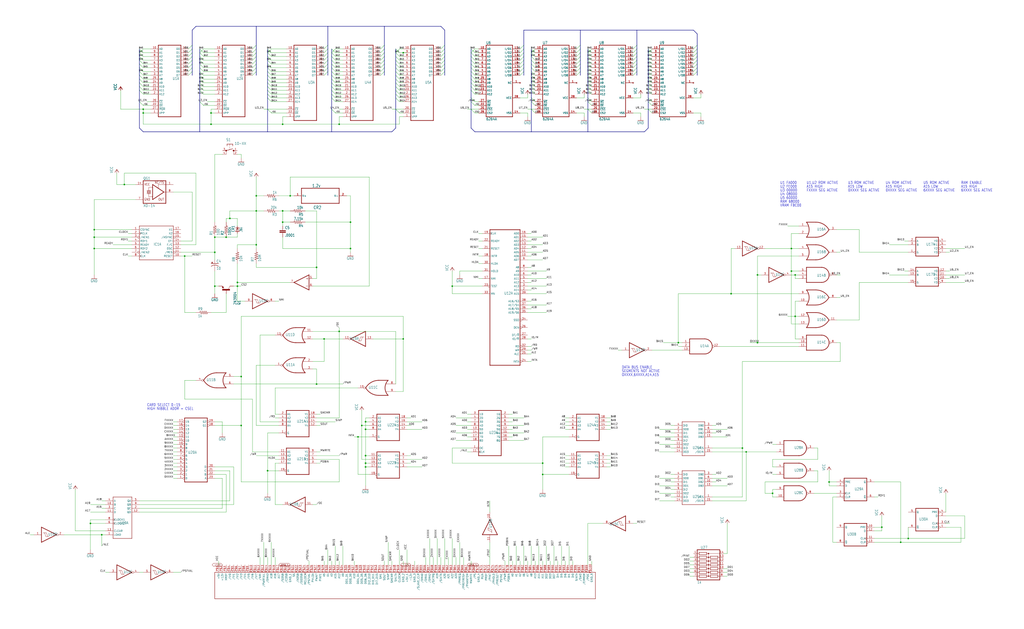
<source format=kicad_sch>
(kicad_sch (version 20211123) (generator eeschema)
  (paper "User" 690.194 424.307)
  (lib_symbols
    (symbol "1400-1a-eagle-import:10-XX"
      (property "Reference" "S" (at -6.35 -2.54 90))
      (property "Value" "10-XX" (at -3.81 3.175 90))
      (symbol "10-XX_1_0"
        (pin passive line (at 0 5.08 270) (length 2.54) (name "S") (number "1"))
        (pin passive line (at 2.54 5.08 270) (length 2.54) (name "S1") (number "2"))
        (pin passive line (at 0 -5.08 90) (length 2.54) (name "P") (number "3"))
        (pin passive line (at 2.54 -5.08 90) (length 2.54) (name "P1") (number "4"))
      )
    )
    (symbol "1400-1a-eagle-import:13R"
      (property "Reference" "RN" (at -0.635 12.7 0))
      (property "Value" "13R" (at -7.62 -12.7 0))
      (symbol "13R_1_0"
        (pin passive line (at -10.16 7.62 0) (length 2.54) (name "1") (number "1"))
        (pin passive line (at 10.16 -2.54 180) (length 2.54) (name "10") (number "10"))
        (pin passive line (at 10.16 0 180) (length 2.54) (name "11") (number "11"))
        (pin passive line (at 10.16 2.54 180) (length 2.54) (name "12") (number "12"))
        (pin passive line (at 10.16 5.08 180) (length 2.54) (name "13") (number "13"))
        (pin passive line (at 10.16 7.62 180) (length 2.54) (name "14") (number "14"))
        (pin passive line (at -10.16 5.08 0) (length 2.54) (name "2") (number "2"))
        (pin passive line (at -10.16 2.54 0) (length 2.54) (name "3") (number "3"))
        (pin passive line (at -10.16 0 0) (length 2.54) (name "4") (number "4"))
        (pin passive line (at -10.16 -2.54 0) (length 2.54) (name "5") (number "5"))
        (pin passive line (at -10.16 -5.08 0) (length 2.54) (name "6") (number "6"))
        (pin passive line (at -10.16 -7.62 0) (length 2.54) (name "7") (number "7"))
        (pin passive line (at 10.16 -7.62 180) (length 2.54) (name "8") (number "8"))
        (pin passive line (at 10.16 -5.08 180) (length 2.54) (name "9") (number "9"))
      )
    )
    (symbol "1400-1a-eagle-import:27256"
      (property "Reference" "IC" (at -0.635 -0.635 0))
      (symbol "27256_1_0"
        (pin input line (at -15.24 -22.86 0) (length 5.08) (name "VPP") (number "1"))
        (pin input line (at -15.24 22.86 0) (length 5.08) (name "A0") (number "10"))
        (pin tri_state line (at 10.16 22.86 180) (length 5.08) (name "O0") (number "11"))
        (pin tri_state line (at 10.16 20.32 180) (length 5.08) (name "O1") (number "12"))
        (pin tri_state line (at 10.16 17.78 180) (length 5.08) (name "O2") (number "13"))
        (pin tri_state line (at 10.16 15.24 180) (length 5.08) (name "O3") (number "15"))
        (pin tri_state line (at 10.16 12.7 180) (length 5.08) (name "O4") (number "16"))
        (pin tri_state line (at 10.16 10.16 180) (length 5.08) (name "O5") (number "17"))
        (pin tri_state line (at 10.16 7.62 180) (length 5.08) (name "O6") (number "18"))
        (pin tri_state line (at 10.16 5.08 180) (length 5.08) (name "O7") (number "19"))
        (pin input line (at -15.24 -7.62 0) (length 5.08) (name "A12") (number "2"))
        (pin input line (at -15.24 -17.78 0) (length 5.08) (name "~{CE}") (number "20"))
        (pin input line (at -15.24 -2.54 0) (length 5.08) (name "A10") (number "21"))
        (pin input line (at -15.24 -20.32 0) (length 5.08) (name "~{OE}") (number "22"))
        (pin input line (at -15.24 -5.08 0) (length 5.08) (name "A11") (number "23"))
        (pin input line (at -15.24 0 0) (length 5.08) (name "A9") (number "24"))
        (pin input line (at -15.24 2.54 0) (length 5.08) (name "A8") (number "25"))
        (pin input line (at -15.24 -10.16 0) (length 5.08) (name "A13") (number "26"))
        (pin input line (at -15.24 -12.7 0) (length 5.08) (name "A14") (number "27"))
        (pin input line (at -15.24 5.08 0) (length 5.08) (name "A7") (number "3"))
        (pin input line (at -15.24 7.62 0) (length 5.08) (name "A6") (number "4"))
        (pin input line (at -15.24 10.16 0) (length 5.08) (name "A5") (number "5"))
        (pin input line (at -15.24 12.7 0) (length 5.08) (name "A4") (number "6"))
        (pin input line (at -15.24 15.24 0) (length 5.08) (name "A3") (number "7"))
        (pin input line (at -15.24 17.78 0) (length 5.08) (name "A2") (number "8"))
        (pin input line (at -15.24 20.32 0) (length 5.08) (name "A1") (number "9"))
      )
      (symbol "27256_2_0"
        (text "GND" (at 1.905 -5.588 900) (effects (font (size 1.27 1.0795)) (justify left bottom)))
        (text "VCC" (at 1.905 2.413 900) (effects (font (size 1.27 1.0795)) (justify left bottom)))
        (pin power_in line (at 0 -7.62 90) (length 5.08) (name "GND") (number "14"))
        (pin power_in line (at 0 7.62 270) (length 5.08) (name "VCC") (number "28"))
      )
    )
    (symbol "1400-1a-eagle-import:2764"
      (property "Reference" "IC" (at -0.635 -0.635 0))
      (symbol "2764_1_0"
        (pin input line (at -15.24 -22.86 0) (length 5.08) (name "VPP") (number "1"))
        (pin input line (at -15.24 20.32 0) (length 5.08) (name "A0") (number "10"))
        (pin tri_state line (at 10.16 20.32 180) (length 5.08) (name "O0") (number "11"))
        (pin tri_state line (at 10.16 17.78 180) (length 5.08) (name "O1") (number "12"))
        (pin tri_state line (at 10.16 15.24 180) (length 5.08) (name "O2") (number "13"))
        (pin tri_state line (at 10.16 12.7 180) (length 5.08) (name "O3") (number "15"))
        (pin tri_state line (at 10.16 10.16 180) (length 5.08) (name "O4") (number "16"))
        (pin tri_state line (at 10.16 7.62 180) (length 5.08) (name "O5") (number "17"))
        (pin tri_state line (at 10.16 5.08 180) (length 5.08) (name "O6") (number "18"))
        (pin tri_state line (at 10.16 2.54 180) (length 5.08) (name "O7") (number "19"))
        (pin input line (at -15.24 -10.16 0) (length 5.08) (name "A12") (number "2"))
        (pin input line (at -15.24 -15.24 0) (length 5.08) (name "~{CE}") (number "20"))
        (pin input line (at -15.24 -5.08 0) (length 5.08) (name "A10") (number "21"))
        (pin input line (at -15.24 -17.78 0) (length 5.08) (name "~{OE}") (number "22"))
        (pin input line (at -15.24 -7.62 0) (length 5.08) (name "A11") (number "23"))
        (pin input line (at -15.24 -2.54 0) (length 5.08) (name "A9") (number "24"))
        (pin input line (at -15.24 0 0) (length 5.08) (name "A8") (number "25"))
        (pin input line (at -15.24 -20.32 0) (length 5.08) (name "~{PGM}") (number "27"))
        (pin input line (at -15.24 2.54 0) (length 5.08) (name "A7") (number "3"))
        (pin input line (at -15.24 5.08 0) (length 5.08) (name "A6") (number "4"))
        (pin input line (at -15.24 7.62 0) (length 5.08) (name "A5") (number "5"))
        (pin input line (at -15.24 10.16 0) (length 5.08) (name "A4") (number "6"))
        (pin input line (at -15.24 12.7 0) (length 5.08) (name "A3") (number "7"))
        (pin input line (at -15.24 15.24 0) (length 5.08) (name "A2") (number "8"))
        (pin input line (at -15.24 17.78 0) (length 5.08) (name "A1") (number "9"))
      )
      (symbol "2764_2_0"
        (text "GND" (at 1.905 -5.588 900) (effects (font (size 1.27 1.0795)) (justify left bottom)))
        (text "VCC" (at 1.905 2.413 900) (effects (font (size 1.27 1.0795)) (justify left bottom)))
        (pin power_in line (at 0 -7.62 90) (length 5.08) (name "GND") (number "14"))
        (pin power_in line (at 0 7.62 270) (length 5.08) (name "VCC") (number "28"))
      )
    )
    (symbol "1400-1a-eagle-import:2N3904"
      (property "Reference" "Q" (at -10.16 7.62 0))
      (property "Value" "2N3904" (at -10.16 5.08 0))
      (symbol "2N3904_1_0"
        (pin passive line (at 2.54 5.08 270) (length 2.54) (name "C") (number "1"))
        (pin passive line (at -2.54 0 0) (length 2.54) (name "B") (number "2"))
        (pin passive line (at 2.54 -5.08 90) (length 2.54) (name "E") (number "3"))
      )
    )
    (symbol "1400-1a-eagle-import:6264A"
      (property "Reference" "IC" (at -10.16 23.495 0))
      (property "Value" "6264A" (at -10.16 -27.94 0))
      (symbol "6264A_1_0"
        (pin no_connect line (at 12.7 -2.54 180) (length 5.08) (name "NC") (number "1"))
        (pin input line (at -15.24 20.32 0) (length 5.08) (name "A0") (number "10"))
        (pin bidirectional line (at 12.7 20.32 180) (length 5.08) (name "I/O1") (number "11"))
        (pin bidirectional line (at 12.7 17.78 180) (length 5.08) (name "I/O2") (number "12"))
        (pin bidirectional line (at 12.7 15.24 180) (length 5.08) (name "I/O3") (number "13"))
        (pin power_in line (at 12.7 -22.86 180) (length 5.08) (name "VSS") (number "14"))
        (pin bidirectional line (at 12.7 12.7 180) (length 5.08) (name "I/O4") (number "15"))
        (pin bidirectional line (at 12.7 10.16 180) (length 5.08) (name "I/O5") (number "16"))
        (pin bidirectional line (at 12.7 7.62 180) (length 5.08) (name "I/O6") (number "17"))
        (pin bidirectional line (at 12.7 5.08 180) (length 5.08) (name "I/O7") (number "18"))
        (pin bidirectional line (at 12.7 2.54 180) (length 5.08) (name "I/O8") (number "19"))
        (pin input line (at -15.24 -10.16 0) (length 5.08) (name "A12") (number "2"))
        (pin input line (at -15.24 -20.32 0) (length 5.08) (name "~{CS1}") (number "20"))
        (pin input line (at -15.24 -5.08 0) (length 5.08) (name "A10") (number "21"))
        (pin input line (at -15.24 -17.78 0) (length 5.08) (name "~{OE}") (number "22"))
        (pin input line (at -15.24 -7.62 0) (length 5.08) (name "A11") (number "23"))
        (pin input line (at -15.24 -2.54 0) (length 5.08) (name "A9") (number "24"))
        (pin input line (at -15.24 0 0) (length 5.08) (name "A8") (number "25"))
        (pin input line (at -15.24 -22.86 0) (length 5.08) (name "CS2") (number "26"))
        (pin input line (at -15.24 -15.24 0) (length 5.08) (name "~{WE}") (number "27"))
        (pin power_in line (at 12.7 -12.7 180) (length 5.08) (name "VCC") (number "28"))
        (pin input line (at -15.24 2.54 0) (length 5.08) (name "A7") (number "3"))
        (pin input line (at -15.24 5.08 0) (length 5.08) (name "A6") (number "4"))
        (pin input line (at -15.24 7.62 0) (length 5.08) (name "A5") (number "5"))
        (pin input line (at -15.24 10.16 0) (length 5.08) (name "A4") (number "6"))
        (pin input line (at -15.24 12.7 0) (length 5.08) (name "A3") (number "7"))
        (pin input line (at -15.24 15.24 0) (length 5.08) (name "A2") (number "8"))
        (pin input line (at -15.24 17.78 0) (length 5.08) (name "A1") (number "9"))
      )
    )
    (symbol "1400-1a-eagle-import:7400N"
      (property "Reference" "IC" (at -0.635 -0.635 0))
      (symbol "7400N_1_0"
        (pin input line (at -12.7 2.54 0) (length 5.08) (name "I0") (number "1"))
        (pin input line (at -12.7 -2.54 0) (length 5.08) (name "I1") (number "2"))
        (pin output inverted (at 12.7 0 180) (length 5.08) (name "O") (number "3"))
      )
      (symbol "7400N_2_0"
        (pin input line (at -12.7 2.54 0) (length 5.08) (name "I0") (number "4"))
        (pin input line (at -12.7 -2.54 0) (length 5.08) (name "I1") (number "5"))
        (pin output inverted (at 12.7 0 180) (length 5.08) (name "O") (number "6"))
      )
      (symbol "7400N_3_0"
        (pin input line (at -12.7 -2.54 0) (length 5.08) (name "I1") (number "10"))
        (pin output inverted (at 12.7 0 180) (length 5.08) (name "O") (number "8"))
        (pin input line (at -12.7 2.54 0) (length 5.08) (name "I0") (number "9"))
      )
      (symbol "7400N_4_0"
        (pin output inverted (at 12.7 0 180) (length 5.08) (name "O") (number "11"))
        (pin input line (at -12.7 2.54 0) (length 5.08) (name "I0") (number "12"))
        (pin input line (at -12.7 -2.54 0) (length 5.08) (name "I1") (number "13"))
      )
      (symbol "7400N_5_0"
        (text "GND" (at 1.905 -7.62 900) (effects (font (size 1.27 1.0795)) (justify left bottom)))
        (text "VCC" (at 1.905 5.08 900) (effects (font (size 1.27 1.0795)) (justify left bottom)))
        (pin power_in line (at 0 10.16 270) (length 7.62) (name "VCC") (number "14"))
        (pin power_in line (at 0 -10.16 90) (length 7.62) (name "GND") (number "7"))
      )
    )
    (symbol "1400-1a-eagle-import:7402N"
      (property "Reference" "IC" (at -0.635 -0.635 0))
      (symbol "7402N_1_0"
        (pin output inverted (at 12.7 0 180) (length 5.08) (name "O") (number "1"))
        (pin input line (at -12.7 2.54 0) (length 5.08) (name "I0") (number "2"))
        (pin input line (at -12.7 -2.54 0) (length 5.08) (name "I1") (number "3"))
      )
      (symbol "7402N_2_0"
        (pin output inverted (at 12.7 0 180) (length 5.08) (name "O") (number "4"))
        (pin input line (at -12.7 2.54 0) (length 5.08) (name "I0") (number "5"))
        (pin input line (at -12.7 -2.54 0) (length 5.08) (name "I1") (number "6"))
      )
      (symbol "7402N_3_0"
        (pin output inverted (at 12.7 0 180) (length 5.08) (name "O") (number "10"))
        (pin input line (at -12.7 2.54 0) (length 5.08) (name "I0") (number "8"))
        (pin input line (at -12.7 -2.54 0) (length 5.08) (name "I1") (number "9"))
      )
      (symbol "7402N_4_0"
        (pin input line (at -12.7 2.54 0) (length 5.08) (name "I0") (number "11"))
        (pin input line (at -12.7 -2.54 0) (length 5.08) (name "I1") (number "12"))
        (pin output inverted (at 12.7 0 180) (length 5.08) (name "O") (number "13"))
      )
      (symbol "7402N_5_0"
        (text "GND" (at 1.905 -7.62 900) (effects (font (size 1.27 1.0795)) (justify left bottom)))
        (text "VCC" (at 1.905 5.08 900) (effects (font (size 1.27 1.0795)) (justify left bottom)))
        (pin power_in line (at 0 10.16 270) (length 7.62) (name "VCC") (number "14"))
        (pin power_in line (at 0 -10.16 90) (length 7.62) (name "GND") (number "7"))
      )
    )
    (symbol "1400-1a-eagle-import:7410N"
      (property "Reference" "IC" (at -0.635 -0.635 0))
      (symbol "7410N_1_0"
        (pin input line (at -12.7 2.54 0) (length 5.08) (name "I0") (number "1"))
        (pin output inverted (at 12.7 0 180) (length 5.08) (name "O") (number "12"))
        (pin input line (at -12.7 -2.54 0) (length 5.08) (name "I2") (number "13"))
        (pin input line (at -12.7 0 0) (length 5.08) (name "I1") (number "2"))
      )
      (symbol "7410N_2_0"
        (pin input line (at -12.7 2.54 0) (length 5.08) (name "I0") (number "3"))
        (pin input line (at -12.7 0 0) (length 5.08) (name "I1") (number "4"))
        (pin input line (at -12.7 -2.54 0) (length 5.08) (name "I2") (number "5"))
        (pin output inverted (at 12.7 0 180) (length 5.08) (name "O") (number "6"))
      )
      (symbol "7410N_3_0"
        (pin input line (at -12.7 0 0) (length 5.08) (name "I1") (number "10"))
        (pin input line (at -12.7 -2.54 0) (length 5.08) (name "I2") (number "11"))
        (pin output inverted (at 12.7 0 180) (length 5.08) (name "O") (number "8"))
        (pin input line (at -12.7 2.54 0) (length 5.08) (name "I0") (number "9"))
      )
      (symbol "7410N_4_0"
        (text "GND" (at 1.905 -7.62 900) (effects (font (size 1.27 1.0795)) (justify left bottom)))
        (text "VCC" (at 1.905 5.08 900) (effects (font (size 1.27 1.0795)) (justify left bottom)))
        (pin power_in line (at 0 10.16 270) (length 7.62) (name "VCC") (number "14"))
        (pin power_in line (at 0 -10.16 90) (length 7.62) (name "GND") (number "7"))
      )
    )
    (symbol "1400-1a-eagle-import:74139N"
      (property "Reference" "IC" (at -0.635 -0.635 0))
      (symbol "74139N_1_0"
        (pin input inverted (at -12.7 -5.08 0) (length 5.08) (name "G") (number "1"))
        (pin input line (at -12.7 2.54 0) (length 5.08) (name "A") (number "2"))
        (pin input line (at -12.7 0 0) (length 5.08) (name "B") (number "3"))
        (pin output inverted (at 12.7 2.54 180) (length 5.08) (name "Y0") (number "4"))
        (pin output inverted (at 12.7 0 180) (length 5.08) (name "Y1") (number "5"))
        (pin output inverted (at 12.7 -2.54 180) (length 5.08) (name "Y2") (number "6"))
        (pin output inverted (at 12.7 -5.08 180) (length 5.08) (name "Y3") (number "7"))
      )
      (symbol "74139N_2_0"
        (pin output inverted (at 12.7 -2.54 180) (length 5.08) (name "Y2") (number "10"))
        (pin output inverted (at 12.7 0 180) (length 5.08) (name "Y1") (number "11"))
        (pin output inverted (at 12.7 2.54 180) (length 5.08) (name "Y0") (number "12"))
        (pin input line (at -12.7 0 0) (length 5.08) (name "B") (number "13"))
        (pin input line (at -12.7 2.54 0) (length 5.08) (name "A") (number "14"))
        (pin input inverted (at -12.7 -5.08 0) (length 5.08) (name "G") (number "15"))
        (pin output inverted (at 12.7 -5.08 180) (length 5.08) (name "Y3") (number "9"))
      )
      (symbol "74139N_3_0"
        (text "GND" (at 1.905 -7.62 900) (effects (font (size 1.27 1.0795)) (justify left bottom)))
        (text "VCC" (at 1.905 5.08 900) (effects (font (size 1.27 1.0795)) (justify left bottom)))
        (pin power_in line (at 0 10.16 270) (length 7.62) (name "VCC") (number "16"))
        (pin power_in line (at 0 -10.16 90) (length 7.62) (name "GND") (number "8"))
      )
    )
    (symbol "1400-1a-eagle-import:7414N"
      (property "Reference" "IC" (at -0.635 -0.635 0))
      (symbol "7414N_1_0"
        (pin output inverted (at 10.16 0 180) (length 5.08) (name "O") (number "12"))
        (pin input line (at -10.16 0 0) (length 5.08) (name "I") (number "13"))
      )
      (symbol "7414N_2_0"
        (pin output inverted (at 10.16 0 180) (length 5.08) (name "O") (number "10"))
        (pin input line (at -10.16 0 0) (length 5.08) (name "I") (number "11"))
      )
      (symbol "7414N_3_0"
        (pin output inverted (at 10.16 0 180) (length 5.08) (name "O") (number "8"))
        (pin input line (at -10.16 0 0) (length 5.08) (name "I") (number "9"))
      )
      (symbol "7414N_4_0"
        (pin input line (at -10.16 0 0) (length 5.08) (name "I") (number "1"))
        (pin output inverted (at 10.16 0 180) (length 5.08) (name "O") (number "2"))
      )
      (symbol "7414N_5_0"
        (pin input line (at -10.16 0 0) (length 5.08) (name "I") (number "3"))
        (pin output inverted (at 10.16 0 180) (length 5.08) (name "O") (number "4"))
      )
      (symbol "7414N_6_0"
        (pin input line (at -10.16 0 0) (length 5.08) (name "I") (number "5"))
        (pin output inverted (at 10.16 0 180) (length 5.08) (name "O") (number "6"))
      )
      (symbol "7414N_7_0"
        (text "GND" (at 1.905 -7.62 900) (effects (font (size 1.27 1.0795)) (justify left bottom)))
        (text "VCC" (at 1.905 5.08 900) (effects (font (size 1.27 1.0795)) (justify left bottom)))
        (pin power_in line (at 0 10.16 270) (length 7.62) (name "VCC") (number "14"))
        (pin power_in line (at 0 -10.16 90) (length 7.62) (name "GND") (number "7"))
      )
    )
    (symbol "1400-1a-eagle-import:74154N"
      (property "Reference" "IC" (at -0.635 -0.635 0))
      (symbol "74154N_1_0"
        (pin output inverted (at 12.7 17.78 180) (length 5.08) (name "0") (number "1"))
        (pin output inverted (at 12.7 -5.08 180) (length 5.08) (name "9") (number "10"))
        (pin output inverted (at 12.7 -7.62 180) (length 5.08) (name "10") (number "11"))
        (pin output inverted (at 12.7 -10.16 180) (length 5.08) (name "11") (number "13"))
        (pin output inverted (at 12.7 -12.7 180) (length 5.08) (name "12") (number "14"))
        (pin output inverted (at 12.7 -15.24 180) (length 5.08) (name "13") (number "15"))
        (pin output inverted (at 12.7 -17.78 180) (length 5.08) (name "14") (number "16"))
        (pin output inverted (at 12.7 -20.32 180) (length 5.08) (name "15") (number "17"))
        (pin input inverted (at -12.7 -17.78 0) (length 5.08) (name "G1") (number "18"))
        (pin input inverted (at -12.7 -20.32 0) (length 5.08) (name "G2") (number "19"))
        (pin output inverted (at 12.7 15.24 180) (length 5.08) (name "1") (number "2"))
        (pin input line (at -12.7 10.16 0) (length 5.08) (name "D") (number "20"))
        (pin input line (at -12.7 12.7 0) (length 5.08) (name "C") (number "21"))
        (pin input line (at -12.7 15.24 0) (length 5.08) (name "B") (number "22"))
        (pin input line (at -12.7 17.78 0) (length 5.08) (name "A") (number "23"))
        (pin output inverted (at 12.7 12.7 180) (length 5.08) (name "2") (number "3"))
        (pin output inverted (at 12.7 10.16 180) (length 5.08) (name "3") (number "4"))
        (pin output inverted (at 12.7 7.62 180) (length 5.08) (name "4") (number "5"))
        (pin output inverted (at 12.7 5.08 180) (length 5.08) (name "5") (number "6"))
        (pin output inverted (at 12.7 2.54 180) (length 5.08) (name "6") (number "7"))
        (pin output inverted (at 12.7 0 180) (length 5.08) (name "7") (number "8"))
        (pin output inverted (at 12.7 -2.54 180) (length 5.08) (name "8") (number "9"))
      )
      (symbol "74154N_2_0"
        (text "GND" (at 1.905 -7.62 900) (effects (font (size 1.27 1.0795)) (justify left bottom)))
        (text "VCC" (at 1.905 5.08 900) (effects (font (size 1.27 1.0795)) (justify left bottom)))
        (pin power_in line (at 0 -10.16 90) (length 7.62) (name "GND") (number "12"))
        (pin power_in line (at 0 10.16 270) (length 7.62) (name "VCC") (number "24"))
      )
    )
    (symbol "1400-1a-eagle-import:74177"
      (property "Reference" "IC" (at -0.635 -0.635 0))
      (symbol "74177_1_0"
        (pin bidirectional line (at -10.16 -7.62 0) (length 5.08) (name "LOAD") (number "1"))
        (pin bidirectional line (at -10.16 12.7 0) (length 5.08) (name "B") (number "10"))
        (pin bidirectional line (at -10.16 7.62 0) (length 5.08) (name "D") (number "11"))
        (pin bidirectional line (at 12.7 7.62 180) (length 5.08) (name "QD") (number "12"))
        (pin bidirectional line (at -10.16 -5.08 0) (length 5.08) (name "CLEAR") (number "13"))
        (pin bidirectional line (at 12.7 10.16 180) (length 5.08) (name "QC") (number "2"))
        (pin bidirectional line (at -10.16 10.16 0) (length 5.08) (name "C") (number "3"))
        (pin bidirectional line (at -10.16 15.24 0) (length 5.08) (name "A") (number "4"))
        (pin bidirectional line (at 12.7 15.24 180) (length 5.08) (name "QA") (number "5"))
        (pin bidirectional clock (at -10.16 0 0) (length 5.08) (name "CLOCK2") (number "6"))
        (pin bidirectional clock (at -10.16 2.54 0) (length 5.08) (name "CLOCK1") (number "8"))
        (pin bidirectional line (at 12.7 12.7 180) (length 5.08) (name "QB") (number "9"))
      )
      (symbol "74177_2_0"
        (text "GND" (at 1.905 -7.62 900) (effects (font (size 1.27 1.0795)) (justify left bottom)))
        (text "VCC" (at 1.905 5.08 900) (effects (font (size 1.27 1.0795)) (justify left bottom)))
        (pin power_in line (at 0 10.16 270) (length 7.62) (name "VCC") (number "14"))
        (pin power_in line (at 0 -10.16 90) (length 7.62) (name "GND") (number "7"))
      )
    )
    (symbol "1400-1a-eagle-import:74244N"
      (property "Reference" "IC" (at -0.635 -0.635 0))
      (symbol "74244N_1_0"
        (pin input inverted (at -12.7 -7.62 0) (length 5.08) (name "G") (number "1"))
        (pin tri_state line (at 12.7 -2.54 180) (length 5.08) (name "Y4") (number "12"))
        (pin tri_state line (at 12.7 0 180) (length 5.08) (name "Y3") (number "14"))
        (pin tri_state line (at 12.7 2.54 180) (length 5.08) (name "Y2") (number "16"))
        (pin tri_state line (at 12.7 5.08 180) (length 5.08) (name "Y1") (number "18"))
        (pin input line (at -12.7 5.08 0) (length 5.08) (name "A1") (number "2"))
        (pin input line (at -12.7 2.54 0) (length 5.08) (name "A2") (number "4"))
        (pin input line (at -12.7 0 0) (length 5.08) (name "A3") (number "6"))
        (pin input line (at -12.7 -2.54 0) (length 5.08) (name "A4") (number "8"))
      )
      (symbol "74244N_2_0"
        (pin input line (at -12.7 5.08 0) (length 5.08) (name "A1") (number "11"))
        (pin input line (at -12.7 2.54 0) (length 5.08) (name "A2") (number "13"))
        (pin input line (at -12.7 0 0) (length 5.08) (name "A3") (number "15"))
        (pin input line (at -12.7 -2.54 0) (length 5.08) (name "A4") (number "17"))
        (pin input inverted (at -12.7 -7.62 0) (length 5.08) (name "G") (number "19"))
        (pin tri_state line (at 12.7 -2.54 180) (length 5.08) (name "Y4") (number "3"))
        (pin tri_state line (at 12.7 0 180) (length 5.08) (name "Y3") (number "5"))
        (pin tri_state line (at 12.7 2.54 180) (length 5.08) (name "Y2") (number "7"))
        (pin tri_state line (at 12.7 5.08 180) (length 5.08) (name "Y1") (number "9"))
      )
      (symbol "74244N_3_0"
        (text "GND" (at 1.905 -7.62 900) (effects (font (size 1.27 1.0795)) (justify left bottom)))
        (text "VCC" (at 1.905 5.08 900) (effects (font (size 1.27 1.0795)) (justify left bottom)))
        (pin power_in line (at 0 -10.16 90) (length 7.62) (name "GND") (number "10"))
        (pin power_in line (at 0 10.16 270) (length 7.62) (name "VCC") (number "20"))
      )
    )
    (symbol "1400-1a-eagle-import:7432N"
      (property "Reference" "IC" (at -0.635 -0.635 0))
      (symbol "7432N_1_0"
        (pin input line (at -12.7 2.54 0) (length 5.08) (name "I0") (number "1"))
        (pin input line (at -12.7 -2.54 0) (length 5.08) (name "I1") (number "2"))
        (pin output line (at 12.7 0 180) (length 5.08) (name "O") (number "3"))
      )
      (symbol "7432N_2_0"
        (pin input line (at -12.7 2.54 0) (length 5.08) (name "I0") (number "4"))
        (pin input line (at -12.7 -2.54 0) (length 5.08) (name "I1") (number "5"))
        (pin output line (at 12.7 0 180) (length 5.08) (name "O") (number "6"))
      )
      (symbol "7432N_3_0"
        (pin input line (at -12.7 -2.54 0) (length 5.08) (name "I1") (number "10"))
        (pin output line (at 12.7 0 180) (length 5.08) (name "O") (number "8"))
        (pin input line (at -12.7 2.54 0) (length 5.08) (name "I0") (number "9"))
      )
      (symbol "7432N_4_0"
        (pin output line (at 12.7 0 180) (length 5.08) (name "O") (number "11"))
        (pin input line (at -12.7 2.54 0) (length 5.08) (name "I0") (number "12"))
        (pin input line (at -12.7 -2.54 0) (length 5.08) (name "I1") (number "13"))
      )
      (symbol "7432N_5_0"
        (text "GND" (at 1.905 -7.62 900) (effects (font (size 1.27 1.0795)) (justify left bottom)))
        (text "VCC" (at 1.905 5.08 900) (effects (font (size 1.27 1.0795)) (justify left bottom)))
        (pin power_in line (at 0 10.16 270) (length 7.62) (name "VCC") (number "14"))
        (pin power_in line (at 0 -10.16 90) (length 7.62) (name "GND") (number "7"))
      )
    )
    (symbol "1400-1a-eagle-import:74374N"
      (property "Reference" "IC" (at -0.635 -0.635 0))
      (symbol "74374N_1_0"
        (pin input inverted (at -12.7 -10.16 0) (length 5.08) (name "OC") (number "1"))
        (pin input clock (at -12.7 -12.7 0) (length 5.08) (name "CLK") (number "11"))
        (pin tri_state line (at 12.7 2.54 180) (length 5.08) (name "5Q") (number "12"))
        (pin input line (at -12.7 2.54 0) (length 5.08) (name "5D") (number "13"))
        (pin input line (at -12.7 0 0) (length 5.08) (name "6D") (number "14"))
        (pin tri_state line (at 12.7 0 180) (length 5.08) (name "6Q") (number "15"))
        (pin tri_state line (at 12.7 -2.54 180) (length 5.08) (name "7Q") (number "16"))
        (pin input line (at -12.7 -2.54 0) (length 5.08) (name "7D") (number "17"))
        (pin input line (at -12.7 -5.08 0) (length 5.08) (name "8D") (number "18"))
        (pin tri_state line (at 12.7 -5.08 180) (length 5.08) (name "8Q") (number "19"))
        (pin tri_state line (at 12.7 12.7 180) (length 5.08) (name "1Q") (number "2"))
        (pin input line (at -12.7 12.7 0) (length 5.08) (name "1D") (number "3"))
        (pin input line (at -12.7 10.16 0) (length 5.08) (name "2D") (number "4"))
        (pin tri_state line (at 12.7 10.16 180) (length 5.08) (name "2Q") (number "5"))
        (pin tri_state line (at 12.7 7.62 180) (length 5.08) (name "3Q") (number "6"))
        (pin input line (at -12.7 7.62 0) (length 5.08) (name "3D") (number "7"))
        (pin input line (at -12.7 5.08 0) (length 5.08) (name "4D") (number "8"))
        (pin tri_state line (at 12.7 5.08 180) (length 5.08) (name "4Q") (number "9"))
      )
      (symbol "74374N_2_0"
        (text "GND" (at 1.905 -7.62 900) (effects (font (size 1.27 1.0795)) (justify left bottom)))
        (text "VCC" (at 1.905 5.08 900) (effects (font (size 1.27 1.0795)) (justify left bottom)))
        (pin power_in line (at 0 -10.16 90) (length 7.62) (name "GND") (number "10"))
        (pin power_in line (at 0 10.16 270) (length 7.62) (name "VCC") (number "20"))
      )
    )
    (symbol "1400-1a-eagle-import:7474N"
      (property "Reference" "IC" (at -0.635 -0.635 0))
      (symbol "7474N_1_0"
        (pin input inverted (at -12.7 -5.08 0) (length 5.08) (name "CLR") (number "1"))
        (pin input line (at -12.7 2.54 0) (length 5.08) (name "D") (number "2"))
        (pin input clock (at -12.7 -2.54 0) (length 5.08) (name "CLK") (number "3"))
        (pin input inverted (at -12.7 5.08 0) (length 5.08) (name "PRE") (number "4"))
        (pin output line (at 12.7 5.08 180) (length 5.08) (name "Q") (number "5"))
        (pin output line (at 12.7 -5.08 180) (length 5.08) (name "~{Q}") (number "6"))
      )
      (symbol "7474N_2_0"
        (pin input inverted (at -12.7 5.08 0) (length 5.08) (name "PRE") (number "10"))
        (pin input clock (at -12.7 -2.54 0) (length 5.08) (name "CLK") (number "11"))
        (pin input line (at -12.7 2.54 0) (length 5.08) (name "D") (number "12"))
        (pin input inverted (at -12.7 -5.08 0) (length 5.08) (name "CLR") (number "13"))
        (pin output line (at 12.7 -5.08 180) (length 5.08) (name "~{Q}") (number "8"))
        (pin output line (at 12.7 5.08 180) (length 5.08) (name "Q") (number "9"))
      )
      (symbol "7474N_3_0"
        (text "GND" (at 1.905 -7.62 900) (effects (font (size 1.27 1.0795)) (justify left bottom)))
        (text "VCC" (at 1.905 5.08 900) (effects (font (size 1.27 1.0795)) (justify left bottom)))
        (pin power_in line (at 0 10.16 270) (length 7.62) (name "VCC") (number "14"))
        (pin power_in line (at 0 -10.16 90) (length 7.62) (name "GND") (number "7"))
      )
    )
    (symbol "1400-1a-eagle-import:8088MIN"
      (property "Reference" "IC" (at -0.635 -0.635 0))
      (symbol "8088MIN_1_0"
        (pin bidirectional line (at 15.24 25.4 180) (length 5.08) (name "AD6") (number "10"))
        (pin bidirectional line (at 15.24 27.94 180) (length 5.08) (name "AD5") (number "11"))
        (pin bidirectional line (at 15.24 30.48 180) (length 5.08) (name "AD4") (number "12"))
        (pin bidirectional line (at 15.24 33.02 180) (length 5.08) (name "AD3") (number "13"))
        (pin bidirectional line (at 15.24 35.56 180) (length 5.08) (name "AD2") (number "14"))
        (pin bidirectional line (at 15.24 38.1 180) (length 5.08) (name "AD1") (number "15"))
        (pin bidirectional line (at 15.24 40.64 180) (length 5.08) (name "AD0") (number "16"))
        (pin input line (at -15.24 10.16 0) (length 5.08) (name "NMI") (number "17"))
        (pin input line (at -15.24 25.4 0) (length 5.08) (name "INTR") (number "18"))
        (pin input clock (at -15.24 40.64 0) (length 5.08) (name "CLK") (number "19"))
        (pin bidirectional line (at 15.24 2.54 180) (length 5.08) (name "A14") (number "2"))
        (pin input line (at -15.24 30.48 0) (length 5.08) (name "RESET") (number "21"))
        (pin input line (at -15.24 35.56 0) (length 5.08) (name "READY") (number "22"))
        (pin input inverted (at -15.24 5.08 0) (length 5.08) (name "TEST") (number "23"))
        (pin output inverted (at 15.24 -45.72 180) (length 5.08) (name "INTA") (number "24"))
        (pin output line (at 15.24 -40.64 180) (length 5.08) (name "ALE") (number "25"))
        (pin output inverted (at 15.24 -22.86 180) (length 5.08) (name "DEN") (number "26"))
        (pin output line (at 15.24 -27.94 180) (length 5.08) (name "DT/~{R}") (number "27"))
        (pin output line (at 15.24 -30.48 180) (length 5.08) (name "IO/~{M}") (number "28"))
        (pin output inverted (at 15.24 -38.1 180) (length 5.08) (name "WR") (number "29"))
        (pin bidirectional line (at 15.24 5.08 180) (length 5.08) (name "A13") (number "3"))
        (pin output line (at -15.24 20.32 0) (length 5.08) (name "HLDA") (number "30"))
        (pin input line (at -15.24 15.24 0) (length 5.08) (name "HOLD") (number "31"))
        (pin output inverted (at 15.24 -35.56 180) (length 5.08) (name "RD") (number "32"))
        (pin input line (at -15.24 0 0) (length 5.08) (name "MN") (number "33"))
        (pin output inverted (at 15.24 -17.78 180) (length 5.08) (name "SSO") (number "34"))
        (pin output line (at 15.24 -12.7 180) (length 5.08) (name "A19/S6") (number "35"))
        (pin output line (at 15.24 -10.16 180) (length 5.08) (name "A18/S5") (number "36"))
        (pin output line (at 15.24 -7.62 180) (length 5.08) (name "A17/S4") (number "37"))
        (pin output line (at 15.24 -5.08 180) (length 5.08) (name "A16/S3") (number "38"))
        (pin bidirectional line (at 15.24 0 180) (length 5.08) (name "A15") (number "39"))
        (pin bidirectional line (at 15.24 7.62 180) (length 5.08) (name "A12") (number "4"))
        (pin bidirectional line (at 15.24 10.16 180) (length 5.08) (name "A11") (number "5"))
        (pin bidirectional line (at 15.24 12.7 180) (length 5.08) (name "A10") (number "6"))
        (pin bidirectional line (at 15.24 15.24 180) (length 5.08) (name "A9") (number "7"))
        (pin bidirectional line (at 15.24 17.78 180) (length 5.08) (name "A8") (number "8"))
        (pin bidirectional line (at 15.24 22.86 180) (length 5.08) (name "AD7") (number "9"))
      )
      (symbol "8088MIN_2_0"
        (text "GND" (at 4.445 -5.842 900) (effects (font (size 1.27 1.0795)) (justify left bottom)))
        (text "VCC" (at 1.905 2.54 900) (effects (font (size 1.27 1.0795)) (justify left bottom)))
        (pin power_in line (at 0 -7.62 90) (length 5.08) (name "GND@1") (number "1"))
        (pin power_in line (at 2.54 -7.62 90) (length 5.08) (name "GND@2") (number "20"))
        (pin power_in line (at 0 7.62 270) (length 5.08) (name "VCC") (number "40"))
      )
    )
    (symbol "1400-1a-eagle-import:AD589TH"
      (property "Reference" "U" (at -4.7498 4.2164 0))
      (property "Value" "AD589TH" (at -5.6134 -10.4394 0))
      (symbol "AD589TH_1_0"
        (pin passive line (at -17.78 -2.54 0) (length 5.08) (name "V+") (number "1"))
        (pin passive line (at 17.78 -2.54 180) (length 5.08) (name "V-") (number "2"))
      )
    )
    (symbol "1400-1a-eagle-import:C-EU050-030X075"
      (property "Reference" "C" (at 1.524 0.381 0))
      (property "Value" "C-EU050-030X075" (at 1.524 -4.699 0))
      (symbol "C-EU050-030X075_1_0"
        (pin passive line (at 0 2.54 270) (length 2.54) (name "1") (number "1"))
        (pin passive line (at 0 -5.08 90) (length 2.54) (name "2") (number "2"))
      )
    )
    (symbol "1400-1a-eagle-import:CPOL-USE5-6"
      (property "Reference" "C" (at 1.016 0.635 0))
      (property "Value" "CPOL-USE5-6" (at 1.016 -4.191 0))
      (symbol "CPOL-USE5-6_1_0"
        (pin passive line (at 0 2.54 270) (length 2.54) (name "+") (number "+"))
        (pin passive line (at 0 -5.08 90) (length 2.54) (name "-") (number "-"))
      )
    )
    (symbol "1400-1a-eagle-import:GND" (power)
      (property "Value" "GND" (at -2.54 -2.54 0))
      (symbol "GND_1_0"
        (pin power_in line (at 0 2.54 270) (length 2.54) (name "GND") (number "1"))
      )
    )
    (symbol "1400-1a-eagle-import:LM393N"
      (symbol "LM393N_1_0"
        (pin output line (at 7.62 0 180) (length 2.54) (name "OUT") (number "1"))
        (pin input line (at -7.62 -2.54 0) (length 2.54) (name "-IN") (number "2"))
        (pin input line (at -7.62 2.54 0) (length 2.54) (name "+IN") (number "3"))
      )
      (symbol "LM393N_2_0"
        (pin input line (at -7.62 2.54 0) (length 2.54) (name "+IN") (number "5"))
        (pin input line (at -7.62 -2.54 0) (length 2.54) (name "-IN") (number "6"))
        (pin output line (at 7.62 0 180) (length 2.54) (name "OUT") (number "7"))
      )
      (symbol "LM393N_3_0"
        (text "V+" (at 1.27 3.175 900) (effects (font (size 0.8128 0.6908)) (justify left bottom)))
        (text "V-" (at 1.27 -4.445 900) (effects (font (size 0.8128 0.6908)) (justify left bottom)))
        (pin power_in line (at 0 -7.62 90) (length 5.08) (name "V-") (number "4"))
        (pin power_in line (at 0 7.62 270) (length 5.08) (name "V+") (number "8"))
      )
    )
    (symbol "1400-1a-eagle-import:P8216"
      (property "Reference" "IC" (at -0.635 -0.635 0))
      (symbol "P8216_1_0"
        (pin bidirectional line (at 12.7 0 180) (length 5.08) (name "/CS") (number "1"))
        (pin bidirectional line (at 12.7 10.16 180) (length 5.08) (name "DB2") (number "10"))
        (pin bidirectional line (at -12.7 2.54 0) (length 5.08) (name "DO2") (number "11"))
        (pin bidirectional line (at -12.7 0 0) (length 5.08) (name "DI3") (number "12"))
        (pin bidirectional line (at 12.7 7.62 180) (length 5.08) (name "DB3") (number "13"))
        (pin bidirectional line (at -12.7 -2.54 0) (length 5.08) (name "DO3") (number "14"))
        (pin bidirectional line (at 12.7 -2.54 180) (length 5.08) (name "/DEIN") (number "15"))
        (pin bidirectional line (at -12.7 12.7 0) (length 5.08) (name "DO0") (number "2"))
        (pin bidirectional line (at 12.7 15.24 180) (length 5.08) (name "DB0") (number "3"))
        (pin bidirectional line (at -12.7 15.24 0) (length 5.08) (name "DI0") (number "4"))
        (pin bidirectional line (at -12.7 7.62 0) (length 5.08) (name "DO1") (number "5"))
        (pin bidirectional line (at 12.7 12.7 180) (length 5.08) (name "DB1") (number "6"))
        (pin bidirectional line (at -12.7 10.16 0) (length 5.08) (name "DI1") (number "7"))
        (pin bidirectional line (at -12.7 5.08 0) (length 5.08) (name "DI2") (number "9"))
      )
      (symbol "P8216_2_0"
        (text "GND" (at 1.905 -7.62 900) (effects (font (size 1.27 1.0795)) (justify left bottom)))
        (text "VCC" (at 1.905 5.08 900) (effects (font (size 1.27 1.0795)) (justify left bottom)))
        (pin power_in line (at 0 10.16 270) (length 7.62) (name "VCC") (number "16"))
        (pin power_in line (at 0 -10.16 90) (length 7.62) (name "GND") (number "8"))
      )
    )
    (symbol "1400-1a-eagle-import:P8284"
      (property "Reference" "IC" (at -0.635 -0.635 0))
      (symbol "P8284_1_0"
        (pin bidirectional line (at -15.24 10.16 0) (length 5.08) (name "CSYNC") (number "1"))
        (pin bidirectional line (at 17.78 -7.62 180) (length 5.08) (name "RESET") (number "10"))
        (pin bidirectional inverted (at 17.78 -5.08 180) (length 5.08) (name "/RES") (number "11"))
        (pin bidirectional line (at 17.78 -2.54 180) (length 5.08) (name "OSC") (number "12"))
        (pin bidirectional line (at 17.78 0 180) (length 5.08) (name "F/C") (number "13"))
        (pin bidirectional line (at 17.78 2.54 180) (length 5.08) (name "EFI") (number "14"))
        (pin bidirectional inverted (at 17.78 5.08 180) (length 5.08) (name "/ASYNC") (number "15"))
        (pin bidirectional line (at 17.78 7.62 180) (length 5.08) (name "X2") (number "16"))
        (pin bidirectional line (at 17.78 10.16 180) (length 5.08) (name "X1") (number "17"))
        (pin bidirectional clock (at -15.24 7.62 0) (length 5.08) (name "PCLK") (number "2"))
        (pin bidirectional inverted (at -15.24 5.08 0) (length 5.08) (name "/AEN1") (number "3"))
        (pin bidirectional line (at -15.24 2.54 0) (length 5.08) (name "RDY1") (number "4"))
        (pin bidirectional line (at -15.24 0 0) (length 5.08) (name "READY") (number "5"))
        (pin bidirectional line (at -15.24 -2.54 0) (length 5.08) (name "RDY2") (number "6"))
        (pin bidirectional inverted (at -15.24 -5.08 0) (length 5.08) (name "/AEN2") (number "7"))
        (pin bidirectional clock (at -15.24 -7.62 0) (length 5.08) (name "CLK") (number "8"))
      )
      (symbol "P8284_2_0"
        (text "GND" (at 1.905 -7.62 900) (effects (font (size 1.27 1.0795)) (justify left bottom)))
        (text "VCC" (at 1.905 5.08 900) (effects (font (size 1.27 1.0795)) (justify left bottom)))
        (pin power_in line (at 0 10.16 270) (length 7.62) (name "VCC") (number "18"))
        (pin power_in line (at 0 -10.16 90) (length 7.62) (name "GND") (number "9"))
      )
    )
    (symbol "1400-1a-eagle-import:R-US_0207{slash}12"
      (property "Reference" "R" (at -3.81 1.4986 0))
      (property "Value" "R-US_0207{slash}12" (at -3.81 -3.302 0))
      (symbol "R-US_0207{slash}12_1_0"
        (pin passive line (at -5.08 0 0) (length 2.54) (name "1") (number "1"))
        (pin passive line (at 5.08 0 180) (length 2.54) (name "2") (number "2"))
      )
    )
    (symbol "1400-1a-eagle-import:S100_MALE"
      (symbol "S100_MALE_1_0"
        (pin power_in line (at -12.7 144.78 0) (length 5.08) (name "+5V") (number "P$1"))
        (pin bidirectional inverted (at -12.7 121.92 0) (length 5.08) (name "/VI6") (number "P$10"))
        (pin power_in line (at -12.7 -106.68 0) (length 5.08) (name "GND_5") (number "P$100"))
        (pin bidirectional inverted (at -12.7 119.38 0) (length 5.08) (name "/VI7") (number "P$11"))
        (pin bidirectional inverted (at -12.7 116.84 0) (length 5.08) (name "/NMI") (number "P$12"))
        (pin bidirectional inverted (at -12.7 114.3 0) (length 5.08) (name "/PWRFAIL") (number "P$13"))
        (pin bidirectional inverted (at -12.7 111.76 0) (length 5.08) (name "/DMA3") (number "P$14"))
        (pin bidirectional line (at -12.7 109.22 0) (length 5.08) (name "A18") (number "P$15"))
        (pin bidirectional line (at -12.7 106.68 0) (length 5.08) (name "A16") (number "P$16"))
        (pin bidirectional line (at -12.7 104.14 0) (length 5.08) (name "A17") (number "P$17"))
        (pin bidirectional inverted (at -12.7 101.6 0) (length 5.08) (name "/SDSB") (number "P$18"))
        (pin bidirectional inverted (at -12.7 99.06 0) (length 5.08) (name "/CDSB") (number "P$19"))
        (pin power_in line (at -12.7 142.24 0) (length 5.08) (name "+12V") (number "P$2"))
        (pin power_in line (at -12.7 96.52 0) (length 5.08) (name "GND_1") (number "P$20"))
        (pin bidirectional line (at -12.7 93.98 0) (length 5.08) (name "SS") (number "P$21"))
        (pin bidirectional inverted (at -12.7 91.44 0) (length 5.08) (name "/ADSB") (number "P$22"))
        (pin bidirectional inverted (at -12.7 88.9 0) (length 5.08) (name "/DODSB") (number "P$23"))
        (pin bidirectional clock (at -12.7 86.36 0) (length 5.08) (name "MCLOCK") (number "P$24"))
        (pin bidirectional inverted (at -12.7 83.82 0) (length 5.08) (name "/PSTVAL") (number "P$25"))
        (pin bidirectional line (at -12.7 81.28 0) (length 5.08) (name "PHLDA") (number "P$26"))
        (pin bidirectional line (at -12.7 78.74 0) (length 5.08) (name "PWAIT") (number "P$27"))
        (pin bidirectional line (at -12.7 76.2 0) (length 5.08) (name "PINTE") (number "P$28"))
        (pin bidirectional line (at -12.7 73.66 0) (length 5.08) (name "A5") (number "P$29"))
        (pin bidirectional line (at -12.7 139.7 0) (length 5.08) (name "XRDY") (number "P$3"))
        (pin bidirectional line (at -12.7 71.12 0) (length 5.08) (name "A4") (number "P$30"))
        (pin bidirectional line (at -12.7 68.58 0) (length 5.08) (name "A3") (number "P$31"))
        (pin bidirectional line (at -12.7 66.04 0) (length 5.08) (name "A15") (number "P$32"))
        (pin bidirectional line (at -12.7 63.5 0) (length 5.08) (name "A12") (number "P$33"))
        (pin bidirectional line (at -12.7 60.96 0) (length 5.08) (name "A9") (number "P$34"))
        (pin bidirectional line (at -12.7 58.42 0) (length 5.08) (name "DO1_D1") (number "P$35"))
        (pin bidirectional line (at -12.7 55.88 0) (length 5.08) (name "DO0_D0") (number "P$36"))
        (pin bidirectional line (at -12.7 53.34 0) (length 5.08) (name "A10") (number "P$37"))
        (pin bidirectional line (at -12.7 50.8 0) (length 5.08) (name "DO4_D4") (number "P$38"))
        (pin bidirectional line (at -12.7 48.26 0) (length 5.08) (name "DO5_D5") (number "P$39"))
        (pin bidirectional inverted (at -12.7 137.16 0) (length 5.08) (name "/VI0") (number "P$4"))
        (pin bidirectional line (at -12.7 45.72 0) (length 5.08) (name "DO6_D6") (number "P$40"))
        (pin bidirectional line (at -12.7 43.18 0) (length 5.08) (name "DI2_D10") (number "P$41"))
        (pin bidirectional line (at -12.7 40.64 0) (length 5.08) (name "DI3_D11") (number "P$42"))
        (pin bidirectional line (at -12.7 38.1 0) (length 5.08) (name "DI7_D15") (number "P$43"))
        (pin bidirectional line (at -12.7 35.56 0) (length 5.08) (name "SM1") (number "P$44"))
        (pin bidirectional line (at -12.7 33.02 0) (length 5.08) (name "SOUT") (number "P$45"))
        (pin bidirectional line (at -12.7 30.48 0) (length 5.08) (name "SINP") (number "P$46"))
        (pin bidirectional line (at -12.7 27.94 0) (length 5.08) (name "SMEMR") (number "P$47"))
        (pin bidirectional line (at -12.7 25.4 0) (length 5.08) (name "SHLTA") (number "P$48"))
        (pin bidirectional clock (at -12.7 22.86 0) (length 5.08) (name "CLOCK") (number "P$49"))
        (pin bidirectional inverted (at -12.7 134.62 0) (length 5.08) (name "/VI1") (number "P$5"))
        (pin power_in line (at -12.7 20.32 0) (length 5.08) (name "GND_2") (number "P$50"))
        (pin power_in line (at -12.7 17.78 0) (length 5.08) (name "+5V_1") (number "P$51"))
        (pin power_in line (at -12.7 15.24 0) (length 5.08) (name "-12V") (number "P$52"))
        (pin power_in line (at -12.7 12.7 0) (length 5.08) (name "GND_3") (number "P$53"))
        (pin bidirectional inverted (at -12.7 10.16 0) (length 5.08) (name "/SLAVE_CLR") (number "P$54"))
        (pin bidirectional inverted (at -12.7 7.62 0) (length 5.08) (name "/DMA0") (number "P$55"))
        (pin bidirectional inverted (at -12.7 5.08 0) (length 5.08) (name "/DMA1") (number "P$56"))
        (pin bidirectional inverted (at -12.7 2.54 0) (length 5.08) (name "/DMA2") (number "P$57"))
        (pin bidirectional inverted (at -12.7 0 0) (length 5.08) (name "/SXTRQ") (number "P$58"))
        (pin bidirectional line (at -12.7 -2.54 0) (length 5.08) (name "A19") (number "P$59"))
        (pin bidirectional inverted (at -12.7 132.08 0) (length 5.08) (name "/VI2") (number "P$6"))
        (pin bidirectional inverted (at -12.7 -5.08 0) (length 5.08) (name "/SIXTN") (number "P$60"))
        (pin bidirectional line (at -12.7 -7.62 0) (length 5.08) (name "A20") (number "P$61"))
        (pin bidirectional line (at -12.7 -10.16 0) (length 5.08) (name "A21") (number "P$62"))
        (pin bidirectional line (at -12.7 -12.7 0) (length 5.08) (name "A22") (number "P$63"))
        (pin bidirectional line (at -12.7 -15.24 0) (length 5.08) (name "A23") (number "P$64"))
        (pin bidirectional inverted (at -12.7 -17.78 0) (length 5.08) (name "/PMREQ") (number "P$65"))
        (pin bidirectional inverted (at -12.7 -20.32 0) (length 5.08) (name "/PREFRESH") (number "P$66"))
        (pin bidirectional inverted (at -12.7 -22.86 0) (length 5.08) (name "/PHANTOM") (number "P$67"))
        (pin bidirectional line (at -12.7 -25.4 0) (length 5.08) (name "MWRITE") (number "P$68"))
        (pin bidirectional inverted (at -12.7 -27.94 0) (length 5.08) (name "/PS") (number "P$69"))
        (pin bidirectional inverted (at -12.7 129.54 0) (length 5.08) (name "/VI3") (number "P$7"))
        (pin power_in line (at -12.7 -30.48 0) (length 5.08) (name "GND_4") (number "P$70"))
        (pin bidirectional line (at -12.7 -33.02 0) (length 5.08) (name "RUN") (number "P$71"))
        (pin bidirectional line (at -12.7 -35.56 0) (length 5.08) (name "PRDY") (number "P$72"))
        (pin bidirectional inverted (at -12.7 -38.1 0) (length 5.08) (name "/PINT") (number "P$73"))
        (pin bidirectional inverted (at -12.7 -40.64 0) (length 5.08) (name "/PHOLD") (number "P$74"))
        (pin bidirectional inverted (at -12.7 -43.18 0) (length 5.08) (name "/PRESET") (number "P$75"))
        (pin bidirectional line (at -12.7 -45.72 0) (length 5.08) (name "PSYNC") (number "P$76"))
        (pin bidirectional inverted (at -12.7 -48.26 0) (length 5.08) (name "/PWR") (number "P$77"))
        (pin bidirectional line (at -12.7 -50.8 0) (length 5.08) (name "PDBIN") (number "P$78"))
        (pin bidirectional line (at -12.7 -53.34 0) (length 5.08) (name "A0") (number "P$79"))
        (pin bidirectional inverted (at -12.7 127 0) (length 5.08) (name "/VI4") (number "P$8"))
        (pin bidirectional line (at -12.7 -55.88 0) (length 5.08) (name "A1") (number "P$80"))
        (pin bidirectional line (at -12.7 -58.42 0) (length 5.08) (name "A2") (number "P$81"))
        (pin bidirectional line (at -12.7 -60.96 0) (length 5.08) (name "A6") (number "P$82"))
        (pin bidirectional line (at -12.7 -63.5 0) (length 5.08) (name "A7") (number "P$83"))
        (pin bidirectional line (at -12.7 -66.04 0) (length 5.08) (name "A8") (number "P$84"))
        (pin bidirectional line (at -12.7 -68.58 0) (length 5.08) (name "A13") (number "P$85"))
        (pin bidirectional line (at -12.7 -71.12 0) (length 5.08) (name "A14") (number "P$86"))
        (pin bidirectional line (at -12.7 -73.66 0) (length 5.08) (name "A11") (number "P$87"))
        (pin bidirectional line (at -12.7 -76.2 0) (length 5.08) (name "DO2") (number "P$88"))
        (pin bidirectional line (at -12.7 -78.74 0) (length 5.08) (name "DO3") (number "P$89"))
        (pin bidirectional inverted (at -12.7 124.46 0) (length 5.08) (name "/VI5") (number "P$9"))
        (pin bidirectional line (at -12.7 -81.28 0) (length 5.08) (name "DO7") (number "P$90"))
        (pin bidirectional line (at -12.7 -83.82 0) (length 5.08) (name "DI4") (number "P$91"))
        (pin bidirectional line (at -12.7 -86.36 0) (length 5.08) (name "DI5") (number "P$92"))
        (pin bidirectional line (at -12.7 -88.9 0) (length 5.08) (name "DI6") (number "P$93"))
        (pin bidirectional line (at -12.7 -91.44 0) (length 5.08) (name "DI1") (number "P$94"))
        (pin bidirectional line (at -12.7 -93.98 0) (length 5.08) (name "DI0") (number "P$95"))
        (pin bidirectional line (at -12.7 -96.52 0) (length 5.08) (name "SINTA") (number "P$96"))
        (pin bidirectional inverted (at -12.7 -99.06 0) (length 5.08) (name "/SWO") (number "P$97"))
        (pin bidirectional inverted (at -12.7 -101.6 0) (length 5.08) (name "/ERROR") (number "P$98"))
        (pin bidirectional inverted (at -12.7 -104.14 0) (length 5.08) (name "/POC") (number "P$99"))
      )
    )
    (symbol "1400-1a-eagle-import:VCC" (power)
      (property "Value" "VCC" (at -2.54 -2.54 90))
      (symbol "VCC_1_0"
        (pin power_in line (at 0 -2.54 90) (length 2.54) (name "VCC") (number "1"))
      )
    )
    (symbol "1400-1a-eagle-import:XO-14"
      (property "Reference" "QG" (at -7.62 8.255 0))
      (property "Value" "XO-14" (at -7.62 -10.16 0))
      (symbol "XO-14_1_0"
        (text "GND" (at -6.985 -5.842 0) (effects (font (size 1.524 1.2954)) (justify left bottom)))
        (text "NC/TS" (at 0 5.588 0) (effects (font (size 1.524 1.2954)) (justify left bottom)))
        (text "OUT" (at 2.54 -5.842 0) (effects (font (size 1.524 1.2954)) (justify left bottom)))
        (text "VCC" (at -6.985 4.318 0) (effects (font (size 1.524 1.2954)) (justify left bottom)))
        (pin passive line (at 12.7 5.08 180) (length 5.08) (name "TS") (number "1"))
        (pin power_in line (at -12.7 5.08 0) (length 5.08) (name "VCC") (number "14"))
        (pin power_in line (at -12.7 -5.08 0) (length 5.08) (name "GND") (number "7"))
        (pin output line (at 12.7 0 180) (length 5.08) (name "OUT") (number "8"))
      )
    )
    (symbol "1400-1a-eagle-import:ZTK"
      (property "Reference" "D" (at -1.778 1.905 0))
      (property "Value" "ZTK" (at -1.778 -3.429 0))
      (symbol "ZTK_1_0"
        (pin passive line (at -2.54 0 0) (length 2.54) (name "A") (number "A"))
        (pin passive line (at 2.54 0 180) (length 2.54) (name "C") (number "C"))
      )
    )
  )
  (junction (at 162.56 254))
  (junction (at 83.82 124.46))
  (junction (at 457.2 231.14))
  (junction (at 144.78 193.04))
  (junction (at 152.4 160.02))
  (junction (at 241.3 294.64))
  (junction (at 510.54 185.42))
  (junction (at 96.52 73.66))
  (junction (at 144.78 160.02))
  (junction (at 162.56 287.02))
  (junction (at 190.5 142.24))
  (junction (at 607.06 365.76))
  (junction (at 190.5 83.82))
  (junction (at 180.34 317.5))
  (junction (at 594.36 355.6))
  (junction (at 558.8 325.12))
  (junction (at 236.22 167.64))
  (junction (at 535.94 185.42))
  (junction (at 144.78 170.18))
  (junction (at 63.5 154.94))
  (junction (at 246.38 312.42))
  (junction (at 500.38 302.26))
  (junction (at 142.24 76.2))
  (junction (at 228.6 83.82))
  (junction (at 246.38 307.34))
  (junction (at 502.92 304.8))
  (junction (at 492.76 198.12))
  (junction (at 172.72 132.08))
  (junction (at 533.4 167.64))
  (junction (at 365.76 312.42))
  (junction (at 236.22 149.86))
  (junction (at 520.7 332.74))
  (junction (at 195.58 132.08))
  (junction (at 154.94 147.32))
  (junction (at 533.4 182.88))
  (junction (at 160.02 193.04))
  (junction (at 160.02 190.5))
  (junction (at 142.24 83.82))
  (junction (at 213.36 180.34))
  (junction (at 213.36 259.08))
  (junction (at 304.8 193.04))
  (junction (at 510.54 231.14))
  (junction (at 246.38 314.96))
  (junction (at 68.58 360.68))
  (junction (at 228.6 223.52))
  (junction (at 63.5 160.02))
  (junction (at 60.96 353.06))
  (junction (at 535.94 213.36))
  (junction (at 612.14 363.22))
  (junction (at 271.78 228.6))
  (junction (at 63.5 167.64))
  (junction (at 124.46 172.72))
  (junction (at 271.78 35.56))
  (junction (at 190.5 149.86))
  (junction (at 246.38 289.56))
  (junction (at 246.38 284.48))
  (junction (at 172.72 142.24))
  (junction (at 96.52 76.2))
  (junction (at 172.72 165.1))
  (junction (at 243.84 287.02))
  (junction (at 365.76 320.04))
  (junction (at 218.44 228.6))
  (bus_entry (at 320.04 50.8) (size -2.54 -2.54))
  (bus_entry (at 256.54 43.18) (size 2.54 -2.54))
  (bus_entry (at 226.06 68.58) (size -2.54 -2.54))
  (bus_entry (at 297.18 43.18) (size 2.54 -2.54))
  (bus_entry (at 182.88 58.42) (size -2.54 -2.54))
  (bus_entry (at 467.36 48.26) (size 2.54 -2.54))
  (bus_entry (at 182.88 53.34) (size -2.54 -2.54))
  (bus_entry (at 226.06 33.02) (size -2.54 2.54))
  (bus_entry (at 398.78 55.88) (size -2.54 -2.54))
  (bus_entry (at 182.88 66.04) (size -2.54 -2.54))
  (bus_entry (at 137.16 58.42) (size -2.54 -2.54))
  (bus_entry (at 226.06 58.42) (size -2.54 -2.54))
  (bus_entry (at 269.24 40.64) (size -2.54 -2.54))
  (bus_entry (at 467.36 40.64) (size 2.54 -2.54))
  (bus_entry (at 182.88 35.56) (size -2.54 -2.54))
  (bus_entry (at 170.18 40.64) (size 2.54 -2.54))
  (bus_entry (at 137.16 71.12) (size -2.54 -2.54))
  (bus_entry (at 218.44 43.18) (size 2.54 -2.54))
  (bus_entry (at 137.16 48.26) (size -2.54 -2.54))
  (bus_entry (at 137.16 40.64) (size -2.54 -2.54))
  (bus_entry (at 439.42 71.12) (size -2.54 -2.54))
  (bus_entry (at 137.16 55.88) (size -2.54 -2.54))
  (bus_entry (at 388.62 40.64) (size 2.54 -2.54))
  (bus_entry (at 182.88 76.2) (size -2.54 -2.54))
  (bus_entry (at 426.72 35.56) (size 2.54 -2.54))
  (bus_entry (at 398.78 53.34) (size -2.54 -2.54))
  (bus_entry (at 137.16 33.02) (size -2.54 2.54))
  (bus_entry (at 297.18 48.26) (size 2.54 -2.54))
  (bus_entry (at 320.04 48.26) (size -2.54 -2.54))
  (bus_entry (at 170.18 48.26) (size 2.54 -2.54))
  (bus_entry (at 96.52 53.34) (size -2.54 -2.54))
  (bus_entry (at 398.78 60.96) (size -2.54 -2.54))
  (bus_entry (at 218.44 33.02) (size 2.54 -2.54))
  (bus_entry (at 426.72 38.1) (size 2.54 -2.54))
  (bus_entry (at 398.78 35.56) (size -2.54 -2.54))
  (bus_entry (at 388.62 35.56) (size 2.54 -2.54))
  (bus_entry (at 398.78 68.58) (size -2.54 -2.54))
  (bus_entry (at 96.52 60.96) (size -2.54 -2.54))
  (bus_entry (at 388.62 43.18) (size 2.54 -2.54))
  (bus_entry (at 170.18 35.56) (size 2.54 -2.54))
  (bus_entry (at 320.04 76.2) (size -2.54 -2.54))
  (bus_entry (at 360.68 60.96) (size -2.54 -2.54))
  (bus_entry (at 360.68 63.5) (size -2.54 -2.54))
  (bus_entry (at 96.52 58.42) (size -2.54 -2.54))
  (bus_entry (at 170.18 45.72) (size 2.54 -2.54))
  (bus_entry (at 226.06 53.34) (size -2.54 -2.54))
  (bus_entry (at 297.18 40.64) (size 2.54 -2.54))
  (bus_entry (at 256.54 33.02) (size 2.54 -2.54))
  (bus_entry (at 182.88 38.1) (size -2.54 -2.54))
  (bus_entry (at 398.78 50.8) (size -2.54 -2.54))
  (bus_entry (at 226.06 76.2) (size -2.54 -2.54))
  (bus_entry (at 426.72 40.64) (size 2.54 -2.54))
  (bus_entry (at 320.04 55.88) (size -2.54 -2.54))
  (bus_entry (at 226.06 63.5) (size -2.54 -2.54))
  (bus_entry (at 320.04 38.1) (size -2.54 -2.54))
  (bus_entry (at 439.42 53.34) (size -2.54 -2.54))
  (bus_entry (at 320.04 68.58) (size -2.54 -2.54))
  (bus_entry (at 137.16 50.8) (size -2.54 -2.54))
  (bus_entry (at 269.24 38.1) (size -2.54 -2.54))
  (bus_entry (at 226.06 55.88) (size -2.54 -2.54))
  (bus_entry (at 350.52 35.56) (size 2.54 -2.54))
  (bus_entry (at 96.52 48.26) (size -2.54 -2.54))
  (bus_entry (at 226.06 48.26) (size -2.54 -2.54))
  (bus_entry (at 360.68 43.18) (size -2.54 -2.54))
  (bus_entry (at 137.16 63.5) (size -2.54 -2.54))
  (bus_entry (at 182.88 50.8) (size -2.54 -2.54))
  (bus_entry (at 350.52 33.02) (size 2.54 -2.54))
  (bus_entry (at 360.68 38.1) (size -2.54 -2.54))
  (bus_entry (at 226.06 38.1) (size -2.54 -2.54))
  (bus_entry (at 426.72 50.8) (size 2.54 -2.54))
  (bus_entry (at 360.68 76.2) (size -2.54 -2.54))
  (bus_entry (at 256.54 35.56) (size 2.54 -2.54))
  (bus_entry (at 226.06 50.8) (size -2.54 -2.54))
  (bus_entry (at 439.42 48.26) (size -2.54 -2.54))
  (bus_entry (at 398.78 48.26) (size -2.54 -2.54))
  (bus_entry (at 269.24 48.26) (size -2.54 -2.54))
  (bus_entry (at 439.42 76.2) (size -2.54 -2.54))
  (bus_entry (at 398.78 71.12) (size -2.54 -2.54))
  (bus_entry (at 398.78 43.18) (size -2.54 -2.54))
  (bus_entry (at 127 45.72) (size 2.54 -2.54))
  (bus_entry (at 439.42 63.5) (size -2.54 -2.54))
  (bus_entry (at 96.52 38.1) (size -2.54 -2.54))
  (bus_entry (at 467.36 38.1) (size 2.54 -2.54))
  (bus_entry (at 439.42 38.1) (size -2.54 -2.54))
  (bus_entry (at 170.18 38.1) (size 2.54 -2.54))
  (bus_entry (at 170.18 33.02) (size 2.54 -2.54))
  (bus_entry (at 218.44 50.8) (size 2.54 -2.54))
  (bus_entry (at 350.52 38.1) (size 2.54 -2.54))
  (bus_entry (at 297.18 35.56) (size 2.54 -2.54))
  (bus_entry (at 320.04 40.64) (size -2.54 -2.54))
  (bus_entry (at 350.52 48.26) (size 2.54 -2.54))
  (bus_entry (at 439.42 40.64) (size -2.54 -2.54))
  (bus_entry (at 269.24 58.42) (size -2.54 -2.54))
  (bus_entry (at 96.52 63.5) (size -2.54 -2.54))
  (bus_entry (at 127 50.8) (size 2.54 -2.54))
  (bus_entry (at 256.54 50.8) (size 2.54 -2.54))
  (bus_entry (at 398.78 33.02) (size -2.54 2.54))
  (bus_entry (at 226.06 43.18) (size -2.54 -2.54))
  (bus_entry (at 388.62 38.1) (size 2.54 -2.54))
  (bus_entry (at 96.52 35.56) (size -2.54 -2.54))
  (bus_entry (at 426.72 45.72) (size 2.54 -2.54))
  (bus_entry (at 388.62 48.26) (size 2.54 -2.54))
  (bus_entry (at 320.04 53.34) (size -2.54 -2.54))
  (bus_entry (at 398.78 76.2) (size -2.54 -2.54))
  (bus_entry (at 226.06 45.72) (size -2.54 -2.54))
  (bus_entry (at 269.24 45.72) (size -2.54 -2.54))
  (bus_entry (at 388.62 50.8) (size 2.54 -2.54))
  (bus_entry (at 439.42 60.96) (size -2.54 -2.54))
  (bus_entry (at 218.44 45.72) (size 2.54 -2.54))
  (bus_entry (at 350.52 45.72) (size 2.54 -2.54))
  (bus_entry (at 256.54 38.1) (size 2.54 -2.54))
  (bus_entry (at 182.88 60.96) (size -2.54 -2.54))
  (bus_entry (at 269.24 55.88) (size -2.54 -2.54))
  (bus_entry (at 137.16 45.72) (size -2.54 -2.54))
  (bus_entry (at 269.24 50.8) (size -2.54 -2.54))
  (bus_entry (at 127 43.18) (size 2.54 -2.54))
  (bus_entry (at 439.42 68.58) (size -2.54 -2.54))
  (bus_entry (at 439.42 45.72) (size -2.54 -2.54))
  (bus_entry (at 127 35.56) (size 2.54 -2.54))
  (bus_entry (at 127 40.64) (size 2.54 -2.54))
  (bus_entry (at 426.72 33.02) (size 2.54 -2.54))
  (bus_entry (at 137.16 38.1) (size -2.54 -2.54))
  (bus_entry (at 182.88 43.18) (size -2.54 -2.54))
  (bus_entry (at 360.68 55.88) (size -2.54 -2.54))
  (bus_entry (at 467.36 50.8) (size 2.54 -2.54))
  (bus_entry (at 360.68 33.02) (size -2.54 2.54))
  (bus_entry (at 360.68 71.12) (size -2.54 -2.54))
  (bus_entry (at 398.78 45.72) (size -2.54 -2.54))
  (bus_entry (at 218.44 35.56) (size 2.54 -2.54))
  (bus_entry (at 269.24 68.58) (size -2.54 -2.54))
  (bus_entry (at 320.04 60.96) (size -2.54 -2.54))
  (bus_entry (at 269.24 63.5) (size -2.54 -2.54))
  (bus_entry (at 137.16 35.56) (size -2.54 -2.54))
  (bus_entry (at 137.16 43.18) (size -2.54 -2.54))
  (bus_entry (at 388.62 45.72) (size 2.54 -2.54))
  (bus_entry (at 398.78 63.5) (size -2.54 -2.54))
  (bus_entry (at 297.18 38.1) (size 2.54 -2.54))
  (bus_entry (at 360.68 68.58) (size -2.54 -2.54))
  (bus_entry (at 320.04 58.42) (size -2.54 -2.54))
  (bus_entry (at 127 33.02) (size 2.54 -2.54))
  (bus_entry (at 269.24 53.34) (size -2.54 -2.54))
  (bus_entry (at 388.62 33.02) (size 2.54 -2.54))
  (bus_entry (at 256.54 48.26) (size 2.54 -2.54))
  (bus_entry (at 256.54 45.72) (size 2.54 -2.54))
  (bus_entry (at 182.88 48.26) (size -2.54 -2.54))
  (bus_entry (at 439.42 50.8) (size -2.54 -2.54))
  (bus_entry (at 218.44 48.26) (size 2.54 -2.54))
  (bus_entry (at 297.18 45.72) (size 2.54 -2.54))
  (bus_entry (at 360.68 53.34) (size -2.54 -2.54))
  (bus_entry (at 360.68 48.26) (size -2.54 -2.54))
  (bus_entry (at 182.88 40.64) (size -2.54 -2.54))
  (bus_entry (at 269.24 33.02) (size -2.54 2.54))
  (bus_entry (at 320.04 33.02) (size -2.54 2.54))
  (bus_entry (at 439.42 33.02) (size -2.54 2.54))
  (bus_entry (at 350.52 40.64) (size 2.54 -2.54))
  (bus_entry (at 320.04 43.18) (size -2.54 -2.54))
  (bus_entry (at 467.36 45.72) (size 2.54 -2.54))
  (bus_entry (at 297.18 33.02) (size 2.54 -2.54))
  (bus_entry (at 360.68 40.64) (size -2.54 -2.54))
  (bus_entry (at 96.52 40.64) (size -2.54 -2.54))
  (bus_entry (at 439.42 35.56) (size -2.54 -2.54))
  (bus_entry (at 182.88 68.58) (size -2.54 -2.54))
  (bus_entry (at 320.04 45.72) (size -2.54 -2.54))
  (bus_entry (at 170.18 50.8) (size 2.54 -2.54))
  (bus_entry (at 467.36 43.18) (size 2.54 -2.54))
  (bus_entry (at 360.68 45.72) (size -2.54 -2.54))
  (bus_entry (at 96.52 43.18) (size -2.54 -2.54))
  (bus_entry (at 170.18 43.18) (size 2.54 -2.54))
  (bus_entry (at 182.88 55.88) (size -2.54 -2.54))
  (bus_entry (at 127 48.26) (size 2.54 -2.54))
  (bus_entry (at 360.68 50.8) (size -2.54 -2.54))
  (bus_entry (at 96.52 45.72) (size -2.54 -2.54))
  (bus_entry (at 226.06 35.56) (size -2.54 -2.54))
  (bus_entry (at 269.24 60.96) (size -2.54 -2.54))
  (bus_entry (at 320.04 63.5) (size -2.54 -2.54))
  (bus_entry (at 320.04 35.56) (size -2.54 -2.54))
  (bus_entry (at 467.36 33.02) (size 2.54 -2.54))
  (bus_entry (at 398.78 40.64) (size -2.54 -2.54))
  (bus_entry (at 360.68 35.56) (size -2.54 -2.54))
  (bus_entry (at 96.52 71.12) (size -2.54 -2.54))
  (bus_entry (at 137.16 53.34) (size -2.54 -2.54))
  (bus_entry (at 398.78 38.1) (size -2.54 -2.54))
  (bus_entry (at 320.04 71.12) (size -2.54 -2.54))
  (bus_entry (at 426.72 43.18) (size 2.54 -2.54))
  (bus_entry (at 182.88 45.72) (size -2.54 -2.54))
  (bus_entry (at 96.52 55.88) (size -2.54 -2.54))
  (bus_entry (at 350.52 50.8) (size 2.54 -2.54))
  (bus_entry (at 226.06 40.64) (size -2.54 -2.54))
  (bus_entry (at 218.44 40.64) (size 2.54 -2.54))
  (bus_entry (at 96.52 50.8) (size -2.54 -2.54))
  (bus_entry (at 269.24 35.56) (size -2.54 -2.54))
  (bus_entry (at 182.88 63.5) (size -2.54 -2.54))
  (bus_entry (at 360.68 58.42) (size -2.54 -2.54))
  (bus_entry (at 226.06 60.96) (size -2.54 -2.54))
  (bus_entry (at 256.54 40.64) (size 2.54 -2.54))
  (bus_entry (at 439.42 55.88) (size -2.54 -2.54))
  (bus_entry (at 426.72 48.26) (size 2.54 -2.54))
  (bus_entry (at 96.52 33.02) (size -2.54 2.54))
  (bus_entry (at 218.44 38.1) (size 2.54 -2.54))
  (bus_entry (at 269.24 76.2) (size -2.54 -2.54))
  (bus_entry (at 269.24 66.04) (size -2.54 -2.54))
  (bus_entry (at 269.24 43.18) (size -2.54 -2.54))
  (bus_entry (at 297.18 50.8) (size 2.54 -2.54))
  (bus_entry (at 137.16 60.96) (size -2.54 -2.54))
  (bus_entry (at 127 38.1) (size 2.54 -2.54))
  (bus_entry (at 182.88 33.02) (size -2.54 2.54))
  (bus_entry (at 226.06 66.04) (size -2.54 -2.54))
  (bus_entry (at 398.78 58.42) (size -2.54 -2.54))
  (bus_entry (at 439.42 43.18) (size -2.54 -2.54))
  (bus_entry (at 439.42 58.42) (size -2.54 -2.54))
  (bus_entry (at 467.36 35.56) (size 2.54 -2.54))
  (bus_entry (at 350.52 43.18) (size 2.54 -2.54))
  (wire (pts (xy 594.36 355.6) (xy 589.28 355.6)))
  (bus (pts (xy 134.62 33.02) (xy 134.62 35.56)))
  (wire (pts (xy 144.78 73.66) (xy 142.24 73.66)))
  (wire (pts (xy 213.36 287.02) (xy 215.9 287.02)))
  (bus (pts (xy 429.26 43.18) (xy 429.26 45.72)))
  (wire (pts (xy 162.56 104.14) (xy 162.56 106.68)))
  (wire (pts (xy 243.84 287.02) (xy 248.92 287.02)))
  (bus (pts (xy 317.5 48.26) (xy 317.5 50.8)))
  (wire (pts (xy 355.6 165.1) (xy 365.76 165.1)))
  (wire (pts (xy 124.46 172.72) (xy 129.54 172.72)))
  (wire (pts (xy 119.38 287.02) (xy 116.84 287.02)))
  (wire (pts (xy 271.78 76.2) (xy 269.24 76.2)))
  (wire (pts (xy 353.06 381) (xy 353.06 368.3)))
  (wire (pts (xy 271.78 43.18) (xy 269.24 43.18)))
  (wire (pts (xy 193.04 76.2) (xy 182.88 76.2)))
  (wire (pts (xy 121.92 165.1) (xy 132.08 165.1)))
  (bus (pts (xy 317.5 38.1) (xy 317.5 40.64)))
  (wire (pts (xy 457.2 198.12) (xy 457.2 231.14)))
  (wire (pts (xy 454.66 332.74) (xy 444.5 332.74)))
  (bus (pts (xy 391.16 30.48) (xy 391.16 33.02)))
  (bus (pts (xy 223.52 38.1) (xy 223.52 40.64)))
  (wire (pts (xy 162.56 254) (xy 157.48 254)))
  (bus (pts (xy 93.98 33.02) (xy 93.98 35.56)))
  (bus (pts (xy 396.24 43.18) (xy 396.24 40.64)))
  (wire (pts (xy 342.9 281.94) (xy 353.06 281.94)))
  (wire (pts (xy 342.9 297.18) (xy 353.06 297.18)))
  (wire (pts (xy 350.52 66.04) (xy 355.6 66.04)))
  (wire (pts (xy 510.54 185.42) (xy 510.54 231.14)))
  (bus (pts (xy 134.62 38.1) (xy 134.62 40.64)))
  (bus (pts (xy 93.98 53.34) (xy 93.98 55.88)))
  (bus (pts (xy 353.06 48.26) (xy 353.06 50.8)))
  (bus (pts (xy 396.24 60.96) (xy 396.24 58.42)))
  (wire (pts (xy 210.82 193.04) (xy 248.92 193.04)))
  (wire (pts (xy 480.06 289.56) (xy 490.22 289.56)))
  (wire (pts (xy 269.24 35.56) (xy 271.78 35.56)))
  (wire (pts (xy 137.16 53.34) (xy 144.78 53.34)))
  (bus (pts (xy 132.08 17.78) (xy 172.72 17.78)))
  (wire (pts (xy 96.52 40.64) (xy 101.6 40.64)))
  (wire (pts (xy 101.6 73.66) (xy 96.52 73.66)))
  (wire (pts (xy 304.8 182.88) (xy 304.8 193.04)))
  (wire (pts (xy 63.5 160.02) (xy 88.9 160.02)))
  (bus (pts (xy 353.06 20.32) (xy 391.16 20.32)))
  (wire (pts (xy 340.36 381) (xy 340.36 378.46)))
  (wire (pts (xy 330.2 345.44) (xy 330.2 337.82)))
  (bus (pts (xy 429.26 30.48) (xy 429.26 33.02)))
  (bus (pts (xy 317.5 86.36) (xy 320.04 88.9)))
  (wire (pts (xy 274.32 309.88) (xy 284.48 309.88)))
  (wire (pts (xy 322.58 71.12) (xy 320.04 71.12)))
  (wire (pts (xy 144.78 104.14) (xy 149.86 104.14)))
  (bus (pts (xy 223.52 73.66) (xy 223.52 88.9)))
  (wire (pts (xy 467.36 375.92) (xy 464.82 375.92)))
  (wire (pts (xy 43.18 360.68) (xy 68.58 360.68)))
  (wire (pts (xy 144.78 314.96) (xy 157.48 314.96)))
  (wire (pts (xy 317.5 287.02) (xy 307.34 287.02)))
  (bus (pts (xy 134.62 45.72) (xy 134.62 48.26)))
  (bus (pts (xy 396.24 55.88) (xy 396.24 53.34)))
  (wire (pts (xy 246.38 281.94) (xy 246.38 284.48)))
  (bus (pts (xy 358.14 35.56) (xy 358.14 33.02)))
  (bus (pts (xy 93.98 58.42) (xy 93.98 60.96)))
  (bus (pts (xy 266.7 73.66) (xy 266.7 66.04)))
  (wire (pts (xy 538.48 218.44) (xy 533.4 218.44)))
  (wire (pts (xy 480.06 294.64) (xy 490.22 294.64)))
  (wire (pts (xy 149.86 322.58) (xy 144.78 322.58)))
  (wire (pts (xy 355.6 190.5) (xy 358.14 190.5)))
  (wire (pts (xy 185.42 261.62) (xy 185.42 279.4)))
  (wire (pts (xy 193.04 66.04) (xy 182.88 66.04)))
  (bus (pts (xy 223.52 55.88) (xy 223.52 58.42)))
  (wire (pts (xy 383.54 284.48) (xy 381 284.48)))
  (wire (pts (xy 355.6 160.02) (xy 365.76 160.02)))
  (bus (pts (xy 220.98 35.56) (xy 220.98 33.02)))
  (wire (pts (xy 533.4 218.44) (xy 533.4 182.88)))
  (bus (pts (xy 172.72 40.64) (xy 172.72 38.1)))
  (bus (pts (xy 259.08 43.18) (xy 259.08 40.64)))
  (wire (pts (xy 408.94 287.02) (xy 411.48 287.02)))
  (bus (pts (xy 266.7 55.88) (xy 266.7 53.34)))
  (bus (pts (xy 93.98 55.88) (xy 93.98 58.42)))
  (wire (pts (xy 228.6 381) (xy 228.6 378.46)))
  (wire (pts (xy 383.54 312.42) (xy 381 312.42)))
  (wire (pts (xy 205.74 149.86) (xy 236.22 149.86)))
  (wire (pts (xy 246.38 312.42) (xy 246.38 307.34)))
  (wire (pts (xy 96.52 35.56) (xy 101.6 35.56)))
  (wire (pts (xy 317.5 284.48) (xy 314.96 284.48)))
  (bus (pts (xy 436.88 40.64) (xy 436.88 38.1)))
  (wire (pts (xy 248.92 294.64) (xy 241.3 294.64)))
  (wire (pts (xy 520.7 335.28) (xy 523.24 335.28)))
  (bus (pts (xy 172.72 35.56) (xy 172.72 33.02)))
  (wire (pts (xy 563.88 170.18) (xy 566.42 170.18)))
  (wire (pts (xy 408.94 281.94) (xy 411.48 281.94)))
  (wire (pts (xy 93.98 337.82) (xy 154.94 337.82)))
  (wire (pts (xy 322.58 50.8) (xy 320.04 50.8)))
  (bus (pts (xy 353.06 40.64) (xy 353.06 43.18)))
  (wire (pts (xy 119.38 292.1) (xy 116.84 292.1)))
  (wire (pts (xy 187.96 309.88) (xy 185.42 309.88)))
  (bus (pts (xy 429.26 38.1) (xy 429.26 40.64)))
  (wire (pts (xy 231.14 33.02) (xy 226.06 33.02)))
  (wire (pts (xy 342.9 284.48) (xy 345.44 284.48)))
  (bus (pts (xy 266.7 60.96) (xy 266.7 58.42)))
  (wire (pts (xy 172.72 177.8) (xy 172.72 180.34)))
  (wire (pts (xy 231.14 40.64) (xy 226.06 40.64)))
  (wire (pts (xy 355.6 205.74) (xy 368.3 205.74)))
  (bus (pts (xy 223.52 60.96) (xy 223.52 63.5)))
  (bus (pts (xy 134.62 53.34) (xy 134.62 55.88)))
  (wire (pts (xy 487.68 373.38) (xy 490.22 373.38)))
  (bus (pts (xy 259.08 38.1) (xy 259.08 35.56)))
  (wire (pts (xy 154.94 147.32) (xy 154.94 142.24)))
  (bus (pts (xy 436.88 35.56) (xy 436.88 33.02)))
  (wire (pts (xy 187.96 307.34) (xy 172.72 307.34)))
  (bus (pts (xy 180.34 63.5) (xy 180.34 66.04)))
  (wire (pts (xy 289.56 381) (xy 289.56 363.22)))
  (wire (pts (xy 439.42 73.66) (xy 436.88 73.66)))
  (wire (pts (xy 246.38 289.56) (xy 246.38 284.48)))
  (wire (pts (xy 231.14 50.8) (xy 226.06 50.8)))
  (wire (pts (xy 160.02 160.02) (xy 160.02 157.48)))
  (wire (pts (xy 408.94 284.48) (xy 411.48 284.48)))
  (bus (pts (xy 396.24 66.04) (xy 396.24 60.96)))
  (wire (pts (xy 210.82 243.84) (xy 218.44 243.84)))
  (wire (pts (xy 213.36 187.96) (xy 210.82 187.96)))
  (wire (pts (xy 71.12 345.44) (xy 60.96 345.44)))
  (wire (pts (xy 78.74 124.46) (xy 78.74 116.84)))
  (wire (pts (xy 266.7 264.16) (xy 271.78 264.16)))
  (wire (pts (xy 91.44 134.62) (xy 63.5 134.62)))
  (wire (pts (xy 213.36 248.92) (xy 213.36 259.08)))
  (wire (pts (xy 317.5 281.94) (xy 307.34 281.94)))
  (wire (pts (xy 266.7 259.08) (xy 266.7 223.52)))
  (bus (pts (xy 223.52 58.42) (xy 223.52 60.96)))
  (wire (pts (xy 246.38 307.34) (xy 246.38 289.56)))
  (bus (pts (xy 317.5 33.02) (xy 317.5 35.56)))
  (wire (pts (xy 454.66 320.04) (xy 452.12 320.04)))
  (wire (pts (xy 457.2 231.14) (xy 459.74 231.14)))
  (wire (pts (xy 248.92 309.88) (xy 243.84 309.88)))
  (wire (pts (xy 193.04 63.5) (xy 182.88 63.5)))
  (wire (pts (xy 454.66 297.18) (xy 452.12 297.18)))
  (wire (pts (xy 383.54 287.02) (xy 381 287.02)))
  (wire (pts (xy 515.62 325.12) (xy 515.62 332.74)))
  (wire (pts (xy 637.54 170.18) (xy 640.08 170.18)))
  (wire (pts (xy 213.36 312.42) (xy 215.9 312.42)))
  (wire (pts (xy 119.38 304.8) (xy 116.84 304.8)))
  (wire (pts (xy 180.34 381) (xy 180.34 375.92)))
  (bus (pts (xy 259.08 50.8) (xy 259.08 48.26)))
  (bus (pts (xy 299.72 20.32) (xy 299.72 30.48)))
  (wire (pts (xy 68.58 360.68) (xy 68.58 368.3)))
  (wire (pts (xy 325.12 182.88) (xy 309.88 182.88)))
  (wire (pts (xy 317.5 381) (xy 317.5 378.46)))
  (wire (pts (xy 175.26 381) (xy 175.26 375.92)))
  (bus (pts (xy 172.72 50.8) (xy 172.72 48.26)))
  (wire (pts (xy 320.04 33.02) (xy 322.58 33.02)))
  (wire (pts (xy 589.28 335.28) (xy 591.82 335.28)))
  (wire (pts (xy 322.58 73.66) (xy 317.5 73.66)))
  (wire (pts (xy 248.92 307.34) (xy 246.38 307.34)))
  (wire (pts (xy 383.54 381) (xy 383.54 368.3)))
  (wire (pts (xy 535.94 213.36) (xy 535.94 203.2)))
  (bus (pts (xy 391.16 20.32) (xy 391.16 30.48)))
  (wire (pts (xy 248.92 193.04) (xy 248.92 119.38)))
  (wire (pts (xy 612.14 185.42) (xy 599.44 185.42)))
  (wire (pts (xy 157.48 340.36) (xy 93.98 340.36)))
  (wire (pts (xy 154.94 142.24) (xy 172.72 142.24)))
  (bus (pts (xy 223.52 35.56) (xy 223.52 38.1)))
  (wire (pts (xy 408.94 312.42) (xy 411.48 312.42)))
  (wire (pts (xy 325.12 193.04) (xy 304.8 193.04)))
  (wire (pts (xy 137.16 33.02) (xy 144.78 33.02)))
  (wire (pts (xy 480.06 325.12) (xy 482.6 325.12)))
  (wire (pts (xy 231.14 73.66) (xy 228.6 73.66)))
  (wire (pts (xy 637.54 353.06) (xy 640.08 353.06)))
  (wire (pts (xy 160.02 190.5) (xy 160.02 177.8)))
  (bus (pts (xy 436.88 68.58) (xy 436.88 66.04)))
  (wire (pts (xy 492.76 167.64) (xy 492.76 198.12)))
  (wire (pts (xy 160.02 193.04) (xy 162.56 193.04)))
  (wire (pts (xy 96.52 73.66) (xy 81.28 73.66)))
  (wire (pts (xy 154.94 337.82) (xy 154.94 317.5)))
  (bus (pts (xy 317.5 60.96) (xy 317.5 66.04)))
  (wire (pts (xy 223.52 381) (xy 223.52 378.46)))
  (wire (pts (xy 495.3 167.64) (xy 492.76 167.64)))
  (wire (pts (xy 612.14 162.56) (xy 609.6 162.56)))
  (wire (pts (xy 193.04 58.42) (xy 182.88 58.42)))
  (wire (pts (xy 520.7 309.88) (xy 520.7 314.96)))
  (wire (pts (xy 355.6 182.88) (xy 368.3 182.88)))
  (wire (pts (xy 144.78 170.18) (xy 144.78 160.02)))
  (bus (pts (xy 358.14 88.9) (xy 358.14 73.66)))
  (wire (pts (xy 637.54 167.64) (xy 650.24 167.64)))
  (wire (pts (xy 454.66 325.12) (xy 452.12 325.12)))
  (bus (pts (xy 436.88 38.1) (xy 436.88 35.56)))
  (wire (pts (xy 22.86 360.68) (xy 20.32 360.68)))
  (wire (pts (xy 187.96 292.1) (xy 180.34 292.1)))
  (wire (pts (xy 71.12 340.36) (xy 60.96 340.36)))
  (wire (pts (xy 355.6 193.04) (xy 368.3 193.04)))
  (wire (pts (xy 538.48 213.36) (xy 535.94 213.36)))
  (wire (pts (xy 266.7 73.66) (xy 264.16 73.66)))
  (bus (pts (xy 317.5 40.64) (xy 317.5 43.18)))
  (wire (pts (xy 185.42 312.42) (xy 185.42 340.36)))
  (wire (pts (xy 96.52 38.1) (xy 101.6 38.1)))
  (bus (pts (xy 391.16 43.18) (xy 391.16 45.72)))
  (bus (pts (xy 180.34 48.26) (xy 180.34 50.8)))
  (wire (pts (xy 271.78 50.8) (xy 269.24 50.8)))
  (wire (pts (xy 322.58 58.42) (xy 320.04 58.42)))
  (wire (pts (xy 355.6 208.28) (xy 358.14 208.28)))
  (wire (pts (xy 535.94 185.42) (xy 535.94 187.96)))
  (wire (pts (xy 266.7 223.52) (xy 228.6 223.52)))
  (bus (pts (xy 299.72 35.56) (xy 299.72 38.1)))
  (wire (pts (xy 152.4 149.86) (xy 152.4 147.32)))
  (wire (pts (xy 487.68 383.54) (xy 490.22 383.54)))
  (bus (pts (xy 180.34 38.1) (xy 180.34 40.64)))
  (bus (pts (xy 259.08 33.02) (xy 259.08 30.48)))
  (wire (pts (xy 193.04 73.66) (xy 180.34 73.66)))
  (wire (pts (xy 144.78 71.12) (xy 137.16 71.12)))
  (bus (pts (xy 129.54 48.26) (xy 129.54 45.72)))
  (bus (pts (xy 266.7 48.26) (xy 266.7 45.72)))
  (bus (pts (xy 317.5 43.18) (xy 317.5 45.72)))
  (wire (pts (xy 195.58 142.24) (xy 190.5 142.24)))
  (bus (pts (xy 134.62 43.18) (xy 134.62 45.72)))
  (bus (pts (xy 180.34 35.56) (xy 180.34 38.1)))
  (bus (pts (xy 297.18 17.78) (xy 299.72 20.32)))
  (wire (pts (xy 241.3 294.64) (xy 238.76 294.64)))
  (wire (pts (xy 274.32 287.02) (xy 276.86 287.02)))
  (wire (pts (xy 355.6 210.82) (xy 368.3 210.82)))
  (wire (pts (xy 147.32 381) (xy 147.32 378.46)))
  (bus (pts (xy 129.54 35.56) (xy 129.54 33.02)))
  (bus (pts (xy 259.08 48.26) (xy 259.08 45.72)))
  (wire (pts (xy 406.4 353.06) (xy 396.24 353.06)))
  (bus (pts (xy 436.88 50.8) (xy 436.88 48.26)))
  (wire (pts (xy 454.66 337.82) (xy 444.5 337.82)))
  (bus (pts (xy 469.9 40.64) (xy 469.9 43.18)))
  (wire (pts (xy 119.38 309.88) (xy 116.84 309.88)))
  (wire (pts (xy 467.36 388.62) (xy 464.82 388.62)))
  (bus (pts (xy 317.5 45.72) (xy 317.5 48.26)))
  (bus (pts (xy 353.06 30.48) (xy 353.06 33.02)))
  (bus (pts (xy 358.14 55.88) (xy 358.14 53.34)))
  (wire (pts (xy 175.26 284.48) (xy 175.26 226.06)))
  (wire (pts (xy 124.46 210.82) (xy 124.46 172.72)))
  (bus (pts (xy 259.08 45.72) (xy 259.08 43.18)))
  (wire (pts (xy 347.98 381) (xy 347.98 368.3)))
  (wire (pts (xy 563.88 200.66) (xy 566.42 200.66)))
  (wire (pts (xy 172.72 246.38) (xy 172.72 287.02)))
  (wire (pts (xy 594.36 355.6) (xy 594.36 347.98)))
  (wire (pts (xy 467.36 76.2) (xy 472.44 76.2)))
  (wire (pts (xy 431.8 66.04) (xy 431.8 63.5)))
  (wire (pts (xy 233.68 132.08) (xy 236.22 132.08)))
  (wire (pts (xy 589.28 325.12) (xy 607.06 325.12)))
  (wire (pts (xy 551.18 325.12) (xy 515.62 325.12)))
  (bus (pts (xy 436.88 86.36) (xy 436.88 73.66)))
  (wire (pts (xy 142.24 83.82) (xy 142.24 76.2)))
  (wire (pts (xy 190.5 167.64) (xy 190.5 160.02)))
  (wire (pts (xy 510.54 231.14) (xy 538.48 231.14)))
  (wire (pts (xy 88.9 154.94) (xy 63.5 154.94)))
  (wire (pts (xy 345.44 381) (xy 345.44 378.46)))
  (wire (pts (xy 190.5 83.82) (xy 190.5 78.74)))
  (bus (pts (xy 223.52 40.64) (xy 223.52 43.18)))
  (bus (pts (xy 358.14 73.66) (xy 358.14 68.58)))
  (wire (pts (xy 271.78 68.58) (xy 269.24 68.58)))
  (wire (pts (xy 563.88 325.12) (xy 558.8 325.12)))
  (wire (pts (xy 368.3 381) (xy 368.3 368.3)))
  (wire (pts (xy 190.5 142.24) (xy 190.5 149.86)))
  (wire (pts (xy 563.88 215.9) (xy 579.12 215.9)))
  (wire (pts (xy 228.6 325.12) (xy 162.56 325.12)))
  (wire (pts (xy 322.58 53.34) (xy 320.04 53.34)))
  (bus (pts (xy 469.9 22.86) (xy 467.36 20.32)))
  (wire (pts (xy 322.58 60.96) (xy 320.04 60.96)))
  (wire (pts (xy 535.94 203.2) (xy 538.48 203.2)))
  (wire (pts (xy 355.6 236.22) (xy 358.14 236.22)))
  (bus (pts (xy 220.98 50.8) (xy 220.98 48.26)))
  (bus (pts (xy 317.5 68.58) (xy 317.5 73.66)))
  (wire (pts (xy 213.36 284.48) (xy 226.06 284.48)))
  (wire (pts (xy 144.78 170.18) (xy 144.78 175.26)))
  (wire (pts (xy 236.22 167.64) (xy 190.5 167.64)))
  (bus (pts (xy 180.34 50.8) (xy 180.34 53.34)))
  (wire (pts (xy 182.88 40.64) (xy 193.04 40.64)))
  (bus (pts (xy 396.24 38.1) (xy 396.24 35.56)))
  (wire (pts (xy 472.44 66.04) (xy 472.44 63.5)))
  (bus (pts (xy 266.7 66.04) (xy 266.7 63.5)))
  (wire (pts (xy 220.98 381) (xy 220.98 370.84)))
  (wire (pts (xy 144.78 68.58) (xy 139.7 68.58)))
  (wire (pts (xy 480.06 320.04) (xy 482.6 320.04)))
  (wire (pts (xy 431.8 76.2) (xy 431.8 78.74)))
  (wire (pts (xy 195.58 119.38) (xy 195.58 132.08)))
  (bus (pts (xy 353.06 35.56) (xy 353.06 38.1)))
  (wire (pts (xy 119.38 317.5) (xy 116.84 317.5)))
  (bus (pts (xy 391.16 35.56) (xy 391.16 38.1)))
  (wire (pts (xy 612.14 363.22) (xy 612.14 355.6)))
  (bus (pts (xy 353.06 38.1) (xy 353.06 40.64)))
  (bus (pts (xy 134.62 88.9) (xy 180.34 88.9)))
  (wire (pts (xy 129.54 129.54) (xy 129.54 162.56)))
  (wire (pts (xy 241.3 320.04) (xy 241.3 294.64)))
  (wire (pts (xy 182.88 33.02) (xy 193.04 33.02)))
  (bus (pts (xy 129.54 20.32) (xy 132.08 17.78)))
  (wire (pts (xy 330.2 365.76) (xy 330.2 381)))
  (bus (pts (xy 358.14 48.26) (xy 358.14 45.72)))
  (wire (pts (xy 144.78 198.12) (xy 144.78 193.04)))
  (wire (pts (xy 309.88 182.88) (xy 309.88 185.42)))
  (wire (pts (xy 271.78 55.88) (xy 269.24 55.88)))
  (bus (pts (xy 180.34 58.42) (xy 180.34 60.96)))
  (bus (pts (xy 180.34 53.34) (xy 180.34 55.88)))
  (wire (pts (xy 119.38 297.18) (xy 116.84 297.18)))
  (wire (pts (xy 551.18 302.26) (xy 551.18 309.88)))
  (wire (pts (xy 322.58 76.2) (xy 320.04 76.2)))
  (wire (pts (xy 383.54 289.56) (xy 381 289.56)))
  (bus (pts (xy 172.72 48.26) (xy 172.72 45.72)))
  (wire (pts (xy 378.46 381) (xy 378.46 368.3)))
  (wire (pts (xy 144.78 160.02) (xy 152.4 160.02)))
  (wire (pts (xy 132.08 165.1) (xy 132.08 116.84)))
  (wire (pts (xy 294.64 381) (xy 294.64 363.22)))
  (wire (pts (xy 523.24 320.04) (xy 520.7 320.04)))
  (wire (pts (xy 386.08 381) (xy 386.08 378.46)))
  (bus (pts (xy 220.98 48.26) (xy 220.98 45.72)))
  (bus (pts (xy 358.14 68.58) (xy 358.14 66.04)))
  (bus (pts (xy 358.14 53.34) (xy 358.14 50.8)))
  (bus (pts (xy 220.98 45.72) (xy 220.98 43.18)))
  (wire (pts (xy 287.02 381) (xy 287.02 375.92)))
  (wire (pts (xy 408.94 309.88) (xy 411.48 309.88)))
  (wire (pts (xy 271.78 381) (xy 271.78 378.46)))
  (bus (pts (xy 259.08 17.78) (xy 297.18 17.78)))
  (wire (pts (xy 119.38 302.26) (xy 116.84 302.26)))
  (wire (pts (xy 119.38 299.72) (xy 116.84 299.72)))
  (wire (pts (xy 274.32 281.94) (xy 276.86 281.94)))
  (wire (pts (xy 594.36 358.14) (xy 594.36 355.6)))
  (wire (pts (xy 213.36 309.88) (xy 228.6 309.88)))
  (bus (pts (xy 93.98 45.72) (xy 93.98 48.26)))
  (wire (pts (xy 101.6 53.34) (xy 96.52 53.34)))
  (bus (pts (xy 469.9 48.26) (xy 469.9 50.8)))
  (bus (pts (xy 93.98 86.36) (xy 96.52 88.9)))
  (wire (pts (xy 487.68 388.62) (xy 490.22 388.62)))
  (wire (pts (xy 398.78 381) (xy 398.78 378.46)))
  (wire (pts (xy 137.16 60.96) (xy 144.78 60.96)))
  (wire (pts (xy 187.96 281.94) (xy 185.42 281.94)))
  (wire (pts (xy 162.56 325.12) (xy 162.56 287.02)))
  (bus (pts (xy 317.5 35.56) (xy 317.5 38.1)))
  (wire (pts (xy 457.2 231.14) (xy 447.04 231.14)))
  (wire (pts (xy 566.42 243.84) (xy 566.42 231.14)))
  (wire (pts (xy 350.52 381) (xy 350.52 378.46)))
  (bus (pts (xy 353.06 33.02) (xy 353.06 35.56)))
  (wire (pts (xy 193.04 55.88) (xy 182.88 55.88)))
  (wire (pts (xy 513.08 185.42) (xy 510.54 185.42)))
  (wire (pts (xy 271.78 213.36) (xy 162.56 213.36)))
  (wire (pts (xy 467.36 378.46) (xy 464.82 378.46)))
  (wire (pts (xy 500.38 335.28) (xy 500.38 302.26)))
  (wire (pts (xy 185.42 279.4) (xy 187.96 279.4)))
  (wire (pts (xy 538.48 152.4) (xy 530.86 152.4)))
  (wire (pts (xy 523.24 330.2) (xy 520.7 330.2)))
  (wire (pts (xy 579.12 154.94) (xy 579.12 170.18)))
  (bus (pts (xy 469.9 22.86) (xy 469.9 30.48)))
  (wire (pts (xy 502.92 304.8) (xy 523.24 304.8)))
  (bus (pts (xy 317.5 50.8) (xy 317.5 53.34)))
  (wire (pts (xy 83.82 116.84) (xy 83.82 124.46)))
  (wire (pts (xy 533.4 185.42) (xy 535.94 185.42)))
  (bus (pts (xy 172.72 43.18) (xy 172.72 40.64)))
  (wire (pts (xy 320.04 68.58) (xy 322.58 68.58)))
  (bus (pts (xy 436.88 60.96) (xy 436.88 58.42)))
  (wire (pts (xy 355.6 172.72) (xy 358.14 172.72)))
  (bus (pts (xy 358.14 66.04) (xy 358.14 60.96)))
  (bus (pts (xy 317.5 66.04) (xy 317.5 68.58)))
  (bus (pts (xy 223.52 50.8) (xy 223.52 53.34)))
  (wire (pts (xy 119.38 294.64) (xy 116.84 294.64)))
  (wire (pts (xy 589.28 358.14) (xy 594.36 358.14)))
  (wire (pts (xy 365.76 294.64) (xy 383.54 294.64)))
  (bus (pts (xy 180.34 88.9) (xy 223.52 88.9)))
  (wire (pts (xy 383.54 309.88) (xy 381 309.88)))
  (wire (pts (xy 213.36 180.34) (xy 213.36 187.96)))
  (wire (pts (xy 342.9 289.56) (xy 345.44 289.56)))
  (wire (pts (xy 152.4 210.82) (xy 152.4 198.12)))
  (bus (pts (xy 259.08 30.48) (xy 259.08 17.78)))
  (bus (pts (xy 266.7 45.72) (xy 266.7 43.18)))
  (wire (pts (xy 81.28 73.66) (xy 81.28 60.96)))
  (wire (pts (xy 561.34 335.28) (xy 561.34 365.76)))
  (wire (pts (xy 533.4 167.64) (xy 538.48 167.64)))
  (wire (pts (xy 365.76 320.04) (xy 365.76 312.42)))
  (wire (pts (xy 472.44 76.2) (xy 472.44 78.74)))
  (wire (pts (xy 454.66 322.58) (xy 444.5 322.58)))
  (wire (pts (xy 365.76 381) (xy 365.76 378.46)))
  (wire (pts (xy 480.06 304.8) (xy 502.92 304.8)))
  (bus (pts (xy 223.52 88.9) (xy 264.16 88.9)))
  (wire (pts (xy 259.08 381) (xy 259.08 378.46)))
  (bus (pts (xy 299.72 40.64) (xy 299.72 43.18)))
  (bus (pts (xy 129.54 45.72) (xy 129.54 43.18)))
  (wire (pts (xy 515.62 332.74) (xy 520.7 332.74)))
  (wire (pts (xy 365.76 320.04) (xy 365.76 330.2)))
  (bus (pts (xy 223.52 33.02) (xy 223.52 35.56)))
  (bus (pts (xy 220.98 38.1) (xy 220.98 35.56)))
  (wire (pts (xy 63.5 154.94) (xy 63.5 160.02)))
  (bus (pts (xy 93.98 35.56) (xy 93.98 38.1)))
  (wire (pts (xy 142.24 83.82) (xy 190.5 83.82)))
  (wire (pts (xy 231.14 63.5) (xy 226.06 63.5)))
  (bus (pts (xy 429.26 33.02) (xy 429.26 35.56)))
  (wire (pts (xy 142.24 210.82) (xy 152.4 210.82)))
  (wire (pts (xy 162.56 287.02) (xy 162.56 254)))
  (wire (pts (xy 358.14 381) (xy 358.14 368.3)))
  (wire (pts (xy 137.16 40.64) (xy 144.78 40.64)))
  (wire (pts (xy 157.48 193.04) (xy 160.02 193.04)))
  (wire (pts (xy 500.38 243.84) (xy 566.42 243.84)))
  (wire (pts (xy 480.06 287.02) (xy 482.6 287.02)))
  (wire (pts (xy 358.14 73.66) (xy 355.6 73.66)))
  (wire (pts (xy 241.3 261.62) (xy 185.42 261.62)))
  (wire (pts (xy 459.74 233.68) (xy 457.2 233.68)))
  (wire (pts (xy 317.5 297.18) (xy 307.34 297.18)))
  (bus (pts (xy 223.52 48.26) (xy 223.52 50.8)))
  (wire (pts (xy 63.5 167.64) (xy 63.5 185.42)))
  (wire (pts (xy 231.14 68.58) (xy 226.06 68.58)))
  (bus (pts (xy 391.16 48.26) (xy 391.16 50.8)))
  (wire (pts (xy 396.24 73.66) (xy 393.7 73.66)))
  (wire (pts (xy 160.02 203.2) (xy 160.02 193.04)))
  (wire (pts (xy 119.38 314.96) (xy 116.84 314.96)))
  (wire (pts (xy 304.8 302.26) (xy 304.8 312.42)))
  (wire (pts (xy 142.24 73.66) (xy 142.24 76.2)))
  (wire (pts (xy 195.58 190.5) (xy 160.02 190.5)))
  (wire (pts (xy 589.28 365.76) (xy 607.06 365.76)))
  (bus (pts (xy 358.14 45.72) (xy 358.14 43.18)))
  (wire (pts (xy 190.5 83.82) (xy 228.6 83.82)))
  (wire (pts (xy 271.78 45.72) (xy 269.24 45.72)))
  (wire (pts (xy 180.34 73.66) (xy 177.8 73.66)))
  (wire (pts (xy 88.9 167.64) (xy 63.5 167.64)))
  (wire (pts (xy 637.54 190.5) (xy 650.24 190.5)))
  (wire (pts (xy 360.68 381) (xy 360.68 378.46)))
  (bus (pts (xy 129.54 43.18) (xy 129.54 40.64)))
  (bus (pts (xy 436.88 55.88) (xy 436.88 53.34)))
  (wire (pts (xy 271.78 35.56) (xy 274.32 35.56)))
  (wire (pts (xy 236.22 149.86) (xy 236.22 167.64)))
  (bus (pts (xy 429.26 20.32) (xy 467.36 20.32)))
  (wire (pts (xy 152.4 147.32) (xy 154.94 147.32)))
  (wire (pts (xy 172.72 132.08) (xy 177.8 132.08)))
  (wire (pts (xy 193.04 38.1) (xy 182.88 38.1)))
  (bus (pts (xy 358.14 50.8) (xy 358.14 48.26)))
  (bus (pts (xy 264.16 88.9) (xy 266.7 86.36)))
  (wire (pts (xy 297.18 381) (xy 297.18 375.92)))
  (wire (pts (xy 393.7 66.04) (xy 393.7 63.5)))
  (wire (pts (xy 71.12 342.9) (xy 68.58 342.9)))
  (wire (pts (xy 137.16 58.42) (xy 144.78 58.42)))
  (wire (pts (xy 563.88 327.66) (xy 558.8 327.66)))
  (bus (pts (xy 353.06 45.72) (xy 353.06 48.26)))
  (wire (pts (xy 213.36 304.8) (xy 215.9 304.8)))
  (wire (pts (xy 137.16 43.18) (xy 144.78 43.18)))
  (bus (pts (xy 223.52 66.04) (xy 223.52 73.66)))
  (wire (pts (xy 101.6 58.42) (xy 96.52 58.42)))
  (bus (pts (xy 429.26 48.26) (xy 429.26 50.8)))
  (bus (pts (xy 266.7 50.8) (xy 266.7 48.26)))
  (bus (pts (xy 396.24 88.9) (xy 434.34 88.9)))
  (wire (pts (xy 561.34 365.76) (xy 563.88 365.76)))
  (wire (pts (xy 535.94 213.36) (xy 530.86 213.36)))
  (wire (pts (xy 71.12 353.06) (xy 60.96 353.06)))
  (wire (pts (xy 246.38 314.96) (xy 246.38 327.66)))
  (wire (pts (xy 101.6 55.88) (xy 96.52 55.88)))
  (bus (pts (xy 266.7 43.18) (xy 266.7 40.64)))
  (wire (pts (xy 149.86 284.48) (xy 149.86 292.1)))
  (wire (pts (xy 355.6 167.64) (xy 358.14 167.64)))
  (wire (pts (xy 271.78 58.42) (xy 269.24 58.42)))
  (wire (pts (xy 467.36 66.04) (xy 472.44 66.04)))
  (wire (pts (xy 322.58 55.88) (xy 320.04 55.88)))
  (wire (pts (xy 325.12 157.48) (xy 322.58 157.48)))
  (wire (pts (xy 137.16 55.88) (xy 144.78 55.88)))
  (wire (pts (xy 454.66 327.66) (xy 444.5 327.66)))
  (wire (pts (xy 271.78 264.16) (xy 271.78 228.6)))
  (bus (pts (xy 220.98 40.64) (xy 220.98 38.1)))
  (bus (pts (xy 469.9 30.48) (xy 469.9 33.02)))
  (wire (pts (xy 398.78 73.66) (xy 396.24 73.66)))
  (wire (pts (xy 182.88 35.56) (xy 193.04 35.56)))
  (wire (pts (xy 538.48 233.68) (xy 485.14 233.68)))
  (wire (pts (xy 548.64 317.5) (xy 551.18 317.5)))
  (wire (pts (xy 226.06 381) (xy 226.06 368.3)))
  (wire (pts (xy 325.12 198.12) (xy 304.8 198.12)))
  (wire (pts (xy 271.78 48.26) (xy 269.24 48.26)))
  (wire (pts (xy 647.7 355.6) (xy 637.54 355.6)))
  (wire (pts (xy 101.6 50.8) (xy 96.52 50.8)))
  (wire (pts (xy 650.24 363.22) (xy 612.14 363.22)))
  (wire (pts (xy 271.78 33.02) (xy 269.24 33.02)))
  (wire (pts (xy 73.66 386.08) (xy 71.12 386.08)))
  (bus (pts (xy 93.98 68.58) (xy 93.98 86.36)))
  (wire (pts (xy 647.7 365.76) (xy 647.7 355.6)))
  (bus (pts (xy 436.88 58.42) (xy 436.88 55.88)))
  (bus (pts (xy 353.06 20.32) (xy 353.06 30.48)))
  (bus (pts (xy 299.72 45.72) (xy 299.72 48.26)))
  (wire (pts (xy 436.88 73.66) (xy 434.34 73.66)))
  (wire (pts (xy 350.52 76.2) (xy 355.6 76.2)))
  (wire (pts (xy 302.26 381) (xy 302.26 375.92)))
  (wire (pts (xy 325.12 172.72) (xy 322.58 172.72)))
  (wire (pts (xy 218.44 381) (xy 218.44 378.46)))
  (bus (pts (xy 434.34 88.9) (xy 436.88 86.36)))
  (wire (pts (xy 538.48 185.42) (xy 535.94 185.42)))
  (bus (pts (xy 172.72 30.48) (xy 172.72 17.78)))
  (wire (pts (xy 154.94 317.5) (xy 144.78 317.5)))
  (wire (pts (xy 121.92 172.72) (xy 124.46 172.72)))
  (wire (pts (xy 558.8 325.12) (xy 558.8 317.5)))
  (bus (pts (xy 180.34 73.66) (xy 180.34 88.9)))
  (wire (pts (xy 439.42 236.22) (xy 459.74 236.22)))
  (wire (pts (xy 274.32 307.34) (xy 276.86 307.34)))
  (bus (pts (xy 223.52 43.18) (xy 223.52 45.72)))
  (wire (pts (xy 101.6 76.2) (xy 96.52 76.2)))
  (wire (pts (xy 160.02 165.1) (xy 172.72 165.1)))
  (wire (pts (xy 383.54 307.34) (xy 381 307.34)))
  (wire (pts (xy 149.86 342.9) (xy 149.86 322.58)))
  (wire (pts (xy 383.54 320.04) (xy 365.76 320.04)))
  (wire (pts (xy 228.6 223.52) (xy 210.82 223.52)))
  (bus (pts (xy 220.98 17.78) (xy 259.08 17.78)))
  (wire (pts (xy 480.06 292.1) (xy 482.6 292.1)))
  (bus (pts (xy 134.62 58.42) (xy 134.62 60.96)))
  (wire (pts (xy 243.84 309.88) (xy 243.84 287.02)))
  (bus (pts (xy 396.24 45.72) (xy 396.24 43.18)))
  (bus (pts (xy 396.24 53.34) (xy 396.24 50.8)))
  (wire (pts (xy 355.6 185.42) (xy 358.14 185.42)))
  (wire (pts (xy 185.42 381) (xy 185.42 375.92)))
  (wire (pts (xy 96.52 33.02) (xy 101.6 33.02)))
  (bus (pts (xy 358.14 58.42) (xy 358.14 55.88)))
  (bus (pts (xy 396.24 35.56) (xy 396.24 33.02)))
  (wire (pts (xy 210.82 228.6) (xy 218.44 228.6)))
  (wire (pts (xy 71.12 358.14) (xy 50.8 358.14)))
  (bus (pts (xy 220.98 30.48) (xy 220.98 17.78)))
  (wire (pts (xy 213.36 180.34) (xy 213.36 142.24)))
  (bus (pts (xy 429.26 20.32) (xy 429.26 30.48)))
  (wire (pts (xy 566.42 231.14) (xy 563.88 231.14)))
  (wire (pts (xy 190.5 149.86) (xy 190.5 152.4)))
  (wire (pts (xy 213.36 307.34) (xy 228.6 307.34)))
  (bus (pts (xy 391.16 45.72) (xy 391.16 48.26)))
  (wire (pts (xy 312.42 381) (xy 312.42 375.92)))
  (wire (pts (xy 579.12 215.9) (xy 579.12 190.5)))
  (wire (pts (xy 91.44 124.46) (xy 83.82 124.46)))
  (wire (pts (xy 317.5 279.4) (xy 314.96 279.4)))
  (bus (pts (xy 436.88 45.72) (xy 436.88 43.18)))
  (bus (pts (xy 180.34 33.02) (xy 180.34 35.56)))
  (wire (pts (xy 93.98 386.08) (xy 96.52 386.08)))
  (wire (pts (xy 490.22 373.38) (xy 490.22 353.06)))
  (bus (pts (xy 266.7 40.64) (xy 266.7 38.1)))
  (wire (pts (xy 160.02 147.32) (xy 160.02 152.4)))
  (wire (pts (xy 175.26 226.06) (xy 185.42 226.06)))
  (wire (pts (xy 228.6 281.94) (xy 228.6 223.52)))
  (bus (pts (xy 172.72 17.78) (xy 220.98 17.78)))
  (bus (pts (xy 220.98 43.18) (xy 220.98 40.64)))
  (wire (pts (xy 172.72 142.24) (xy 177.8 142.24)))
  (wire (pts (xy 152.4 160.02) (xy 160.02 160.02)))
  (bus (pts (xy 134.62 48.26) (xy 134.62 50.8)))
  (wire (pts (xy 500.38 302.26) (xy 500.38 243.84)))
  (wire (pts (xy 480.06 335.28) (xy 500.38 335.28)))
  (wire (pts (xy 238.76 381) (xy 238.76 378.46)))
  (wire (pts (xy 355.6 170.18) (xy 365.76 170.18)))
  (wire (pts (xy 355.6 238.76) (xy 358.14 238.76)))
  (wire (pts (xy 63.5 134.62) (xy 63.5 154.94)))
  (bus (pts (xy 96.52 88.9) (xy 134.62 88.9)))
  (wire (pts (xy 132.08 210.82) (xy 124.46 210.82)))
  (wire (pts (xy 231.14 76.2) (xy 226.06 76.2)))
  (bus (pts (xy 93.98 38.1) (xy 93.98 40.64)))
  (wire (pts (xy 88.9 162.56) (xy 86.36 162.56)))
  (wire (pts (xy 231.14 45.72) (xy 226.06 45.72)))
  (wire (pts (xy 342.9 279.4) (xy 345.44 279.4)))
  (wire (pts (xy 454.66 330.2) (xy 452.12 330.2)))
  (wire (pts (xy 248.92 119.38) (xy 195.58 119.38)))
  (wire (pts (xy 210.82 340.36) (xy 213.36 340.36)))
  (wire (pts (xy 231.14 43.18) (xy 226.06 43.18)))
  (wire (pts (xy 96.52 48.26) (xy 101.6 48.26)))
  (wire (pts (xy 261.62 381) (xy 261.62 365.76)))
  (wire (pts (xy 538.48 228.6) (xy 535.94 228.6)))
  (wire (pts (xy 129.54 162.56) (xy 121.92 162.56)))
  (bus (pts (xy 180.34 60.96) (xy 180.34 63.5)))
  (wire (pts (xy 88.9 172.72) (xy 86.36 172.72)))
  (bus (pts (xy 469.9 33.02) (xy 469.9 35.56)))
  (wire (pts (xy 170.18 269.24) (xy 124.46 269.24)))
  (wire (pts (xy 271.78 66.04) (xy 269.24 66.04)))
  (wire (pts (xy 213.36 281.94) (xy 228.6 281.94)))
  (wire (pts (xy 269.24 78.74) (xy 271.78 78.74)))
  (bus (pts (xy 353.06 43.18) (xy 353.06 45.72)))
  (wire (pts (xy 355.6 228.6) (xy 358.14 228.6)))
  (wire (pts (xy 502.92 304.8) (xy 502.92 337.82)))
  (bus (pts (xy 396.24 88.9) (xy 396.24 73.66)))
  (wire (pts (xy 248.92 281.94) (xy 246.38 281.94)))
  (wire (pts (xy 360.68 73.66) (xy 358.14 73.66)))
  (bus (pts (xy 129.54 38.1) (xy 129.54 35.56)))
  (wire (pts (xy 271.78 228.6) (xy 271.78 213.36)))
  (wire (pts (xy 304.8 198.12) (xy 304.8 193.04)))
  (wire (pts (xy 355.6 187.96) (xy 368.3 187.96)))
  (wire (pts (xy 454.66 304.8) (xy 444.5 304.8)))
  (wire (pts (xy 492.76 198.12) (xy 538.48 198.12)))
  (wire (pts (xy 548.64 332.74) (xy 563.88 332.74)))
  (wire (pts (xy 502.92 337.82) (xy 480.06 337.82)))
  (wire (pts (xy 355.6 243.84) (xy 358.14 243.84)))
  (bus (pts (xy 266.7 58.42) (xy 266.7 55.88)))
  (wire (pts (xy 607.06 365.76) (xy 647.7 365.76)))
  (wire (pts (xy 533.4 157.48) (xy 533.4 167.64)))
  (wire (pts (xy 142.24 76.2) (xy 144.78 76.2)))
  (bus (pts (xy 266.7 35.56) (xy 266.7 33.02)))
  (wire (pts (xy 355.6 162.56) (xy 358.14 162.56)))
  (wire (pts (xy 228.6 83.82) (xy 228.6 78.74)))
  (wire (pts (xy 520.7 330.2) (xy 520.7 332.74)))
  (wire (pts (xy 393.7 76.2) (xy 393.7 78.74)))
  (wire (pts (xy 381 381) (xy 381 378.46)))
  (wire (pts (xy 185.42 203.2) (xy 187.96 203.2)))
  (wire (pts (xy 292.1 381) (xy 292.1 375.92)))
  (wire (pts (xy 213.36 279.4) (xy 215.9 279.4)))
  (wire (pts (xy 251.46 228.6) (xy 271.78 228.6)))
  (wire (pts (xy 454.66 302.26) (xy 452.12 302.26)))
  (wire (pts (xy 426.72 76.2) (xy 431.8 76.2)))
  (wire (pts (xy 454.66 287.02) (xy 452.12 287.02)))
  (wire (pts (xy 355.6 203.2) (xy 358.14 203.2)))
  (wire (pts (xy 487.68 386.08) (xy 490.22 386.08)))
  (wire (pts (xy 467.36 383.54) (xy 464.82 383.54)))
  (wire (pts (xy 383.54 281.94) (xy 381 281.94)))
  (wire (pts (xy 322.58 48.26) (xy 320.04 48.26)))
  (wire (pts (xy 101.6 63.5) (xy 96.52 63.5)))
  (wire (pts (xy 612.14 182.88) (xy 609.6 182.88)))
  (wire (pts (xy 185.42 340.36) (xy 190.5 340.36)))
  (wire (pts (xy 467.36 386.08) (xy 464.82 386.08)))
  (bus (pts (xy 259.08 40.64) (xy 259.08 38.1)))
  (wire (pts (xy 187.96 142.24) (xy 190.5 142.24)))
  (wire (pts (xy 520.7 314.96) (xy 523.24 314.96)))
  (wire (pts (xy 144.78 284.48) (xy 149.86 284.48)))
  (bus (pts (xy 299.72 30.48) (xy 299.72 33.02)))
  (bus (pts (xy 436.88 73.66) (xy 436.88 68.58)))
  (wire (pts (xy 589.28 363.22) (xy 612.14 363.22)))
  (wire (pts (xy 355.6 198.12) (xy 368.3 198.12)))
  (bus (pts (xy 436.88 66.04) (xy 436.88 60.96)))
  (bus (pts (xy 396.24 68.58) (xy 396.24 66.04)))
  (bus (pts (xy 396.24 48.26) (xy 396.24 45.72)))
  (wire (pts (xy 454.66 294.64) (xy 444.5 294.64)))
  (bus (pts (xy 129.54 40.64) (xy 129.54 38.1)))
  (wire (pts (xy 274.32 284.48) (xy 284.48 284.48)))
  (bus (pts (xy 93.98 48.26) (xy 93.98 50.8)))
  (wire (pts (xy 538.48 182.88) (xy 533.4 182.88)))
  (bus (pts (xy 134.62 60.96) (xy 134.62 68.58)))
  (wire (pts (xy 271.78 60.96) (xy 269.24 60.96)))
  (wire (pts (xy 231.14 55.88) (xy 226.06 55.88)))
  (bus (pts (xy 93.98 43.18) (xy 93.98 45.72)))
  (bus (pts (xy 134.62 40.64) (xy 134.62 43.18)))
  (wire (pts (xy 144.78 320.04) (xy 152.4 320.04)))
  (wire (pts (xy 231.14 53.34) (xy 226.06 53.34)))
  (wire (pts (xy 271.78 40.64) (xy 269.24 40.64)))
  (wire (pts (xy 426.72 353.06) (xy 429.26 353.06)))
  (wire (pts (xy 388.62 66.04) (xy 393.7 66.04)))
  (wire (pts (xy 274.32 314.96) (xy 284.48 314.96)))
  (bus (pts (xy 220.98 33.02) (xy 220.98 30.48)))
  (wire (pts (xy 71.12 337.82) (xy 68.58 337.82)))
  (wire (pts (xy 269.24 83.82) (xy 269.24 78.74)))
  (wire (pts (xy 325.12 187.96) (xy 322.58 187.96)))
  (wire (pts (xy 193.04 60.96) (xy 182.88 60.96)))
  (wire (pts (xy 363.22 381) (xy 363.22 368.3)))
  (wire (pts (xy 269.24 381) (xy 269.24 370.84)))
  (wire (pts (xy 408.94 314.96) (xy 411.48 314.96)))
  (bus (pts (xy 469.9 43.18) (xy 469.9 45.72)))
  (bus (pts (xy 317.5 73.66) (xy 317.5 86.36)))
  (wire (pts (xy 551.18 309.88) (xy 520.7 309.88)))
  (wire (pts (xy 299.72 381) (xy 299.72 363.22)))
  (bus (pts (xy 266.7 53.34) (xy 266.7 50.8)))
  (wire (pts (xy 208.28 381) (xy 208.28 378.46)))
  (bus (pts (xy 469.9 38.1) (xy 469.9 40.64)))
  (bus (pts (xy 172.72 38.1) (xy 172.72 35.56)))
  (wire (pts (xy 370.84 381) (xy 370.84 378.46)))
  (wire (pts (xy 228.6 78.74) (xy 231.14 78.74)))
  (wire (pts (xy 426.72 66.04) (xy 431.8 66.04)))
  (wire (pts (xy 231.14 35.56) (xy 226.06 35.56)))
  (wire (pts (xy 144.78 35.56) (xy 137.16 35.56)))
  (wire (pts (xy 317.5 289.56) (xy 314.96 289.56)))
  (bus (pts (xy 396.24 40.64) (xy 396.24 38.1)))
  (bus (pts (xy 93.98 60.96) (xy 93.98 68.58)))
  (wire (pts (xy 325.12 167.64) (xy 322.58 167.64)))
  (bus (pts (xy 134.62 55.88) (xy 134.62 58.42)))
  (bus (pts (xy 223.52 45.72) (xy 223.52 48.26)))
  (bus (pts (xy 299.72 48.26) (xy 299.72 50.8)))
  (wire (pts (xy 248.92 320.04) (xy 241.3 320.04)))
  (wire (pts (xy 101.6 71.12) (xy 96.52 71.12)))
  (bus (pts (xy 129.54 33.02) (xy 129.54 30.48)))
  (bus (pts (xy 358.14 60.96) (xy 358.14 58.42)))
  (wire (pts (xy 317.5 73.66) (xy 314.96 73.66)))
  (wire (pts (xy 172.72 287.02) (xy 187.96 287.02)))
  (wire (pts (xy 101.6 43.18) (xy 96.52 43.18)))
  (wire (pts (xy 388.62 76.2) (xy 393.7 76.2)))
  (wire (pts (xy 533.4 182.88) (xy 533.4 167.64)))
  (wire (pts (xy 96.52 76.2) (xy 96.52 83.82)))
  (wire (pts (xy 325.12 162.56) (xy 322.58 162.56)))
  (wire (pts (xy 231.14 48.26) (xy 226.06 48.26)))
  (wire (pts (xy 279.4 381) (xy 279.4 378.46)))
  (wire (pts (xy 243.84 287.02) (xy 243.84 276.86)))
  (bus (pts (xy 259.08 35.56) (xy 259.08 33.02)))
  (wire (pts (xy 88.9 157.48) (xy 86.36 157.48)))
  (bus (pts (xy 180.34 66.04) (xy 180.34 73.66)))
  (wire (pts (xy 101.6 45.72) (xy 96.52 45.72)))
  (bus (pts (xy 129.54 30.48) (xy 129.54 20.32)))
  (wire (pts (xy 172.72 180.34) (xy 213.36 180.34)))
  (wire (pts (xy 218.44 243.84) (xy 218.44 228.6)))
  (wire (pts (xy 558.8 327.66) (xy 558.8 325.12)))
  (bus (pts (xy 436.88 53.34) (xy 436.88 50.8)))
  (wire (pts (xy 228.6 223.52) (xy 228.6 220.98)))
  (wire (pts (xy 152.4 320.04) (xy 152.4 345.44)))
  (wire (pts (xy 231.14 60.96) (xy 226.06 60.96)))
  (wire (pts (xy 187.96 132.08) (xy 195.58 132.08)))
  (wire (pts (xy 182.88 381) (xy 182.88 365.76)))
  (wire (pts (xy 195.58 132.08) (xy 198.12 132.08)))
  (wire (pts (xy 325.12 177.8) (xy 322.58 177.8)))
  (wire (pts (xy 408.94 289.56) (xy 411.48 289.56)))
  (wire (pts (xy 165.1 203.2) (xy 160.02 203.2)))
  (wire (pts (xy 355.6 76.2) (xy 355.6 78.74)))
  (bus (pts (xy 317.5 58.42) (xy 317.5 60.96)))
  (wire (pts (xy 160.02 167.64) (xy 160.02 165.1)))
  (bus (pts (xy 358.14 88.9) (xy 396.24 88.9)))
  (wire (pts (xy 309.88 381) (xy 309.88 365.76)))
  (wire (pts (xy 101.6 60.96) (xy 96.52 60.96)))
  (wire (pts (xy 119.38 320.04) (xy 116.84 320.04)))
  (bus (pts (xy 358.14 43.18) (xy 358.14 40.64)))
  (bus (pts (xy 172.72 33.02) (xy 172.72 30.48)))
  (wire (pts (xy 246.38 284.48) (xy 248.92 284.48)))
  (wire (pts (xy 317.5 302.26) (xy 304.8 302.26)))
  (wire (pts (xy 548.64 302.26) (xy 551.18 302.26)))
  (wire (pts (xy 193.04 50.8) (xy 182.88 50.8)))
  (wire (pts (xy 322.58 38.1) (xy 320.04 38.1)))
  (wire (pts (xy 523.24 299.72) (xy 520.7 299.72)))
  (wire (pts (xy 195.58 149.86) (xy 190.5 149.86)))
  (wire (pts (xy 162.56 287.02) (xy 144.78 287.02)))
  (bus (pts (xy 299.72 33.02) (xy 299.72 35.56)))
  (wire (pts (xy 515.62 167.64) (xy 533.4 167.64)))
  (wire (pts (xy 520.7 332.74) (xy 520.7 335.28)))
  (wire (pts (xy 373.38 381) (xy 373.38 368.3)))
  (wire (pts (xy 172.72 132.08) (xy 172.72 119.38)))
  (wire (pts (xy 119.38 284.48) (xy 116.84 284.48)))
  (bus (pts (xy 396.24 73.66) (xy 396.24 68.58)))
  (wire (pts (xy 480.06 322.58) (xy 490.22 322.58)))
  (wire (pts (xy 355.6 157.48) (xy 358.14 157.48)))
  (wire (pts (xy 650.24 347.98) (xy 650.24 363.22)))
  (bus (pts (xy 129.54 50.8) (xy 129.54 48.26)))
  (wire (pts (xy 454.66 289.56) (xy 444.5 289.56)))
  (bus (pts (xy 391.16 20.32) (xy 429.26 20.32)))
  (bus (pts (xy 223.52 63.5) (xy 223.52 66.04)))
  (wire (pts (xy 172.72 165.1) (xy 172.72 142.24)))
  (wire (pts (xy 264.16 381) (xy 264.16 378.46)))
  (wire (pts (xy 355.6 66.04) (xy 355.6 63.5)))
  (bus (pts (xy 134.62 35.56) (xy 134.62 38.1)))
  (bus (pts (xy 180.34 43.18) (xy 180.34 45.72)))
  (wire (pts (xy 317.5 304.8) (xy 314.96 304.8)))
  (wire (pts (xy 144.78 149.86) (xy 144.78 104.14)))
  (wire (pts (xy 637.54 182.88) (xy 640.08 182.88)))
  (bus (pts (xy 391.16 33.02) (xy 391.16 35.56)))
  (wire (pts (xy 231.14 38.1) (xy 226.06 38.1)))
  (bus (pts (xy 396.24 50.8) (xy 396.24 48.26)))
  (wire (pts (xy 154.94 147.32) (xy 160.02 147.32)))
  (wire (pts (xy 144.78 45.72) (xy 137.16 45.72)))
  (wire (pts (xy 172.72 142.24) (xy 172.72 132.08)))
  (bus (pts (xy 469.9 35.56) (xy 469.9 38.1)))
  (wire (pts (xy 190.5 78.74) (xy 193.04 78.74)))
  (bus (pts (xy 358.14 38.1) (xy 358.14 35.56)))
  (wire (pts (xy 322.58 35.56) (xy 320.04 35.56)))
  (wire (pts (xy 213.36 259.08) (xy 157.48 259.08)))
  (wire (pts (xy 322.58 45.72) (xy 320.04 45.72)))
  (bus (pts (xy 223.52 53.34) (xy 223.52 55.88)))
  (wire (pts (xy 182.88 45.72) (xy 193.04 45.72)))
  (bus (pts (xy 180.34 55.88) (xy 180.34 58.42)))
  (bus (pts (xy 429.26 45.72) (xy 429.26 48.26)))
  (wire (pts (xy 342.9 381) (xy 342.9 368.3)))
  (bus (pts (xy 469.9 45.72) (xy 469.9 48.26)))
  (wire (pts (xy 579.12 170.18) (xy 612.14 170.18)))
  (wire (pts (xy 193.04 48.26) (xy 182.88 48.26)))
  (wire (pts (xy 231.14 228.6) (xy 218.44 228.6)))
  (wire (pts (xy 63.5 167.64) (xy 63.5 160.02)))
  (wire (pts (xy 637.54 185.42) (xy 650.24 185.42)))
  (wire (pts (xy 271.78 38.1) (xy 269.24 38.1)))
  (wire (pts (xy 510.54 172.72) (xy 510.54 185.42)))
  (wire (pts (xy 119.38 307.34) (xy 116.84 307.34)))
  (wire (pts (xy 563.88 335.28) (xy 561.34 335.28)))
  (wire (pts (xy 228.6 83.82) (xy 269.24 83.82)))
  (wire (pts (xy 119.38 289.56) (xy 116.84 289.56)))
  (wire (pts (xy 322.58 40.64) (xy 320.04 40.64)))
  (wire (pts (xy 172.72 167.64) (xy 172.72 165.1)))
  (wire (pts (xy 246.38 314.96) (xy 246.38 312.42)))
  (wire (pts (xy 248.92 314.96) (xy 246.38 314.96)))
  (wire (pts (xy 248.92 312.42) (xy 246.38 312.42)))
  (wire (pts (xy 480.06 327.66) (xy 490.22 327.66)))
  (wire (pts (xy 160.02 193.04) (xy 160.02 190.5)))
  (wire (pts (xy 187.96 304.8) (xy 170.18 304.8)))
  (wire (pts (xy 137.16 50.8) (xy 144.78 50.8)))
  (wire (pts (xy 124.46 269.24) (xy 124.46 256.54)))
  (wire (pts (xy 162.56 254) (xy 162.56 213.36)))
  (wire (pts (xy 119.38 312.42) (xy 116.84 312.42)))
  (wire (pts (xy 322.58 63.5) (xy 320.04 63.5)))
  (bus (pts (xy 134.62 50.8) (xy 134.62 53.34)))
  (wire (pts (xy 467.36 381) (xy 464.82 381)))
  (wire (pts (xy 144.78 38.1) (xy 137.16 38.1)))
  (bus (pts (xy 317.5 53.34) (xy 317.5 55.88)))
  (wire (pts (xy 231.14 66.04) (xy 226.06 66.04)))
  (wire (pts (xy 563.88 154.94) (xy 579.12 154.94)))
  (wire (pts (xy 355.6 175.26) (xy 365.76 175.26)))
  (wire (pts (xy 274.32 289.56) (xy 284.48 289.56)))
  (wire (pts (xy 157.48 314.96) (xy 157.48 340.36)))
  (wire (pts (xy 342.9 287.02) (xy 353.06 287.02)))
  (wire (pts (xy 535.94 228.6) (xy 535.94 213.36)))
  (wire (pts (xy 579.12 190.5) (xy 612.14 190.5)))
  (wire (pts (xy 83.82 124.46) (xy 78.74 124.46)))
  (wire (pts (xy 454.66 292.1) (xy 452.12 292.1)))
  (wire (pts (xy 121.92 170.18) (xy 144.78 170.18)))
  (wire (pts (xy 116.84 386.08) (xy 121.92 386.08)))
  (wire (pts (xy 510.54 231.14) (xy 505.46 231.14)))
  (wire (pts (xy 317.5 292.1) (xy 307.34 292.1)))
  (wire (pts (xy 185.42 246.38) (xy 172.72 246.38)))
  (wire (pts (xy 365.76 312.42) (xy 365.76 294.64)))
  (wire (pts (xy 637.54 347.98) (xy 650.24 347.98)))
  (wire (pts (xy 236.22 167.64) (xy 236.22 170.18)))
  (bus (pts (xy 391.16 38.1) (xy 391.16 40.64)))
  (wire (pts (xy 322.58 43.18) (xy 320.04 43.18)))
  (wire (pts (xy 147.32 193.04) (xy 144.78 193.04)))
  (wire (pts (xy 187.96 312.42) (xy 185.42 312.42)))
  (wire (pts (xy 144.78 193.04) (xy 144.78 182.88)))
  (bus (pts (xy 429.26 35.56) (xy 429.26 38.1)))
  (wire (pts (xy 88.9 165.1) (xy 76.2 165.1)))
  (wire (pts (xy 231.14 58.42) (xy 226.06 58.42)))
  (bus (pts (xy 93.98 40.64) (xy 93.98 43.18)))
  (wire (pts (xy 304.8 381) (xy 304.8 363.22)))
  (wire (pts (xy 274.32 312.42) (xy 276.86 312.42)))
  (wire (pts (xy 535.94 187.96) (xy 538.48 187.96)))
  (bus (pts (xy 180.34 40.64) (xy 180.34 43.18)))
  (wire (pts (xy 180.34 317.5) (xy 180.34 332.74)))
  (wire (pts (xy 124.46 256.54) (xy 132.08 256.54)))
  (wire (pts (xy 307.34 381) (xy 307.34 375.92)))
  (bus (pts (xy 266.7 86.36) (xy 266.7 73.66)))
  (bus (pts (xy 317.5 55.88) (xy 317.5 58.42)))
  (wire (pts (xy 101.6 68.58) (xy 99.06 68.58)))
  (wire (pts (xy 500.38 302.26) (xy 480.06 302.26)))
  (wire (pts (xy 177.8 381) (xy 177.8 365.76)))
  (wire (pts (xy 193.04 43.18) (xy 182.88 43.18)))
  (wire (pts (xy 317.5 294.64) (xy 314.96 294.64)))
  (wire (pts (xy 213.36 259.08) (xy 231.14 259.08)))
  (wire (pts (xy 60.96 353.06) (xy 60.96 370.84)))
  (bus (pts (xy 299.72 38.1) (xy 299.72 40.64)))
  (wire (pts (xy 538.48 157.48) (xy 533.4 157.48)))
  (wire (pts (xy 152.4 345.44) (xy 93.98 345.44)))
  (wire (pts (xy 551.18 317.5) (xy 551.18 325.12)))
  (wire (pts (xy 342.9 294.64) (xy 345.44 294.64)))
  (wire (pts (xy 271.78 63.5) (xy 269.24 63.5)))
  (wire (pts (xy 116.84 129.54) (xy 129.54 129.54)))
  (bus (pts (xy 134.62 68.58) (xy 134.62 88.9)))
  (wire (pts (xy 50.8 358.14) (xy 50.8 330.2)))
  (bus (pts (xy 358.14 40.64) (xy 358.14 38.1)))
  (wire (pts (xy 419.1 236.22) (xy 416.56 236.22)))
  (wire (pts (xy 492.76 198.12) (xy 457.2 198.12)))
  (wire (pts (xy 383.54 314.96) (xy 381 314.96)))
  (wire (pts (xy 60.96 350.52) (xy 60.96 353.06)))
  (wire (pts (xy 193.04 53.34) (xy 182.88 53.34)))
  (bus (pts (xy 180.34 45.72) (xy 180.34 48.26)))
  (wire (pts (xy 231.14 381) (xy 231.14 368.3)))
  (wire (pts (xy 304.8 312.42) (xy 365.76 312.42)))
  (wire (pts (xy 93.98 342.9) (xy 149.86 342.9)))
  (wire (pts (xy 119.38 322.58) (xy 116.84 322.58)))
  (wire (pts (xy 187.96 284.48) (xy 175.26 284.48)))
  (wire (pts (xy 274.32 381) (xy 274.32 370.84)))
  (wire (pts (xy 396.24 353.06) (xy 396.24 381)))
  (wire (pts (xy 144.78 48.26) (xy 137.16 48.26)))
  (wire (pts (xy 96.52 73.66) (xy 96.52 76.2)))
  (wire (pts (xy 538.48 172.72) (xy 510.54 172.72)))
  (wire (pts (xy 454.66 299.72) (xy 444.5 299.72)))
  (wire (pts (xy 236.22 132.08) (xy 236.22 149.86)))
  (wire (pts (xy 96.52 83.82) (xy 142.24 83.82)))
  (wire (pts (xy 637.54 345.44) (xy 637.54 332.74)))
  (wire (pts (xy 355.6 180.34) (xy 358.14 180.34)))
  (wire (pts (xy 180.34 292.1) (xy 180.34 317.5)))
  (wire (pts (xy 187.96 317.5) (xy 180.34 317.5)))
  (wire (pts (xy 170.18 304.8) (xy 170.18 269.24)))
  (wire (pts (xy 210.82 248.92) (xy 213.36 248.92)))
  (bus (pts (xy 436.88 43.18) (xy 436.88 40.64)))
  (wire (pts (xy 271.78 73.66) (xy 266.7 73.66)))
  (wire (pts (xy 355.6 233.68) (xy 358.14 233.68)))
  (wire (pts (xy 271.78 53.34) (xy 269.24 53.34)))
  (wire (pts (xy 375.92 381) (xy 375.92 378.46)))
  (wire (pts (xy 228.6 309.88) (xy 228.6 325.12)))
  (wire (pts (xy 563.88 185.42) (xy 566.42 185.42)))
  (wire (pts (xy 408.94 307.34) (xy 411.48 307.34)))
  (bus (pts (xy 172.72 45.72) (xy 172.72 43.18)))
  (wire (pts (xy 71.12 350.52) (xy 60.96 350.52)))
  (bus (pts (xy 391.16 40.64) (xy 391.16 43.18)))
  (wire (pts (xy 454.66 335.28) (xy 452.12 335.28)))
  (bus (pts (xy 266.7 63.5) (xy 266.7 60.96)))
  (wire (pts (xy 355.6 195.58) (xy 358.14 195.58)))
  (bus (pts (xy 299.72 43.18) (xy 299.72 45.72)))
  (wire (pts (xy 607.06 325.12) (xy 607.06 365.76)))
  (bus (pts (xy 266.7 38.1) (xy 266.7 35.56)))
  (bus (pts (xy 436.88 48.26) (xy 436.88 45.72)))
  (bus (pts (xy 93.98 50.8) (xy 93.98 53.34)))
  (bus (pts (xy 320.04 88.9) (xy 358.14 88.9)))
  (wire (pts (xy 213.36 142.24) (xy 205.74 142.24)))
  (wire (pts (xy 342.9 292.1) (xy 353.06 292.1)))
  (wire (pts (xy 160.02 104.14) (xy 162.56 104.14)))
  (wire (pts (xy 193.04 68.58) (xy 182.88 68.58)))
  (wire (pts (xy 68.58 360.68) (xy 71.12 360.68)))
  (wire (pts (xy 637.54 187.96) (xy 640.08 187.96)))
  (wire (pts (xy 137.16 63.5) (xy 144.78 63.5)))
  (wire (pts (xy 132.08 116.84) (xy 83.82 116.84)))
  (wire (pts (xy 248.92 289.56) (xy 246.38 289.56)))
  (wire (pts (xy 355.6 381) (xy 355.6 378.46)))
  (wire (pts (xy 612.14 165.1) (xy 599.44 165.1)))
  (bus (pts (xy 396.24 58.42) (xy 396.24 55.88)))
  (bus (pts (xy 429.26 40.64) (xy 429.26 43.18)))
  (text "A15 HIGH" (at 596.9 127 180) (effects (font (size 1.778 1.5113)) (justify left bottom)))
  (text "U1,U2 ROM ACTIVE" (at 543.56 124.46 180) (effects (font (size 1.778 1.5113)) (justify left bottom)))
  (text "6XXXX SEG ACTIVE" (at 647.7 129.54 180) (effects (font (size 1.778 1.5113)) (justify left bottom)))
  (text "U2 FE000" (at 525.78 127 180) (effects (font (size 1.778 1.5113)) (justify left bottom)))
  (text "HIGH NIBBLE ADDR = CSEL" (at 99.06 276.86 180) (effects (font (size 1.778 1.5113)) (justify left bottom)))
  (text "0XXXX,6XXXX,A14,A15" (at 419.1 254 180) (effects (font (size 1.778 1.5113)) (justify left bottom)))
  (text "SEGMENTS NOT ACTIVE" (at 419.1 251.46 180) (effects (font (size 1.778 1.5113)) (justify left bottom)))
  (text "U5 60000" (at 525.78 134.62 180) (effects (font (size 1.778 1.5113)) (justify left bottom)))
  (text "DATA BUS ENABLE" (at 419.1 248.92 180) (effects (font (size 1.778 1.5113)) (justify left bottom)))
  (text "A15 HIGH" (at 647.7 127 180) (effects (font (size 1.778 1.5113)) (justify left bottom)))
  (text "RAM ENABLE" (at 647.7 124.46 180) (effects (font (size 1.778 1.5113)) (justify left bottom)))
  (text "U5 ROM ACTIVE" (at 622.3 124.46 180) (effects (font (size 1.778 1.5113)) (justify left bottom)))
  (text "U4 ROM ACTIVE" (at 596.9 124.46 180) (effects (font (size 1.778 1.5113)) (justify left bottom)))
  (text "VRAM FBC00" (at 525.78 139.7 180) (effects (font (size 1.778 1.5113)) (justify left bottom)))
  (text "A15 LOW" (at 622.3 127 180) (effects (font (size 1.778 1.5113)) (justify left bottom)))
  (text "U1 FA000" (at 525.78 124.46 180) (effects (font (size 1.778 1.5113)) (justify left bottom)))
  (text "RAM 68000" (at 525.78 137.16 180) (effects (font (size 1.778 1.5113)) (justify left bottom)))
  (text "0XXXX SEG ACTIVE" (at 571.5 129.54 180) (effects (font (size 1.778 1.5113)) (justify left bottom)))
  (text "FXXXX SEG ACTIVE" (at 543.56 129.54 180) (effects (font (size 1.778 1.5113)) (justify left bottom)))
  (text "6XXXX SEG ACTIVE" (at 622.3 129.54 180) (effects (font (size 1.778 1.5113)) (justify left bottom)))
  (text "U3 00000" (at 525.78 129.54 180) (effects (font (size 1.778 1.5113)) (justify left bottom)))
  (text "A15 LOW" (at 571.5 127 180) (effects (font (size 1.778 1.5113)) (justify left bottom)))
  (text "U4 08000" (at 525.78 132.08 180) (effects (font (size 1.778 1.5113)) (justify left bottom)))
  (text "CARD SELECT 0-15" (at 99.06 274.32 180) (effects (font (size 1.778 1.5113)) (justify left bottom)))
  (text "0XXXX SEG ACTIVE" (at 596.9 129.54 180) (effects (font (size 1.778 1.5113)) (justify left bottom)))
  (text "A15 HIGH" (at 543.56 127 180) (effects (font (size 1.778 1.5113)) (justify left bottom)))
  (text "U3 ROM ACTIVE" (at 571.5 124.46 180) (effects (font (size 1.778 1.5113)) (justify left bottom)))
  (label "SINP" (at 226.06 284.48 0) (effects (font (size 1.2446 1.2446))))
  (label "SINP" (at 261.62 365.76 90) (effects (font (size 1.2446 1.2446))))
  (label "AD6" (at 127 48.26 180) (effects (font (size 1.016 1.016))))
  (label "BA10" (at 238.76 378.46 90) (effects (font (size 1.2446 1.2446))))
  (label "AD3" (at 297.18 40.64 180) (effects (font (size 1.016 1.016))))
  (label "/PWR" (at 360.68 68.58 180) (effects (font (size 1.016 1.016))))
  (label "BA4" (at 320.04 43.18 0) (effects (font (size 1.016 1.016))))
  (label "AD4" (at 482.6 325.12 0) (effects (font (size 1.2446 1.2446))))
  (label "FXXXX" (at 302.26 377.19 90) (effects (font (size 1.2446 1.2446))))
  (label "BA10" (at 182.88 58.42 0) (effects (font (size 1.016 1.016))))
  (label "AD5" (at 307.34 287.02 180) (effects (font (size 1.2446 1.2446))))
  (label "AD1" (at 365.76 160.02 0) (effects (font (size 1.2446 1.2446))))
  (label "BA6" (at 353.06 368.3 90) (effects (font (size 1.2446 1.2446))))
  (label "SMEMR" (at 215.9 279.4 0) (effects (font (size 1.2446 1.2446))))
  (label "AD0" (at 314.96 284.48 180) (effects (font (size 1.2446 1.2446))))
  (label "BA3" (at 269.24 40.64 0) (effects (font (size 1.016 1.016))))
  (label "AXXXX" (at 185.42 375.92 90) (effects (font (size 1.2446 1.2446))))
  (label "AD1" (at 314.96 279.4 180) (effects (font (size 1.2446 1.2446))))
  (label "BA9" (at 360.68 55.88 180) (effects (font (size 1.016 1.016))))
  (label "A14" (at 381 309.88 180) (effects (font (size 1.2446 1.2446))))
  (label "D2" (at 426.72 38.1 180) (effects (font (size 1.016 1.016))))
  (label "/ALE" (at 314.96 304.8 180) (effects (font (size 1.2446 1.2446))))
  (label "BA8" (at 269.24 53.34 0) (effects (font (size 1.016 1.016))))
  (label "BA6" (at 320.04 48.26 0) (effects (font (size 1.016 1.016))))
  (label "DI6" (at 444.5 294.64 180) (effects (font (size 1.2446 1.2446))))
  (label "BA0" (at 96.52 33.02 180) (effects (font (size 1.016 1.016))))
  (label "DO0" (at 452.12 297.18 180) (effects (font (size 1.2446 1.2446))))
  (label "AD4" (at 307.34 281.94 180) (effects (font (size 1.2446 1.2446))))
  (label "BA6" (at 345.44 294.64 0) (effects (font (size 1.2446 1.2446))))
  (label "/PSTVAL" (at 208.28 378.46 90) (effects (font (size 1.2446 1.2446))))
  (label "BA11" (at 182.88 60.96 0) (effects (font (size 1.016 1.016))))
  (label "BA1" (at 360.68 35.56 180) (effects (font (size 1.016 1.016))))
  (label "/OE" (at 137.16 71.12 0) (effects (font (size 1.016 1.016))))
  (label "3XXXX" (at 116.84 314.96 180) (effects (font (size 1.2446 1.2446))))
  (label "BA1" (at 182.88 40.64 180) (effects (font (size 1.016 1.016))))
  (label "BA11" (at 398.78 60.96 180) (effects (font (size 1.016 1.016))))
  (label "INTA" (at 358.14 243.84 0) (effects (font (size 1.2446 1.2446))))
  (label "A10" (at 381 314.96 180) (effects (font (size 1.2446 1.2446))))
  (label "DO1" (at 452.12 302.26 180) (effects (font (size 1.2446 1.2446))))
  (label "BA7" (at 398.78 50.8 180) (effects (font (size 1.016 1.016))))
  (label "DO5" (at 452.12 287.02 180) (effects (font (size 1.2446 1.2446))))
  (label "5XXXX" (at 299.72 363.22 90) (effects (font (size 1.2446 1.2446))))
  (label "VCC" (at 274.32 370.84 90) (effects (font (size 1.2446 1.2446))))
  (label "/OE" (at 182.88 76.2 0) (effects (font (size 1.016 1.016))))
  (label "BA10" (at 137.16 58.42 180) (effects (font (size 1.016 1.016))))
  (label "5XXXX" (at 116.84 309.88 180) (effects (font (size 1.2446 1.2446))))
  (label "RDY1" (at 591.82 335.28 0) (effects (font (size 1.2446 1.2446))))
  (label "U1_EN" (at 99.06 68.58 180) (effects (font (size 1.2446 1.2446))))
  (label "2XXXX" (at 116.84 317.5 180) (effects (font (size 1.2446 1.2446))))
  (label "BA2" (at 137.16 38.1 0) (effects (font (size 1.016 1.016))))
  (label "U9_EN" (at 650.24 190.5 0) (effects (font (size 1.2446 1.2446))))
  (label "DI4" (at 444.5 332.74 180) (effects (font (size 1.2446 1.2446))))
  (label "AD4" (at 256.54 43.18 180) (effects (font (size 1.016 1.016))))
  (label "EXXXX" (at 116.84 287.02 180) (effects (font (size 1.2446 1.2446))))
  (label "AD7" (at 127 50.8 180) (effects (font (size 1.016 1.016))))
  (label "DI2" (at 444.5 322.58 180) (effects (font (size 1.2446 1.2446))))
  (label "BA4" (at 398.78 43.18 180) (effects (font (size 1.016 1.016))))
  (label "BA12" (at 360.68 63.5 180) (effects (font (size 1.016 1.016))))
  (label "BA12" (at 439.42 63.5 180) (effects (font (size 1.016 1.016))))
  (label "CLOCK" (at 269.24 370.84 90) (effects (font (size 1.2446 1.2446))))
  (label "BA11" (at 226.06 60.96 0) (effects (font (size 1.016 1.016))))
  (label "A13" (at 381 289.56 180) (effects (font (size 1.2446 1.2446))))
  (label "BA9" (at 398.78 55.88 180) (effects (font (size 1.016 1.016))))
  (label "BA5" (at 182.88 45.72 180) (effects (font (size 1.016 1.016))))
  (label "/ALE" (at 68.58 368.3 0) (effects (font (size 1.2446 1.2446))))
  (label "AD2" (at 170.18 38.1 180) (effects (font (size 1.016 1.016))))
  (label "AD0" (at 275.59 287.02 0) (effects (font (size 1.2446 1.2446))))
  (label "BA6" (at 137.16 48.26 0) (effects (font (size 1.016 1.016))))
  (label "BA2" (at 96.52 38.1 180) (effects (font (size 1.016 1.016))))
  (label "BA3" (at 345.44 289.56 0) (effects (font (size 1.2446 1.2446))))
  (label "A15" (at 368.3 198.12 0) (effects (font (size 1.2446 1.2446))))
  (label "AD6" (at 297.18 48.26 180) (effects (font (size 1.016 1.016))))
  (label "AXXXX" (at 116.84 297.18 180) (effects (font (size 1.2446 1.2446))))
  (label "BXXXX" (at 118.11 294.64 180) (effects (font (size 1.2446 1.2446))))
  (label "DI3" (at 444.5 327.66 180) (effects (font (size 1.2446 1.2446))))
  (label "AD3" (at 365.76 165.1 0) (effects (font (size 1.2446 1.2446))))
  (label "D6" (at 467.36 48.26 180) (effects (font (size 1.016 1.016))))
  (label "AD3" (at 490.22 322.58 0) (effects (font (size 1.2446 1.2446))))
  (label "7XXXX" (at 177.8 365.76 90) (effects (font (size 1.2446 1.2446))))
  (label "BA6" (at 96.52 48.26 180) (effects (font (size 1.016 1.016))))
  (label "D0" (at 467.36 33.02 180) (effects (font (size 1.016 1.016))))
  (label "/OE" (at 320.04 71.12 0) (effects (font (size 1.016 1.016))))
  (label "8XXXX" (at 180.34 375.92 90) (effects (font (size 1.2446 1.2446))))
  (label "AD6" (at 284.48 284.48 0) (effects (font (size 1.2446 1.2446))))
  (label "BA10" (at 96.52 58.42 0) (effects (font (size 1.016 1.016))))
  (label "BA12" (at 137.16 63.5 180) (effects (font (size 1.016 1.016))))
  (label "AD3" (at 218.44 40.64 180) (effects (font (size 1.016 1.016))))
  (label "BA4" (at 353.06 281.94 0) (effects (font (size 1.2446 1.2446))))
  (label "BA7" (at 439.42 50.8 180) (effects (font (size 1.016 1.016))))
  (label "U4_EN" (at 566.42 170.18 0) (effects (font (size 1.2446 1.2446))))
  (label "AD2" (at 358.14 162.56 0) (effects (font (size 1.2446 1.2446))))
  (label "BA0" (at 345.44 378.46 90) (effects (font (size 1.2446 1.2446))))
  (label "BA0" (at 345.44 284.48 0) (effects (font (size 1.2446 1.2446))))
  (label "D4" (at 426.72 43.18 180) (effects (font (size 1.016 1.016))))
  (label "AD3" (at 170.18 40.64 180) (effects (font (size 1.016 1.016))))
  (label "/RD" (at 358.14 233.68 0) (effects (font (size 1.2446 1.2446))))
  (label "AD0" (at 127 33.02 180) (effects (font (size 1.016 1.016))))
  (label "A11" (at 381 312.42 180) (effects (font (size 1.2446 1.2446))))
  (label "DO5" (at 464.82 381 180) (effects (font (size 1.2446 1.2446))))
  (label "/OE" (at 226.06 76.2 0) (effects (font (size 1.016 1.016))))
  (label "BA8" (at 360.68 53.34 180) (effects (font (size 1.016 1.016))))
  (label "BA9" (at 137.16 55.88 180) (effects (font (size 1.016 1.016))))
  (label "0XXXX" (at 116.84 322.58 180) (effects (font (size 1.2446 1.2446))))
  (label "AD3" (at 314.96 289.56 180) (effects (font (size 1.2446 1.2446))))
  (label "/OE" (at 213.36 340.36 0) (effects (font (size 1.2446 1.2446))))
  (label "U7_EN" (at 650.24 185.42 0) (effects (font (size 1.2446 1.2446))))
  (label "MWRITE" (at 317.5 378.46 90) (effects (font (size 1.2446 1.2446))))
  (label "MWRITE" (at 215.9 304.8 0) (effects (font (size 1.2446 1.2446))))
  (label "D1" (at 350.52 35.56 180) (effects (font (size 1.016 1.016))))
  (label "BA7" (at 320.04 50.8 0) (effects (font (size 1.016 1.016))))
  (label "RESET" (at 129.54 172.72 0) (effects (font (size 1.2446 1.2446))))
  (label "BA2" (at 353.06 292.1 0) (effects (font (size 1.2446 1.2446))))
  (label "CXXXX" (at 309.88 365.76 90) (effects (font (size 1.2446 1.2446))))
  (label "SOUT" (at 215.9 287.02 0) (effects (font (size 1.2446 1.2446))))
  (label "FXXXX" (at 116.84 284.48 180) (effects (font (size 1.2446 1.2446))))
  (label "U2_EN" (at 640.08 170.18 0) (effects (font (size 1.2446 1.2446))))
  (label "BA11" (at 96.52 60.96 0) (effects (font (size 1.016 1.016))))
  (label "AD7" (at 307.34 297.18 180) (effects (font (size 1.2446 1.2446))))
  (label "/PWR" (at 320.04 68.58 180) (effects (font (size 1.016 1.016))))
  (label "BA14" (at 182.88 68.58 0) (effects (font (size 1.016 1.016))))
  (label "AD2" (at 307.34 292.1 180) (effects (font (size 1.2446 1.2446))))
  (label "AD5" (at 482.6 287.02 0) (effects (font (size 1.2446 1.2446))))
  (label "BA2" (at 350.52 378.46 90) (effects (font (size 1.2446 1.2446))))
  (label "BA10" (at 411.48 314.96 0) (effects (font (size 1.2446 1.2446))))
  (label "U9_EN" (at 434.34 73.66 180) (effects (font (size 1.2446 1.2446))))
  (label "BA11" (at 439.42 60.96 180) (effects (font (size 1.016 1.016))))
  (label "AD0" (at 358.14 157.48 0) (effects (font (size 1.2446 1.2446))))
  (label "/PWR" (at 228.6 307.34 0) (effects (font (size 1.2446 1.2446))))
  (label "AD7" (at 218.44 50.8 180) (effects (font (size 1.016 1.016))))
  (label "AD3" (at 127 40.64 180) (effects (font (size 1.016 1.016))))
  (label "BA2" (at 360.68 38.1 180) (effects (font (size 1.016 1.016))))
  (label "BA7" (at 360.68 50.8 180) (effects (font (size 1.016 1.016))))
  (label "BA8" (at 320.04 53.34 0) (effects (font (size 1.016 1.016))))
  (label "HLDA" (at 322.58 177.8 180) (effects (font (size 1.2446 1.2446))))
  (label "BA3" (at 223.52 378.46 90) (effects (font (size 1.2446 1.2446))))
  (label "AD1" (at 256.54 35.56 180) (effects (font (size 1.016 1.016))))
  (label "BA3" (at 439.42 40.64 180) (effects (font (size 1.016 1.016))))
  (label "/PSTVAL" (at 121.92 386.08 0) (effects (font (size 1.2446 1.2446))))
  (label "BA6" (at 269.24 48.26 0) (effects (font (size 1.016 1.016))))
  (label "D5" (at 467.36 45.72 180) (effects (font (size 1.016 1.016))))
  (label "D1" (at 426.72 35.56 180) (effects (font (size 1.016 1.016))))
  (label "BA4" (at 96.52 43.18 0) (effects (font (size 1.016 1.016))))
  (label "AD0" (at 482.6 292.1 0) (effects (font (size 1.2446 1.2446))))
  (label "AD4" (at 297.18 43.18 180) (effects (font (size 1.016 1.016))))
  (label "BA9" (at 182.88 55.88 0) (effects (font (size 1.016 1.016))))
  (label "A9" (at 368.3 182.88 0) (effects (font (size 1.2446 1.2446))))
  (label "DI5" (at 444.5 289.56 180) (effects (font (size 1.2446 1.2446))))
  (label "READY" (at 76.2 165.1 180) (effects (font (size 1.2446 1.2446))))
  (label "BA10" (at 439.42 58.42 180) (effects (font (size 1.016 1.016))))
  (label "A18" (at 68.58 337.82 180) (effects (font (size 1.2446 1.2446))))
  (label "BA6" (at 398.78 48.26 180) (effects (font (size 1.016 1.016))))
  (label "BA9" (at 320.04 55.88 0) (effects (font (size 1.016 1.016))))
  (label "BA11" (at 411.48 312.42 0) (effects (font (size 1.2446 1.2446))))
  (label "U8_EN" (at 640.08 187.96 0) (effects (font (size 1.2446 1.2446))))
  (label "D6" (at 388.62 48.26 180) (effects (font (size 1.016 1.016))))
  (label "BA1" (at 320.04 35.56 0) (effects (font (size 1.016 1.016))))
  (label "BA8" (at 398.78 53.34 180) (effects (font (size 1.016 1.016))))
  (label "BA8" (at 439.42 53.34 180) (effects (font (size 1.016 1.016))))
  (label "CS2" (at 162.56 193.04 0) (effects (font (size 1.2446 1.2446))))
  (label "EXXXX" (at 304.8 363.22 90) (effects (font (size 1.2446 1.2446))))
  (label "BA5" (at 439.42 45.72 180) (effects (font (size 1.016 1.016))))
  (label "BA14" (at 457.2 233.68 180) (effects (font (size 1.2446 1.2446))))
  (label "8XXXX" (at 116.84 302.26 180) (effects (font (size 1.2446 1.2446))))
  (label "D1" (at 388.62 35.56 180) (effects (font (size 1.016 1.016))))
  (label "DO3" (at 464.82 386.08 180) (effects (font (size 1.2446 1.2446))))
  (label "/PWR" (at 439.42 68.58 180) (effects (font (size 1.016 1.016))))
  (label "6XXXX" (at 116.84 307.34 180) (effects (font (size 1.2446 1.2446))))
  (label "A10" (at 358.14 185.42 0) (effects (font (size 1.2446 1.2446))))
  (label "BA1" (at 182.88 35.56 180) (effects (font (size 1.016 1.016))))
  (label "A16" (at 358.14 203.2 0) (effects (font (size 1.2446 1.2446))))
  (label "BA9" (at 231.14 368.3 90) (effects (font (size 1.2446 1.2446))))
  (label "DI7" (at 444.5 337.82 180) (effects (font (size 1.2446 1.2446))))
  (label "IO/M" (at 358.14 228.6 0) (effects (font (size 1.2446 1.2446))))
  (label "AD0" (at 256.54 33.02 180) (effects (font (size 1.016 1.016))))
  (label "U7_EN" (at 355.6 73.66 180) (effects (font (size 1.2446 1.2446))))
  (label "BA7" (at 96.52 50.8 0) (effects (font (size 1.016 1.016))))
  (label "AD4" (at 218.44 43.18 180) (effects (font (size 1.016 1.016))))
  (label "/OE" (at 360.68 71.12 0) (effects (font (size 1.016 1.016))))
  (label "AD6" (at 218.44 48.26 180) (effects (font (size 1.016 1.016))))
  (label "D3" (at 467.36 40.64 180) (effects (font (size 1.016 1.016))))
  (label "BA2" (at 269.24 38.1 0) (effects (font (size 1.016 1.016))))
  (label "AD0" (at 218.44 33.02 180) (effects (font (size 1.016 1.016))))
  (label "BA2" (at 320.04 38.1 0) (effects (font (size 1.016 1.016))))
  (label "CXXXX" (at 116.84 292.1 180) (effects (font (size 1.2446 1.2446))))
  (label "DO3" (at 452.12 325.12 180) (effects (font (size 1.2446 1.2446))))
  (label "BA7" (at 182.88 50.8 0) (effects (font (size 1.016 1.016))))
  (label "BA6" (at 439.42 48.26 180) (effects (font (size 1.016 1.016))))
  (label "BA13" (at 609.6 162.56 180) (effects (font (size 1.2446 1.2446))))
  (label "BA0" (at 269.24 33.02 0) (effects (font (size 1.016 1.016))))
  (label "AD5" (at 170.18 45.72 180) (effects (font (size 1.016 1.016))))
  (label "AD1" (at 127 35.56 180) (effects (font (size 1.016 1.016))))
  (label "DI6" (at 381 378.46 90) (effects (font (size 1.2446 1.2446))))
  (label "0XXXX" (at 505.46 231.14 0) (effects (font (size 1.2446 1.2446))))
  (label "SMEMR" (at 264.16 378.46 90) (effects (font (size 1.2446 1.2446))))
  (label "BA13" (at 269.24 66.04 0) (effects (font (size 1.016 1.016))))
  (label "AD7" (at 170.18 50.8 180) (effects (font (size 1.016 1.016))))
  (label "D4" (at 388.62 43.18 180) (effects (font (size 1.016 1.016))))
  (label "U4_EN" (at 228.6 73.66 180) (effects (font (size 1.2446 1.2446))))
  (label "/RD" (at 185.42 281.94 180) (effects (font (size 1.2446 1.2446))))
  (label "D2" (at 467.36 38.1 180) (effects (font (size 1.016 1.016))))
  (label "BA1" (at 439.42 35.56 180) (effects (font (size 1.016 1.016))))
  (label "A9" (at 381 284.48 180) (effects (font (size 1.2446 1.2446))))
  (label "/OE" (at 398.78 71.12 0) (effects (font (size 1.016 1.016))))
  (label "BA15" (at 447.04 231.14 180) (effects (font (size 1.2446 1.2446))))
  (label "BA8" (at 411.48 281.94 0) (effects (font (size 1.2446 1.2446))))
  (label "BA12" (at 226.06 63.5 0) (effects (font (size 1.016 1.016))))
  (label "BA1" (at 345.44 279.4 0) (effects (font (size 1.2446 1.2446))))
  (label "6XXXX" (at 530.86 213.36 180) (effects (font (size 1.2446 1.2446))))
  (label "/PWR" (at 340.36 378.46 90) (effects (font (size 1.2446 1.2446))))
  (label "A19" (at 368.3 210.82 0) (effects (font (size 1.2446 1.2446))))
  (label "A12" (at 381 287.02 180) (effects (font (size 1.2446 1.2446))))
  (label "DO2" (at 452.12 320.04 180) (effects (font (size 1.2446 1.2446))))
  (label "U8_EN" (at 393.7 73.66 180) (effects (font (size 1.2446 1.2446))))
  (label "BA9" (at 439.42 55.88 180) (effects (font (size 1.016 1.016))))
  (label "AD5" (at 127 45.72 180) (effects (font (size 1.016 1.016))))
  (label "AD5" (at 256.54 45.72 180) (effects (font (size 1.016 1.016))))
  (label "1XXXX" (at 116.84 320.04 180) (effects (font (size 1.2446 1.2446))))
  (label "AD7" (at 256.54 50.8 180) (effects (font (size 1.016 1.016))))
  (label "BA1" (at 269.24 35.56 180) (effects (font (size 1.016 1.016))))
  (label "IO/M" (at 520.7 320.04 180) (effects (font (size 1.2446 1.2446))))
  (label "D3" (at 388.62 40.64 180) (effects (font (size 1.016 1.016))))
  (label "BA3" (at 398.78 40.64 180) (effects (font (size 1.016 1.016))))
  (label "/OE" (at 439.42 71.12 0) (effects (font (size 1.016 1.016))))
  (label "VCC" (at 147.32 378.46 90) (effects (font (size 1.2446 1.2446))))
  (label "PDBIN" (at 342.9 368.3 90) (effects (font (size 1.2446 1.2446))))
  (label "CLK" (at 322.58 157.48 180) (effects (font (size 1.2446 1.2446))))
  (label "BA2" (at 182.88 38.1 0) (effects (font (size 1.016 1.016))))
  (label "DO6" (at 452.12 292.1 180) (effects (font (size 1.2446 1.2446))))
  (label "/OE" (at 228.6 220.98 90) (effects (font (size 1.2446 1.2446))))
  (label "BA7" (at 269.24 50.8 0) (effects (font (size 1.016 1.016))))
  (label "4XXXX" (at 116.84 312.42 180) (effects (font (size 1.2446 1.2446))))
  (label "GND" (at 271.78 378.46 90) (effects (font (size 1.2446 1.2446))))
  (label "BA12" (at 411.48 287.02 0) (effects (font (size 1.2446 1.2446))))
  (label "D2" (at 350.52 38.1 180) (effects (font (size 1.016 1.016))))
  (label "BA13" (at 360.68 378.46 90) (effects (font (size 1.2446 1.2446))))
  (label "BA5" (at 398.78 45.72 180) (effects (font (size 1.016 1.016))))
  (label "/PWR" (at 398.78 68.58 180) (effects (font (size 1.016 1.016))))
  (label "BA0" (at 398.78 33.02 180) (effects (font (size 1.016 1.016))))
  (label "AD2" (at 482.6 320.04 0) (effects (font (size 1.2446 1.2446))))
  (label "BA1" (at 226.06 35.56 0) (effects (font (size 1.016 1.016))))
  (label "/WR" (at 358.14 236.22 0) (effects (font (size 1.2446 1.2446))))
  (label "DI0" (at 444.5 299.72 180) (effects (font (size 1.2446 1.2446))))
  (label "3XXXX" (at 294.64 363.22 90) (effects (font (size 1.2446 1.2446))))
  (label "D7" (at 350.52 50.8 180) (effects (font (size 1.016 1.016))))
  (label "BA2" (at 439.42 38.1 180) (effects (font (size 1.016 1.016))))
  (label "BA10" (at 226.06 58.42 0) (effects (font (size 1.016 1.016))))
  (label "AD2" (at 284.48 309.88 0) (effects (font (size 1.2446 1.2446))))
  (label "D4" (at 467.36 43.18 180) (effects (font (size 1.016 1.016))))
  (label "BA3" (at 226.06 40.64 0) (effects (font (size 1.016 1.016))))
  (label "D1" (at 467.36 35.56 180) (effects (font (size 1.016 1.016))))
  (label "CLK" (at 640.08 353.06 180) (effects (font (size 1.2446 1.2446))))
  (label "AD1" (at 297.18 35.56 180) (effects (font (size 1.016 1.016))))
  (label "RESET" (at 322.58 167.64 180) (effects (font (size 1.2446 1.2446))))
  (label "BA12" (at 398.78 63.5 180) (effects (font (size 1.016 1.016))))
  (label "D2" (at 388.62 38.1 180) (effects (font (size 1.016 1.016))))
  (label "BA4" (at 226.06 43.18 0) (effects (font (size 1.016 1.016))))
  (label "BA4" (at 220.98 370.84 90) (effects (font (size 1.2446 1.2446))))
  (label "BA13" (at 226.06 66.04 0) (effects (font (size 1.016 1.016))))
  (label "AD1" (at 218.44 35.56 180) (effects (font (size 1.016 1.016))))
  (label "BXXXX" (at 312.42 375.92 90) (effects (font (size 1.2446 1.2446))))
  (label "DO6" (at 464.82 388.62 180) (effects (font (size 1.2446 1.2446))))
  (label "BA12" (at 228.6 378.46 90) (effects (font (size 1.2446 1.2446))))
  (label "BA5" (at 137.16 45.72 0) (effects (font (size 1.016 1.016))))
  (label "CS2" (at 439.42 76.2 0) (effects (font (size 1.016 1.016))))
  (label "BA0" (at 439.42 33.02 180) (effects (font (size 1.016 1.016))))
  (label "D5" (at 350.52 45.72 180) (effects (font (size 1.016 1.016))))
  (label "AD2" (at 256.54 38.1 180) (effects (font (size 1.016 1.016))))
  (label "CLOCK" (at 86.36 157.48 180) (effects (font (size 1.2446 1.2446))))
  (label "BA11" (at 137.16 60.96 180) (effects (font (size 1.016 1.016))))
  (label "A16" (at 68.58 342.9 180) (effects (font (size 1.2446 1.2446))))
  (label "BA12" (at 269.24 63.5 0) (effects (font (size 1.016 1.016))))
  (label "CS2" (at 320.04 76.2 0) (effects (font (size 1.016 1.016))))
  (label "AD7" (at 284.48 314.96 0) (effects (font (size 1.2446 1.2446))))
  (label "BA8" (at 226.06 53.34 0) (effects (font (size 1.016 1.016))))
  (label "INTR" (at 322.58 172.72 180) (effects (font (size 1.2446 1.2446))))
  (label "/PINT" (at 330.2 375.92 90) (effects (font (size 1.2446 1.2446))))
  (label "DXXXX" (at 116.84 289.56 180) (effects (font (size 1.2446 1.2446))))
  (label "D0" (at 426.72 33.02 180) (effects (font (size 1.016 1.016))))
  (label "BA4" (at 137.16 43.18 180) (effects (font (size 1.016 1.016))))
  (label "BA9" (at 269.24 55.88 0) (effects (font (size 1.016 1.016))))
  (label "BA1" (at 96.52 35.56 180) (effects (font (size 1.016 1.016))))
  (label "BA5" (at 353.06 287.02 0) (effects (font (size 1.2446 1.2446))))
  (label "AD6" (at 358.14 172.72 0) (effects (font (size 1.2446 1.2446))))
  (label "AD2" (at 297.18 38.1 180) (effects (font (size 1.016 1.016))))
  (label "BA14" (at 411.48 309.88 0) (effects (font (size 1.2446 1.2446))))
  (label "AD6" (at 256.54 48.26 180) (effects (font (size 1.016 1.016))))
  (label "D0" (at 350.52 33.02 180) (effects (font (size 1.016 1.016))))
  (label "BA4" (at 439.42 43.18 180) (effects (font (size 1.016 1.016))))
  (label "D6" (at 350.52 48.26 180) (effects (font (size 1.016 1.016))))
  (label "DI4" (at 375.92 378.46 90) (effects (font (size 1.2446 1.2446))))
  (label "A11" (at 368.3 187.96 0) (effects (font (size 1.2446 1.2446))))
  (label "BA0" (at 137.16 33.02 180) (effects (font (size 1.016 1.016))))
  (label "BA15" (at 226.06 368.3 90) (effects (font (size 1.2446 1.2446))))
  (label "GND" (at 398.78 378.46 90) (effects (font (size 1.2446 1.2446))))
  (label "RDY1" (at 86.36 162.56 180) (effects (font (size 1.2446 1.2446))))
  (label "A8" (at 358.14 180.34 0) (effects (font (size 1.2446 1.2446))))
  (label "BA14" (at 226.06 68.58 0) (effects (font (size 1.016 1.016))))
  (label "DO2" (at 464.82 378.46 180) (effects (font (size 1.2446 1.2446))))
  (label "BA7" (at 137.16 50.8 180) (effects (font (size 1.016 1.016))))
  (label "U5_EN" (at 566.42 200.66 0) (effects (font (size 1.2446 1.2446))))
  (label "U6_EN" (at 316.23 73.66 180) (effects (font (size 1.2446 1.2446))))
  (label "U1_EN" (at 650.24 167.64 0) (effects (font (size 1.2446 1.2446))))
  (label "BA12" (at 320.04 63.5 0) (effects (font (size 1.016 1.016))))
  (label "AD2" (at 127 38.1 180) (effects (font (size 1.016 1.016))))
  (label "BA6" (at 360.68 48.26 0) (effects (font (size 1.016 1.016))))
  (label "2XXXX" (at 292.1 375.92 90) (effects (font (size 1.2446 1.2446))))
  (label "BA14" (at 269.24 68.58 0) (effects (font (size 1.016 1.016))))
  (label "RESET" (at 429.26 353.06 0) (effects (font (size 1.2446 1.2446))))
  (label "FXXXX" (at 530.86 152.4 180) (effects (font (size 1.2446 1.2446))))
  (label "BA13" (at 609.6 182.88 180) (effects (font (size 1.2446 1.2446))))
  (label "CLK" (at 86.36 172.72 180) (effects (font (size 1.2446 1.2446))))
  (label "AD7" (at 490.22 327.66 0) (effects (font (size 1.2446 1.2446))))
  (label "1XXXX" (at 289.56 363.22 90) (effects (font (size 1.2446 1.2446))))
  (label "NMI" (at 322.58 187.96 180) (effects (font (size 1.2446 1.2446))))
  (label "AD5" (at 365.76 170.18 0) (effects (font (size 1.2446 1.2446))))
  (label "BA9" (at 96.52 55.88 0) (effects (font (size 1.016 1.016))))
  (label "BA8" (at 182.88 53.34 0) (effects (font (size 1.016 1.016))))
  (label "AD4" (at 276.86 312.42 0) (effects (font (size 1.2446 1.2446))))
  (label "BA14" (at 363.22 368.3 90) (effects (font (size 1.2446 1.2446))))
  (label "BA12" (at 182.88 63.5 0) (effects (font (size 1.016 1.016))))
  (label "BA5" (at 96.52 45.72 0) (effects (font (size 1.016 1.016))))
  (label "BA0" (at 360.68 33.02 180) (effects (font (size 1.016 1.016))))
  (label "ALE" (at 20.32 360.68 180) (effects (font (size 1.2446 1.2446))))
  (label "D6" (at 426.72 48.26 180) (effects (font (size 1.016 1.016))))
  (label "7XXXX" (at 116.84 304.8 180) (effects (font (size 1.2446 1.2446))))
  (label "A19" (at 60.96 340.36 180) (effects (font (size 1.2446 1.2446))))
  (label "BA2" (at 226.06 38.1 0) (effects (font (size 1.016 1.016))))
  (label "BA8" (at 137.16 53.34 180) (effects (font (size 1.016 1.016))))
  (label "PDBIN" (at 215.9 312.42 0) (effects (font (size 1.2446 1.2446))))
  (label "DI0" (at 386.08 378.46 90) (effects (font (size 1.2446 1.2446))))
  (label "U5_EN" (at 264.16 73.66 180) (effects (font (size 1.2446 1.2446))))
  (label "BA4" (at 360.68 43.18 0) (effects (font (size 1.016 1.016))))
  (label "BA0" (at 182.88 33.02 180) (effects (font (size 1.016 1.016))))
  (label "DO4" (at 490.22 386.08 0) (effects (font (size 1.2446 1.2446))))
  (label "BA3" (at 360.68 40.64 0) (effects (font (size 1.016 1.016))))
  (label "DO4" (at 452.12 330.2 180) (effects (font (size 1.2446 1.2446))))
  (label "BA1" (at 347.98 368.3 90) (effects (font (size 1.2446 1.2446))))
  (label "9XXXX" (at 116.84 299.72 180) (effects (font (size 1.2446 1.2446))))
  (label "CS2" (at 398.78 76.2 0) (effects (font (size 1.016 1.016))))
  (label "DI1" (at 383.54 368.3 90) (effects (font (size 1.2446 1.2446))))
  (label "DO1" (at 490.22 383.54 0) (effects (font (size 1.2446 1.2446))))
  (label "N$35" (at 370.84 378.46 90) (effects (font (size 1.2446 1.2446))))
  (label "BA6" (at 226.06 48.26 0) (effects (font (size 1.016 1.016))))
  (label "0XXXX" (at 287.02 375.92 90) (effects (font (size 1.2446 1.2446))))
  (label "BA10" (at 269.24 58.42 0) (effects (font (size 1.016 1.016))))
  (label "BA5" (at 218.44 378.46 90) (effects (font (size 1.2446 1.2446))))
  (label "READY" (at 322.58 162.56 180) (effects (font (size 1.2446 1.2446))))
  (label "AD2" (at 218.44 38.1 180) (effects (font (size 1.016 1.016))))
  (label "D3" (at 350.52 40.64 180) (effects (font (size 1.016 1.016))))
  (label "A14" (at 358.14 195.58 0) (effects (font (size 1.2446 1.2446))))
  (label "9XXXX" (at 182.88 365.76 90) (effects (font (size 1.2446 1.2446))))
  (label "BA13" (at 411.48 289.56 0) (effects (font (size 1.2446 1.2446))))
  (label "AD3" (at 284.48 289.56 0) (effects (font (size 1.2446 1.2446))))
  (label "AD1" (at 488.95 294.64 0) (effects (font (size 1.2446 1.2446))))
  (label "/PWR" (at 231.14 259.08 0) (effects (font (size 1.2446 1.2446))))
  (label "CLK" (at 71.12 386.08 180) (effects (font (size 1.2446 1.2446))))
  (label "U6_EN" (at 640.08 182.88 0) (effects (font (size 1.2446 1.2446))))
  (label "A15" (at 381 307.34 180) (effects (font (size 1.2446 1.2446))))
  (label "BA5" (at 269.24 45.72 0) (effects (font (size 1.016 1.016))))
  (label "U3_EN" (at 566.42 185.42 180) (effects (font (size 1.2446 1.2446))))
  (label "BA3" (at 137.16 40.64 180) (effects (font (size 1.016 1.016))))
  (label "AD7" (at 297.18 50.8 180) (effects (font (size 1.016 1.016))))
  (label "U3_EN" (at 177.8 73.66 180) (effects (font (size 1.2446 1.2446))))
  (label "BA10" (at 398.78 58.42 180) (effects (font (size 1.016 1.016))))
  (label "D7" (at 388.62 50.8 180) (effects (font (size 1.016 1.016))))
  (label "BA5" (at 320.04 45.72 0) (effects (font (size 1.016 1.016))))
  (label "BA11" (at 320.04 60.96 0) (effects (font (size 1.016 1.016))))
  (label "BA8" (at 96.52 53.34 0) (effects (font (size 1.016 1.016))))
  (label "A8" (at 381 281.94 180) (effects (font (size 1.2446 1.2446))))
  (label "BA11" (at 360.68 60.96 180) (effects (font (size 1.016 1.016))))
  (label "AD5" (at 218.44 45.72 180) (effects (font (size 1.016 1.016))))
  (label "BA14" (at 599.44 185.42 180) (effects (font (size 1.2446 1.2446))))
  (label "BA2" (at 398.78 38.1 180) (effects (font (size 1.016 1.016))))
  (label "AD7" (at 365.76 175.26 0) (effects (font (size 1.2446 1.2446))))
  (label "BA1" (at 398.78 35.56 180) (effects (font (size 1.016 1.016))))
  (label "DI1" (at 444.5 304.8 180) (effects (font (size 1.2446 1.2446))))
  (label "BA3" (at 320.04 40.64 0) (effects (font (size 1.016 1.016))))
  (label "BA5" (at 226.06 45.72 0) (effects (font (size 1.016 1.016))))
  (label "INTR" (at 330.2 337.82 270) (effects (font (size 1.2446 1.2446))))
  (label "A12" (at 358.14 190.5 0) (effects (font (size 1.2446 1.2446))))
  (label "BA15" (at 411.48 307.34 0) (effects (font (size 1.2446 1.2446))))
  (label "DO2" (at 368.3 368.3 90) (effects (font (size 1.2446 1.2446))))
  (label "BA11" (at 365.76 378.46 90) (effects (font (size 1.2446 1.2446))))
  (label "/OE" (at 96.52 71.12 0) (effects (font (size 1.016 1.016))))
  (label "AD0" (at 297.18 33.02 180) (effects (font (size 1.016 1.016))))
  (label "AD5" (at 276.86 307.34 0) (effects (font (size 1.2446 1.2446))))
  (label "BA7" (at 226.06 50.8 0) (effects (font (size 1.016 1.016))))
  (label "BA11" (at 269.24 60.96 0) (effects (font (size 1.016 1.016))))
  (label "DXXXX" (at 307.34 375.92 90) (effects (font (size 1.2446 1.2446))))
  (label "INTA" (at 238.76 294.64 180) (effects (font (size 1.2446 1.2446))))
  (label "U2_EN" (at 139.7 68.58 180) (effects (font (size 1.2446 1.2446))))
  (label "D4" (at 350.52 43.18 180) (effects (font (size 1.016 1.016))))
  (label "D7" (at 426.72 50.8 180) (effects (font (size 1.016 1.016))))
  (label "AD0" (at 170.18 33.02 180) (effects (font (size 1.016 1.016))))
  (label "A18" (at 358.14 208.28 0) (effects (font (size 1.2446 1.2446))))
  (label "BA4" (at 269.24 43.18 0) (effects (font (size 1.016 1.016))))
  (label "/PINT" (at 464.82 375.92 180) (effects (font (size 1.2446 1.2446))))
  (label "BA13" (at 182.88 66.04 0) (effects (font (size 1.016 1.016))))
  (label "HLDA" (at 185.42 309.88 180) (effects (font (size 1.2446 1.2446))))
  (label "AD1" (at 276.86 281.94 0) (effects (font (size 1.2446 1.2446))))
  (label "AD4" (at 358.14 167.64 0) (effects (font (size 1.2446 1.2446))))
  (label "AD6" (at 314.96 294.64 180) (effects (font (size 1.2446 1.2446))))
  (label "BA1" (at 137.16 35.56 0) (effects (font (size 1.016 1.016))))
  (label "BA0" (at 226.06 33.02 0) (effects (font (size 1.016 1.016))))
  (label "BA14" (at 599.44 165.1 180) (effects (font (size 1.2446 1.2446))))
  (label "BA7" (at 355.6 378.46 90) (effects (font (size 1.2446 1.2446))))
  (label "BA9" (at 226.06 55.88 0) (effects (font (size 1.016 1.016))))
  (label "AD4" (at 170.18 43.18 180) (effects (font (size 1.016 1.016))))
  (label "BA7" (at 353.06 297.18 0) (effects (font (size 1.2446 1.2446))))
  (label "DO0" (at 490.22 388.62 0) (effects (font (size 1.2446 1.2446))))
  (label "BA4" (at 182.88 43.18 0) (effects (font (size 1.016 1.016))))
  (label "BA9" (at 411.48 284.48 0) (effects (font (size 1.2446 1.2446))))
  (label "4XXXX" (at 297.18 375.92 90) (effects (font (size 1.2446 1.2446))))
  (label "AD3" (at 256.54 40.64 180) (effects (font (size 1.016 1.016))))
  (label "BA6" (at 182.88 48.26 0) (effects (font (size 1.016 1.016))))
  (label "BA3" (at 96.52 40.64 180) (effects (font (size 1.016 1.016))))
  (label "D3" (at 426.72 40.64 180) (effects (font (size 1.016 1.016))))
  (label "ALE" (at 358.14 238.76 0) (effects (font (size 1.2446 1.2446))))
  (label "A13" (at 368.3 193.04 0) (effects (font (size 1.2446 1.2446))))
  (label "AD1" (at 170.18 35.56 180) (effects (font (size 1.016 1.016))))
  (label "AD4" (at 127 43.18 180) (effects (font (size 1.016 1.016))))
  (label "6XXXX" (at 175.26 375.92 90) (effects (font (size 1.2446 1.2446))))
  (label "/WR" (at 172.72 307.34 180) (effects (font (size 1.2446 1.2446))))
  (label "BA0" (at 320.04 33.02 180) (effects (font (size 1.016 1.016))))
  (label "DI5" (at 378.46 368.3 90) (effects (font (size 1.2446 1.2446))))
  (label "A17" (at 60.96 345.44 180) (effects (font (size 1.2446 1.2446))))
  (label "D0" (at 388.62 33.02 180) (effects (font (size 1.016 1.016))))
  (label "BA8" (at 358.14 368.3 90) (effects (font (size 1.2446 1.2446))))
  (label "/OE" (at 269.24 76.2 0) (effects (font (size 1.016 1.016))))
  (label "FXXXX" (at 416.56 236.22 180) (effects (font (size 1.2446 1.2446))))
  (label "SOUT" (at 259.08 378.46 90) (effects (font (size 1.2446 1.2446))))
  (label "D5" (at 388.62 45.72 180) (effects (font (size 1.016 1.016))))
  (label "D5" (at 426.72 45.72 180) (effects (font (size 1.016 1.016))))
  (label "DO7" (at 452.12 335.28 180) (effects (font (size 1.2446 1.2446))))
  (label "BA10" (at 320.04 58.42 0) (effects (font (size 1.016 1.016))))
  (label "DO7" (at 373.38 368.3 90) (effects (font (size 1.2446 1.2446))))
  (label "AD6" (at 170.18 48.26 180) (effects (font (size 1.016 1.016))))
  (label "CS2" (at 360.68 76.2 0) (effects (font (size 1.016 1.016))))
  (label "A17" (at 368.3 205.74 0) (effects (font (size 1.2446 1.2446))))
  (label "BA5" (at 360.68 45.72 0) (effects (font (size 1.016 1.016))))
  (label "BA12" (at 96.52 63.5 0) (effects (font (size 1.016 1.016))))
  (label "AD5" (at 297.18 45.72 180) (effects (font (size 1.016 1.016))))
  (label "/PWR" (at 520.7 299.72 180) (effects (font (size 1.2446 1.2446))))
  (label "D7" (at 467.36 50.8 180) (effects (font (size 1.016 1.016))))
  (label "NMI" (at 187.96 203.2 0) (effects (font (size 1.2446 1.2446))))
  (label "BA10" (at 360.68 58.42 180) (effects (font (size 1.016 1.016))))
  (label "AD6" (at 490.22 289.56 0) (effects (font (size 1.2446 1.2446))))
  (label "DO7" (at 464.82 383.54 180) (effects (font (size 1.2446 1.2446))))
  (global_label "GND_1" (shape bidirectional) (at 195.58 381 180) (effects (font (size 1.016 1.016))) (property "Intersheet References" "${INTERSHEET_REFS}" (effects hide)))
  (global_label "+12V" (shape bidirectional) (at 149.86 381 180) (effects (font (size 1.016 1.016))) (property "Intersheet References" "${INTERSHEET_REFS}" (effects hide)))
  (global_label "GND_4" (shape bidirectional) (at 322.58 381 180) (effects (font (size 1.016 1.016))) (property "Intersheet References" "${INTERSHEET_REFS}" (effects hide)))
  (global_label "-12V" (shape bidirectional) (at 276.86 381 180) (effects (font (size 1.016 1.016))) (property "Intersheet References" "${INTERSHEET_REFS}" (effects hide)))
  (symbol (lib_id "1400-1a-eagle-import:7402N") (at 254 261.62 0) (mirror y) (unit 3)
    (property "Reference" "U11" (at 254.635 262.255 0) (effects (font (size 1.778 1.5113)) (justify left bottom)))
    (property "Value" "7402N" (effects hide))
    (property "Footprint" "1400-1a:DIL14" (effects hide))
  )
  (symbol (lib_id "1400-1a-eagle-import:7402N") (at 198.12 246.38 0) (mirror y) (unit 1)
    (property "Reference" "U11" (at 198.755 247.015 0) (effects (font (size 1.778 1.5113)) (justify left bottom)))
    (property "Value" "7402N" (effects hide))
    (property "Footprint" "1400-1a:DIL14" (effects hide))
  )
  (symbol (lib_id "1400-1a-eagle-import:P8216") (at 467.36 302.26 0) (unit 1)
    (property "Reference" "U26" (at 466.725 302.895 0) (effects (font (size 1.778 1.5113)) (justify left bottom)))
    (property "Value" "P8216" (effects hide))
    (property "Footprint" "1400-1a:DIL16" (effects hide))
  )
  (symbol (lib_id "1400-1a-eagle-import:7410N") (at 551.18 231.14 0) (unit 3)
    (property "Reference" "U14" (at 550.545 231.775 0) (effects (font (size 1.778 1.5113)) (justify left bottom)))
    (property "Value" "7410N" (effects hide))
    (property "Footprint" "1400-1a:DIL14" (effects hide))
  )
  (symbol (lib_id "1400-1a-eagle-import:CPOL-USE5-6") (at 144.78 177.8 0) (unit 1)
    (property "Reference" "C4" (at 145.796 177.165 0) (effects (font (size 1.778 1.5113)) (justify left bottom)))
    (property "Value" "10" (at 145.796 181.991 0) (effects (font (size 1.778 1.5113)) (justify left bottom)))
    (property "Footprint" "1400-1a:E5-6" (effects hide))
  )
  (symbol (lib_id "1400-1a-eagle-import:R-US_0207{slash}12") (at 144.78 154.94 90) (unit 1)
    (property "Reference" "R1" (at 143.2814 158.75 0) (effects (font (size 1.778 1.5113)) (justify left bottom)))
    (property "Value" "100" (at 148.082 158.75 0) (effects (font (size 1.778 1.5113)) (justify left bottom)))
    (property "Footprint" "1400-1a:0207_12" (effects hide))
  )
  (symbol (lib_id "1400-1a-eagle-import:7414N") (at 330.2 355.6 270) (mirror x) (unit 2)
    (property "Reference" "U15" (at 329.565 356.235 0) (effects (font (size 1.778 1.5113)) (justify left bottom)))
    (property "Value" "7414N" (effects hide))
    (property "Footprint" "1400-1a:DIL14" (effects hide))
  )
  (symbol (lib_id "1400-1a-eagle-import:27256") (at 287.02 55.88 0) (unit 1)
    (property "Reference" "U5" (at 286.385 56.515 0) (effects (font (size 1.778 1.5113)) (justify left bottom)))
    (property "Value" "27256" (effects hide))
    (property "Footprint" "1400-1a:DIL28" (effects hide))
  )
  (symbol (lib_id "1400-1a-eagle-import:GND") (at 180.34 335.28 0) (unit 1)
    (property "Reference" "#GND7" (effects hide))
    (property "Value" "GND" (at 177.8 337.82 0) (effects (font (size 1.778 1.5113)) (justify left bottom)))
    (property "Footprint" "1400-1a:" (effects hide))
  )
  (symbol (lib_id "1400-1a-eagle-import:6264A") (at 337.82 53.34 0) (unit 1)
    (property "Reference" "U6" (at 327.66 29.845 0) (effects (font (size 1.778 1.5113)) (justify left bottom)))
    (property "Value" "6264A" (at 327.66 81.28 0) (effects (font (size 1.778 1.5113)) (justify left bottom)))
    (property "Footprint" "1400-1a:DIL28-6" (effects hide))
  )
  (symbol (lib_id "1400-1a-eagle-import:C-EU050-030X075") (at 190.5 154.94 0) (unit 1)
    (property "Reference" "C5" (at 192.024 154.559 0) (effects (font (size 1.778 1.5113)) (justify left bottom)))
    (property "Value" ".0001" (at 192.024 159.639 0) (effects (font (size 1.778 1.5113)) (justify left bottom)))
    (property "Footprint" "1400-1a:C050-030X075" (effects hide))
  )
  (symbol (lib_id "1400-1a-eagle-import:2N3904") (at 152.4 195.58 270) (mirror x) (unit 1)
    (property "Reference" "Q1" (at 160.02 205.74 0) (effects (font (size 1.778 1.5113)) (justify left bottom)))
    (property "Value" "2N3904" (at 157.48 205.74 0) (effects (font (size 1.778 1.5113)) (justify left bottom)))
    (property "Footprint" "1400-1a:TO92" (effects hide))
  )
  (symbol (lib_id "1400-1a-eagle-import:R-US_0207{slash}12") (at 200.66 149.86 180) (unit 1)
    (property "Reference" "R4" (at 204.47 151.3586 0) (effects (font (size 1.778 1.5113)) (justify left bottom)))
    (property "Value" "7.15k" (at 204.47 146.558 0) (effects (font (size 1.778 1.5113)) (justify left bottom)))
    (property "Footprint" "1400-1a:0207_12" (effects hide))
  )
  (symbol (lib_id "1400-1a-eagle-import:GND") (at 63.5 187.96 0) (unit 1)
    (property "Reference" "#GND9" (effects hide))
    (property "Value" "GND" (at 60.96 190.5 0) (effects (font (size 1.778 1.5113)) (justify left bottom)))
    (property "Footprint" "1400-1a:" (effects hide))
  )
  (symbol (lib_id "1400-1a-eagle-import:GND") (at 431.8 81.28 0) (unit 1)
    (property "Reference" "#GND4" (effects hide))
    (property "Value" "GND" (at 429.26 83.82 0) (effects (font (size 1.778 1.5113)) (justify left bottom)))
    (property "Footprint" "1400-1a:" (effects hide))
  )
  (symbol (lib_id "1400-1a-eagle-import:7414N") (at 523.24 185.42 0) (unit 5)
    (property "Reference" "U15" (at 522.605 186.055 0) (effects (font (size 1.778 1.5113)) (justify left bottom)))
    (property "Value" "7414N" (effects hide))
    (property "Footprint" "1400-1a:DIL14" (effects hide))
  )
  (symbol (lib_id "1400-1a-eagle-import:R-US_0207{slash}12") (at 200.66 142.24 180) (unit 1)
    (property "Reference" "R5" (at 204.47 143.7386 0) (effects (font (size 1.778 1.5113)) (justify left bottom)))
    (property "Value" "10k" (at 204.47 138.938 0) (effects (font (size 1.778 1.5113)) (justify left bottom)))
    (property "Footprint" "1400-1a:0207_12" (effects hide))
  )
  (symbol (lib_id "1400-1a-eagle-import:7414N") (at 106.68 386.08 0) (unit 6)
    (property "Reference" "U10" (at 106.045 386.715 0) (effects (font (size 1.778 1.5113)) (justify left bottom)))
    (property "Value" "7414N" (effects hide))
    (property "Footprint" "1400-1a:DIL14" (effects hide))
  )
  (symbol (lib_id "1400-1a-eagle-import:7402N") (at 144.78 256.54 0) (mirror y) (unit 2)
    (property "Reference" "U11" (at 145.415 257.175 0) (effects (font (size 1.778 1.5113)) (justify left bottom)))
    (property "Value" "7402N" (effects hide))
    (property "Footprint" "1400-1a:DIL14" (effects hide))
  )
  (symbol (lib_id "1400-1a-eagle-import:VCC") (at 243.84 274.32 0) (unit 1)
    (property "Reference" "#P+6" (effects hide))
    (property "Value" "VCC" (at 241.3 276.86 90) (effects (font (size 1.778 1.5113)) (justify left bottom)))
    (property "Footprint" "1400-1a:" (effects hide))
  )
  (symbol (lib_id "1400-1a-eagle-import:GND") (at 393.7 81.28 0) (unit 1)
    (property "Reference" "#GND3" (effects hide))
    (property "Value" "GND" (at 391.16 83.82 0) (effects (font (size 1.778 1.5113)) (justify left bottom)))
    (property "Footprint" "1400-1a:" (effects hide))
  )
  (symbol (lib_id "1400-1a-eagle-import:GND") (at 144.78 200.66 0) (unit 1)
    (property "Reference" "#GND13" (effects hide))
    (property "Value" "GND" (at 142.24 203.2 0) (effects (font (size 1.778 1.5113)) (justify left bottom)))
    (property "Footprint" "1400-1a:" (effects hide))
  )
  (symbol (lib_id "1400-1a-eagle-import:74139N") (at 624.84 185.42 0) (unit 2)
    (property "Reference" "U17" (at 624.205 186.055 0) (effects (font (size 1.778 1.5113)) (justify left bottom)))
    (property "Value" "74139N" (effects hide))
    (property "Footprint" "1400-1a:DIL16" (effects hide))
  )
  (symbol (lib_id "1400-1a-eagle-import:VCC") (at 78.74 114.3 0) (unit 1)
    (property "Reference" "#P+8" (effects hide))
    (property "Value" "VCC" (at 76.2 116.84 90) (effects (font (size 1.778 1.5113)) (justify left bottom)))
    (property "Footprint" "1400-1a:" (effects hide))
  )
  (symbol (lib_id "1400-1a-eagle-import:74374N") (at 330.2 292.1 0) (unit 1)
    (property "Reference" "U23" (at 329.565 292.735 0) (effects (font (size 1.778 1.5113)) (justify left bottom)))
    (property "Value" "74374N" (effects hide))
    (property "Footprint" "1400-1a:DIL20" (effects hide))
  )
  (symbol (lib_id "1400-1a-eagle-import:74244N") (at 261.62 287.02 0) (unit 1)
    (property "Reference" "U22" (at 260.985 287.655 0) (effects (font (size 1.778 1.5113)) (justify left bottom)))
    (property "Value" "74244N" (effects hide))
    (property "Footprint" "1400-1a:DIL20" (effects hide))
  )
  (symbol (lib_id "1400-1a-eagle-import:74154N") (at 132.08 304.8 180) (unit 1)
    (property "Reference" "U20" (at 132.715 304.165 0) (effects (font (size 1.778 1.5113)) (justify left bottom)))
    (property "Value" "74154N" (effects hide))
    (property "Footprint" "1400-1a:DIL24-6" (effects hide))
  )
  (symbol (lib_id "1400-1a-eagle-import:2764") (at 160.02 53.34 0) (unit 1)
    (property "Reference" "U2" (at 159.385 53.975 0) (effects (font (size 1.778 1.5113)) (justify left bottom)))
    (property "Value" "2764" (effects hide))
    (property "Footprint" "1400-1a:DIL28" (effects hide))
  )
  (symbol (lib_id "1400-1a-eagle-import:7414N") (at 200.66 340.36 0) (mirror y) (unit 2)
    (property "Reference" "U10" (at 201.295 340.995 0) (effects (font (size 1.778 1.5113)) (justify left bottom)))
    (property "Value" "7414N" (effects hide))
    (property "Footprint" "1400-1a:DIL14" (effects hide))
  )
  (symbol (lib_id "1400-1a-eagle-import:74177") (at 81.28 353.06 0) (unit 1)
    (property "Reference" "U19" (at 80.645 353.695 0) (effects (font (size 1.778 1.5113)) (justify left bottom)))
    (property "Value" "74177" (effects hide))
    (property "Footprint" "1400-1a:DIL14" (effects hide))
  )
  (symbol (lib_id "1400-1a-eagle-import:R-US_0207{slash}12") (at 172.72 172.72 90) (unit 1)
    (property "Reference" "R7" (at 171.2214 176.53 0) (effects (font (size 1.778 1.5113)) (justify left bottom)))
    (property "Value" "10M" (at 176.022 176.53 0) (effects (font (size 1.778 1.5113)) (justify left bottom)))
    (property "Footprint" "1400-1a:0207_12" (effects hide))
  )
  (symbol (lib_id "1400-1a-eagle-import:GND") (at 472.44 81.28 0) (unit 1)
    (property "Reference" "#GND5" (effects hide))
    (property "Value" "GND" (at 469.9 83.82 0) (effects (font (size 1.778 1.5113)) (justify left bottom)))
    (property "Footprint" "1400-1a:" (effects hide))
  )
  (symbol (lib_id "1400-1a-eagle-import:7410N") (at 472.44 233.68 0) (unit 1)
    (property "Reference" "U14" (at 471.805 234.315 0) (effects (font (size 1.778 1.5113)) (justify left bottom)))
    (property "Value" "7410N" (effects hide))
    (property "Footprint" "1400-1a:DIL14" (effects hide))
  )
  (symbol (lib_id "1400-1a-eagle-import:2764") (at 116.84 53.34 0) (unit 1)
    (property "Reference" "U1" (at 116.205 53.975 0) (effects (font (size 1.778 1.5113)) (justify left bottom)))
    (property "Value" "2764" (effects hide))
    (property "Footprint" "1400-1a:DIL28" (effects hide))
  )
  (symbol (lib_id "1400-1a-eagle-import:7414N") (at 416.56 353.06 180) (unit 3)
    (property "Reference" "U15" (at 417.195 352.425 0) (effects (font (size 1.778 1.5113)) (justify left bottom)))
    (property "Value" "7414N" (effects hide))
    (property "Footprint" "1400-1a:DIL14" (effects hide))
  )
  (symbol (lib_id "1400-1a-eagle-import:P8284") (at 104.14 165.1 0) (unit 1)
    (property "Reference" "IC1" (at 103.505 165.735 0) (effects (font (size 1.778 1.5113)) (justify left bottom)))
    (property "Value" "P8284" (effects hide))
    (property "Footprint" "1400-1a:DIL18" (effects hide))
  )
  (symbol (lib_id "1400-1a-eagle-import:XO-14") (at 104.14 129.54 0) (unit 1)
    (property "Reference" "QG1" (at 96.52 121.285 0) (effects (font (size 1.778 1.5113)) (justify left bottom)))
    (property "Value" "XO-14" (at 96.52 139.7 0) (effects (font (size 1.778 1.5113)) (justify left bottom)))
    (property "Footprint" "1400-1a:DIL14S" (effects hide))
  )
  (symbol (lib_id "1400-1a-eagle-import:GND") (at 60.96 373.38 0) (unit 1)
    (property "Reference" "#GND8" (effects hide))
    (property "Value" "GND" (at 58.42 375.92 0) (effects (font (size 1.778 1.5113)) (justify left bottom)))
    (property "Footprint" "1400-1a:" (effects hide))
  )
  (symbol (lib_id "1400-1a-eagle-import:GND") (at 236.22 172.72 0) (unit 1)
    (property "Reference" "#GND14" (effects hide))
    (property "Value" "GND" (at 233.68 175.26 0) (effects (font (size 1.778 1.5113)) (justify left bottom)))
    (property "Footprint" "1400-1a:" (effects hide))
  )
  (symbol (lib_id "1400-1a-eagle-import:AD589TH") (at 215.9 134.62 0) (mirror x) (unit 1)
    (property "Reference" "CR2" (at 211.1502 138.8364 0) (effects (font (size 2.0828 1.7703)) (justify left bottom)))
    (property "Value" "1.2v" (at 210.2866 124.1806 0) (effects (font (size 2.0828 1.7703)) (justify left bottom)))
    (property "Footprint" "1400-1a:TO127P557X381-2P" (effects hide))
  )
  (symbol (lib_id "1400-1a-eagle-import:7414N") (at 33.02 360.68 0) (unit 4)
    (property "Reference" "U10" (at 32.385 361.315 0) (effects (font (size 1.778 1.5113)) (justify left bottom)))
    (property "Value" "7414N" (effects hide))
    (property "Footprint" "1400-1a:DIL14" (effects hide))
  )
  (symbol (lib_id "1400-1a-eagle-import:27256") (at 208.28 55.88 0) (unit 1)
    (property "Reference" "U3" (at 207.645 56.515 0) (effects (font (size 1.778 1.5113)) (justify left bottom)))
    (property "Value" "27256" (effects hide))
    (property "Footprint" "1400-1a:DIL28" (effects hide))
  )
  (symbol (lib_id "1400-1a-eagle-import:GND") (at 309.88 187.96 0) (unit 1)
    (property "Reference" "#GND1" (effects hide))
    (property "Value" "GND" (at 307.34 190.5 0) (effects (font (size 1.778 1.5113)) (justify left bottom)))
    (property "Footprint" "1400-1a:" (effects hide))
  )
  (symbol (lib_id "1400-1a-eagle-import:13R") (at 477.52 381 0) (unit 1)
    (property "Reference" "U27" (at 476.885 368.3 0) (effects (font (size 1.778 1.5113)) (justify right top)))
    (property "Value" "1k" (at 469.9 393.7 0) (effects (font (size 1.778 1.5113)) (justify left bottom)))
    (property "Footprint" "1400-1a:DIL14" (effects hide))
  )
  (symbol (lib_id "1400-1a-eagle-import:R-US_0207{slash}12") (at 160.02 172.72 90) (unit 1)
    (property "Reference" "R8" (at 158.5214 176.53 0) (effects (font (size 1.778 1.5113)) (justify left bottom)))
    (property "Value" "10k" (at 163.322 176.53 0) (effects (font (size 1.778 1.5113)) (justify left bottom)))
    (property "Footprint" "1400-1a:0207_12" (effects hide))
  )
  (symbol (lib_id "1400-1a-eagle-import:7432N") (at 551.18 215.9 0) (unit 4)
    (property "Reference" "U16" (at 550.545 216.535 0) (effects (font (size 1.778 1.5113)) (justify left bottom)))
    (property "Value" "7432N" (effects hide))
    (property "Footprint" "1400-1a:DIL14" (effects hide))
  )
  (symbol (lib_id "1400-1a-eagle-import:GND") (at 365.76 332.74 0) (unit 1)
    (property "Reference" "#GND10" (effects hide))
    (property "Value" "GND" (at 363.22 335.28 0) (effects (font (size 1.778 1.5113)) (justify left bottom)))
    (property "Footprint" "1400-1a:" (effects hide))
  )
  (symbol (lib_id "1400-1a-eagle-import:7414N") (at 505.46 167.64 0) (unit 1)
    (property "Reference" "U15" (at 504.825 168.275 0) (effects (font (size 1.778 1.5113)) (justify left bottom)))
    (property "Value" "7414N" (effects hide))
    (property "Footprint" "1400-1a:DIL14" (effects hide))
  )
  (symbol (lib_id "1400-1a-eagle-import:R-US_0207{slash}12") (at 182.88 132.08 180) (unit 1)
    (property "Reference" "R6" (at 186.69 133.5786 0) (effects (font (size 1.778 1.5113)) (justify left bottom)))
    (property "Value" "1k" (at 186.69 128.778 0) (effects (font (size 1.778 1.5113)) (justify left bottom)))
    (property "Footprint" "1400-1a:0207_12" (effects hide))
  )
  (symbol (lib_id "1400-1a-eagle-import:8088MIN") (at 340.36 198.12 0) (unit 1)
    (property "Reference" "U12" (at 339.725 198.755 0) (effects (font (size 1.778 1.5113)) (justify left bottom)))
    (property "Value" "8088MIN" (effects hide))
    (property "Footprint" "1400-1a:DIL40" (effects hide))
  )
  (symbol (lib_id "1400-1a-eagle-import:6264A") (at 454.66 53.34 0) (unit 1)
    (property "Reference" "U9" (at 444.5 29.845 0) (effects (font (size 1.778 1.5113)) (justify left bottom)))
    (property "Value" "6264A" (at 444.5 81.28 0) (effects (font (size 1.778 1.5113)) (justify left bottom)))
    (property "Footprint" "1400-1a:DIL28-6" (effects hide))
  )
  (symbol (lib_id "1400-1a-eagle-import:VCC") (at 558.8 314.96 0) (unit 1)
    (property "Reference" "#P+10" (effects hide))
    (property "Value" "VCC" (at 556.26 317.5 90) (effects (font (size 1.778 1.5113)) (justify left bottom)))
    (property "Footprint" "1400-1a:" (effects hide))
  )
  (symbol (lib_id "1400-1a-eagle-import:27256") (at 246.38 55.88 0) (unit 1)
    (property "Reference" "U4" (at 245.745 56.515 0) (effects (font (size 1.778 1.5113)) (justify left bottom)))
    (property "Value" "27256" (effects hide))
    (property "Footprint" "1400-1a:DIL28" (effects hide))
  )
  (symbol (lib_id "1400-1a-eagle-import:GND") (at 162.56 109.22 0) (unit 1)
    (property "Reference" "#GND12" (effects hide))
    (property "Value" "GND" (at 160.02 111.76 0) (effects (font (size 1.778 1.5113)) (justify left bottom)))
    (property "Footprint" "1400-1a:" (effects hide))
  )
  (symbol (lib_id "1400-1a-eagle-import:7414N") (at 429.26 236.22 0) (unit 4)
    (property "Reference" "U15" (at 428.625 236.855 0) (effects (font (size 1.778 1.5113)) (justify left bottom)))
    (property "Value" "7414N" (effects hide))
    (property "Footprint" "1400-1a:DIL14" (effects hide))
  )
  (symbol (lib_id "1400-1a-eagle-import:7474N") (at 576.58 330.2 0) (unit 1)
    (property "Reference" "U29" (at 575.945 330.835 0) (effects (font (size 1.778 1.5113)) (justify left bottom)))
    (property "Value" "7474N" (effects hide))
    (property "Footprint" "1400-1a:DIL14" (effects hide))
  )
  (symbol (lib_id "1400-1a-eagle-import:7432N") (at 551.18 154.94 0) (unit 1)
    (property "Reference" "U16" (at 550.545 155.575 0) (effects (font (size 1.778 1.5113)) (justify left bottom)))
    (property "Value" "7432N" (effects hide))
    (property "Footprint" "1400-1a:DIL14" (effects hide))
  )
  (symbol (lib_id "1400-1a-eagle-import:7432N") (at 551.18 170.18 0) (unit 2)
    (property "Reference" "U16" (at 550.545 170.815 0) (effects (font (size 1.778 1.5113)) (justify left bottom)))
    (property "Value" "7432N" (effects hide))
    (property "Footprint" "1400-1a:DIL14" (effects hide))
  )
  (symbol (lib_id "1400-1a-eagle-import:R-US_0207{slash}12") (at 137.16 210.82 0) (unit 1)
    (property "Reference" "R9" (at 133.35 209.3214 0) (effects (font (size 1.778 1.5113)) (justify left bottom)))
    (property "Value" "1k" (at 133.35 214.122 0) (effects (font (size 1.778 1.5113)) (justify left bottom)))
    (property "Footprint" "1400-1a:0207_12" (effects hide))
  )
  (symbol (lib_id "1400-1a-eagle-import:74244N") (at 396.24 312.42 0) (unit 2)
    (property "Reference" "U24" (at 395.605 313.055 0) (effects (font (size 1.778 1.5113)) (justify left bottom)))
    (property "Value" "74244N" (effects hide))
    (property "Footprint" "1400-1a:DIL20" (effects hide))
  )
  (symbol (lib_id "1400-1a-eagle-import:VCC") (at 50.8 327.66 0) (unit 1)
    (property "Reference" "#P+7" (effects hide))
    (property "Value" "VCC" (at 48.26 330.2 90) (effects (font (size 1.778 1.5113)) (justify left bottom)))
    (property "Footprint" "1400-1a:" (effects hide))
  )
  (symbol (lib_id "1400-1a-eagle-import:74139N") (at 624.84 165.1 0) (unit 1)
    (property "Reference" "U17" (at 624.205 165.735 0) (effects (font (size 1.778 1.5113)) (justify left bottom)))
    (property "Value" "74139N" (effects hide))
    (property "Footprint" "1400-1a:DIL16" (effects hide))
  )
  (symbol (lib_id "1400-1a-eagle-import:R-US_0207{slash}12") (at 152.4 154.94 90) (unit 1)
    (property "Reference" "R2" (at 150.9014 158.75 0) (effects (font (size 1.778 1.5113)) (justify left bottom)))
    (property "Value" "100k" (at 155.702 158.75 0) (effects (font (size 1.778 1.5113)) (justify left bottom)))
    (property "Footprint" "1400-1a:0207_12" (effects hide))
  )
  (symbol (lib_id "1400-1a-eagle-import:7414N") (at 241.3 228.6 0) (mirror y) (unit 1)
    (property "Reference" "U10" (at 241.935 229.235 0) (effects (font (size 1.778 1.5113)) (justify left bottom)))
    (property "Value" "7414N" (effects hide))
    (property "Footprint" "1400-1a:DIL14" (effects hide))
  )
  (symbol (lib_id "1400-1a-eagle-import:7400N") (at 535.94 302.26 0) (unit 1)
    (property "Reference" "U28" (at 535.305 302.895 0) (effects (font (size 1.778 1.5113)) (justify left bottom)))
    (property "Value" "7400N" (effects hide))
    (property "Footprint" "1400-1a:DIL14" (effects hide))
  )
  (symbol (lib_id "1400-1a-eagle-import:VCC") (at 304.8 180.34 0) (unit 1)
    (property "Reference" "#P+15" (effects hide))
    (property "Value" "VCC" (at 302.26 182.88 90) (effects (font (size 1.778 1.5113)) (justify left bottom)))
    (property "Footprint" "1400-1a:" (effects hide))
  )
  (symbol (lib_id "1400-1a-eagle-import:VCC") (at 637.54 330.2 0) (unit 1)
    (property "Reference" "#P+13" (effects hide))
    (property "Value" "VCC" (at 635 332.74 90) (effects (font (size 1.778 1.5113)) (justify left bottom)))
    (property "Footprint" "1400-1a:" (effects hide))
  )
  (symbol (lib_id "1400-1a-eagle-import:VCC") (at 472.44 60.96 0) (unit 1)
    (property "Reference" "#P+5" (effects hide))
    (property "Value" "VCC" (at 469.9 63.5 90) (effects (font (size 1.778 1.5113)) (justify left bottom)))
    (property "Footprint" "1400-1a:" (effects hide))
  )
  (symbol (lib_id "1400-1a-eagle-import:7474N") (at 576.58 360.68 0) (mirror y) (unit 2)
    (property "Reference" "U30" (at 577.215 361.315 0) (effects (font (size 1.778 1.5113)) (justify left bottom)))
    (property "Value" "7474N" (effects hide))
    (property "Footprint" "1400-1a:DIL14" (effects hide))
  )
  (symbol (lib_id "1400-1a-eagle-import:GND") (at 355.6 81.28 0) (unit 1)
    (property "Reference" "#GND2" (effects hide))
    (property "Value" "GND" (at 353.06 83.82 0) (effects (font (size 1.778 1.5113)) (justify left bottom)))
    (property "Footprint" "1400-1a:" (effects hide))
  )
  (symbol (lib_id "1400-1a-eagle-import:74244N") (at 200.66 309.88 0) (unit 2)
    (property "Reference" "U21" (at 200.025 310.515 0) (effects (font (size 1.778 1.5113)) (justify left bottom)))
    (property "Value" "74244N" (effects hide))
    (property "Footprint" "1400-1a:DIL20" (effects hide))
  )
  (symbol (lib_id "1400-1a-eagle-import:GND") (at 246.38 330.2 0) (unit 1)
    (property "Reference" "#GND6" (effects hide))
    (property "Value" "GND" (at 243.84 332.74 0) (effects (font (size 1.778 1.5113)) (justify left bottom)))
    (property "Footprint" "1400-1a:" (effects hide))
  )
  (symbol (lib_id "1400-1a-eagle-import:R-US_0207{slash}12") (at 182.88 142.24 180) (unit 1)
    (property "Reference" "R3" (at 186.69 143.7386 0) (effects (font (size 1.778 1.5113)) (justify left bottom)))
    (property "Value" "20k" (at 186.69 138.938 0) (effects (font (size 1.778 1.5113)) (justify left bottom)))
    (property "Footprint" "1400-1a:0207_12" (effects hide))
  )
  (symbol (lib_id "1400-1a-eagle-import:GND") (at 149.86 294.64 0) (unit 1)
    (property "Reference" "#GND11" (effects hide))
    (property "Value" "GND" (at 147.32 297.18 0) (effects (font (size 1.778 1.5113)) (justify left bottom)))
    (property "Footprint" "1400-1a:" (effects hide))
  )
  (symbol (lib_id "1400-1a-eagle-import:VCC") (at 81.28 58.42 0) (unit 1)
    (property "Reference" "#P+12" (effects hide))
    (property "Value" "VCC" (at 78.74 60.96 90) (effects (font (size 1.778 1.5113)) (justify left bottom)))
    (property "Footprint" "1400-1a:" (effects hide))
  )
  (symbol (lib_id "1400-1a-eagle-import:ZTK") (at 160.02 154.94 90) (unit 1)
    (property "Reference" "CR1" (at 158.115 156.718 0) (effects (font (size 1.778 1.5113)) (justify left bottom)))
    (property "Value" ".9v" (at 163.449 156.718 0) (effects (font (size 1.778 1.5113)) (justify left bottom)))
    (property "Footprint" "1400-1a:DO35Z10" (effects hide))
  )
  (symbol (lib_id "1400-1a-eagle-import:74244N") (at 396.24 287.02 0) (unit 1)
    (property "Reference" "U24" (at 395.605 287.655 0) (effects (font (size 1.778 1.5113)) (justify left bottom)))
    (property "Value" "74244N" (effects hide))
    (property "Footprint" "1400-1a:DIL20" (effects hide))
  )
  (symbol (lib_id "1400-1a-eagle-import:10-XX") (at 154.94 101.6 270) (unit 1)
    (property "Reference" "S1" (at 152.4 95.25 90) (effects (font (size 1.778 1.5113)) (justify left bottom)))
    (property "Value" "10-XX" (at 158.115 97.79 90) (effects (font (size 1.778 1.5113)) (justify left bottom)))
    (property "Footprint" "1400-1a:B3F-10XX" (effects hide))
  )
  (symbol (lib_id "1400-1a-eagle-import:7410N") (at 551.18 185.42 0) (mirror x) (unit 2)
    (property "Reference" "U14" (at 550.545 184.785 0) (effects (font (size 1.778 1.5113)) (justify left bottom)))
    (property "Value" "7410N" (effects hide))
    (property "Footprint" "1400-1a:DIL14" (effects hide))
  )
  (symbol (lib_id "1400-1a-eagle-import:7414N") (at 83.82 386.08 0) (unit 5)
    (property "Reference" "U10" (at 83.185 386.715 0) (effects (font (size 1.778 1.5113)) (justify left bottom)))
    (property "Value" "7414N" (effects hide))
    (property "Footprint" "1400-1a:DIL14" (effects hide))
  )
  (symbol (lib_id "1400-1a-eagle-import:7474N") (at 624.84 350.52 0) (mirror y) (unit 1)
    (property "Reference" "U30" (at 625.475 351.155 0) (effects (font (size 1.778 1.5113)) (justify left bottom)))
    (property "Value" "7474N" (effects hide))
    (property "Footprint" "1400-1a:DIL14" (effects hide))
  )
  (symbol (lib_id "1400-1a-eagle-import:LM393N") (at 203.2 190.5 0) (mirror y) (unit 2)
    (property "Reference" "U18" (effects hide))
    (property "Value" "LM393N" (effects hide))
    (property "Footprint" "1400-1a:DIL08" (effects hide))
  )
  (symbol (lib_id "1400-1a-eagle-import:7432N") (at 551.18 200.66 0) (unit 3)
    (property "Reference" "U16" (at 550.545 201.295 0) (effects (font (size 1.778 1.5113)) (justify left bottom)))
    (property "Value" "7432N" (effects hide))
    (property "Footprint" "1400-1a:DIL14" (effects hide))
  )
  (symbol (lib_id "1400-1a-eagle-import:74244N") (at 261.62 312.42 0) (unit 2)
    (property "Reference" "U22" (at 260.985 313.055 0) (effects (font (size 1.778 1.5113)) (justify left bottom)))
    (property "Value" "74244N" (effects hide))
    (property "Footprint" "1400-1a:DIL20" (effects hide))
  )
  (symbol (lib_id "1400-1a-eagle-import:74244N") (at 200.66 284.48 0) (unit 1)
    (property "Reference" "U21" (at 200.025 285.115 0) (effects (font (size 1.778 1.5113)) (justify left bottom)))
    (property "Value" "74244N" (effects hide))
    (property "Footprint" "1400-1a:DIL20" (effects hide))
  )
  (symbol (lib_id "1400-1a-eagle-import:VCC") (at 81.28 58.42 0) (unit 1)
    (property "Reference" "#P+11" (effects hide))
    (property "Value" "VCC" (at 78.74 60.96 90) (effects (font (size 1.778 1.5113)) (justify left bottom)))
    (property "Footprint" "1400-1a:" (effects hide))
  )
  (symbol (lib_id "1400-1a-eagle-import:VCC") (at 594.36 345.44 0) (unit 1)
    (property "Reference" "#P+14" (effects hide))
    (property "Value" "VCC" (at 591.82 347.98 90) (effects (font (size 1.778 1.5113)) (justify left bottom)))
    (property "Footprint" "1400-1a:" (effects hide))
  )
  (symbol (lib_id "1400-1a-eagle-import:7402N") (at 198.12 226.06 0) (mirror y) (unit 4)
    (property "Reference" "U11" (at 198.755 226.695 0) (effects (font (size 1.778 1.5113)) (justify left bottom)))
    (property "Value" "7402N" (effects hide))
    (property "Footprint" "1400-1a:DIL14" (effects hide))
  )
  (symbol (lib_id "1400-1a-eagle-import:7400N") (at 535.94 317.5 0) (unit 2)
    (property "Reference" "U28" (at 535.305 318.135 0) (effects (font (size 1.778 1.5113)) (justify left bottom)))
    (property "Value" "7400N" (effects hide))
    (property "Footprint" "1400-1a:DIL14" (effects hide))
  )
  (symbol (lib_id "1400-1a-eagle-import:6264A") (at 375.92 53.34 0) (unit 1)
    (property "Reference" "U7" (at 365.76 29.845 0) (effects (font (size 1.778 1.5113)) (justify left bottom)))
    (property "Value" "6264A" (at 365.76 81.28 0) (effects (font (size 1.778 1.5113)) (justify left bottom)))
    (property "Footprint" "1400-1a:DIL28-6" (effects hide))
  )
  (symbol (lib_id "1400-1a-eagle-import:VCC") (at 490.22 350.52 0) (unit 1)
    (property "Reference" "#P+9" (effects hide))
    (property "Value" "VCC" (at 487.68 353.06 90) (effects (font (size 1.778 1.5113)) (justify left bottom)))
    (property "Footprint" "1400-1a:" (effects hide))
  )
  (symbol (lib_id "1400-1a-eagle-import:6264A") (at 414.02 53.34 0) (unit 1)
    (property "Reference" "U8" (at 403.86 29.845 0) (effects (font (size 1.778 1.5113)) (justify left bottom)))
    (property "Value" "6264A" (at 403.86 81.28 0) (effects (font (size 1.778 1.5113)) (justify left bottom)))
    (property "Footprint" "1400-1a:DIL28-6" (effects hide))
  )
  (symbol (lib_id "1400-1a-eagle-import:P8216") (at 467.36 335.28 0) (unit 1)
    (property "Reference" "U25" (at 466.725 335.915 0) (effects (font (size 1.778 1.5113)) (justify left bottom)))
    (property "Value" "P8216" (effects hide))
    (property "Footprint" "1400-1a:DIL16" (effects hide))
  )
  (symbol (lib_id "1400-1a-eagle-import:VCC") (at 355.6 60.96 0) (unit 1)
    (property "Reference" "#P+2" (effects hide))
    (property "Value" "VCC" (at 353.06 63.5 90) (effects (font (size 1.778 1.5113)) (justify left bottom)))
    (property "Footprint" "1400-1a:" (effects hide))
  )
  (symbol (lib_id "1400-1a-eagle-import:VCC") (at 431.8 60.96 0) (unit 1)
    (property "Reference" "#P+4" (effects hide))
    (property "Value" "VCC" (at 429.26 63.5 90) (effects (font (size 1.778 1.5113)) (justify left bottom)))
    (property "Footprint" "1400-1a:" (effects hide))
  )
  (symbol (lib_id "1400-1a-eagle-import:7400N") (at 535.94 332.74 0) (unit 3)
    (property "Reference" "U28" (at 535.305 333.375 0) (effects (font (size 1.778 1.5113)) (justify left bottom)))
    (property "Value" "7400N" (effects hide))
    (property "Footprint" "1400-1a:DIL14" (effects hide))
  )
  (symbol (lib_id "1400-1a-eagle-import:VCC") (at 393.7 60.96 0) (unit 1)
    (property "Reference" "#P+3" (effects hide))
    (property "Value" "VCC" (at 391.16 63.5 90) (effects (font (size 1.778 1.5113)) (justify left bottom)))
    (property "Footprint" "1400-1a:" (effects hide))
  )
  (symbol (lib_id "1400-1a-eagle-import:S100_MALE") (at 292.1 393.7 90) (mirror x) (unit 1)
    (property "Reference" "U$1" (effects hide))
    (property "Value" "S100_MALE" (effects hide))
    (property "Footprint" "1400-1a:S100_MALE" (effects hide))
  )
  (symbol (lib_id "1400-1a-eagle-import:7414N") (at 175.26 203.2 0) (unit 3)
    (property "Reference" "U10" (at 174.625 203.835 0) (effects (font (size 1.778 1.5113)) (justify left bottom)))
    (property "Value" "7414N" (effects hide))
    (property "Footprint" "1400-1a:DIL14" (effects hide))
  )
  (symbol (lib_id "1400-1a-eagle-import:VCC") (at 172.72 116.84 0) (unit 1)
    (property "Reference" "#P+1" (effects hide))
    (property "Value" "VCC" (at 170.18 119.38 90) (effects (font (size 1.778 1.5113)) (justify left bottom)))
    (property "Footprint" "1400-1a:" (effects hide))
  )
)
</source>
